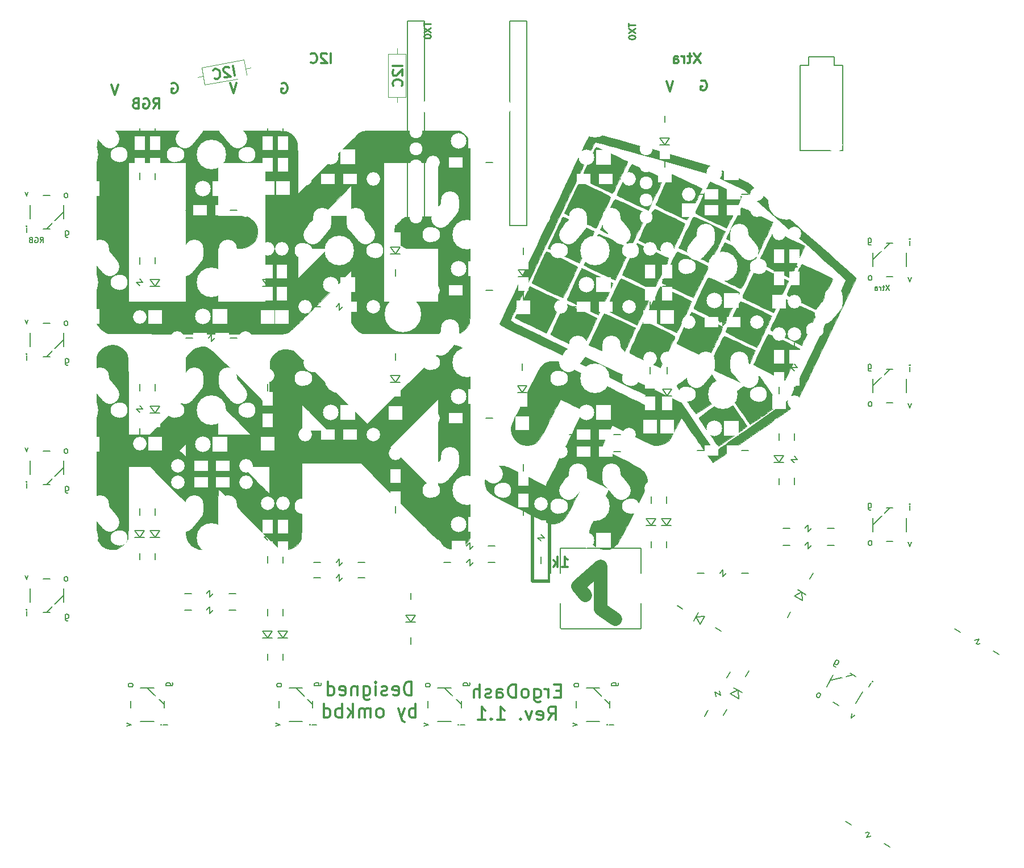
<source format=gbo>
G04 #@! TF.GenerationSoftware,KiCad,Pcbnew,(5.0.0)*
G04 #@! TF.CreationDate,2018-08-02T22:48:22+09:00*
G04 #@! TF.ProjectId,ergodash,6572676F646173682E6B696361645F70,2.0*
G04 #@! TF.SameCoordinates,Original*
G04 #@! TF.FileFunction,Legend,Bot*
G04 #@! TF.FilePolarity,Positive*
%FSLAX46Y46*%
G04 Gerber Fmt 4.6, Leading zero omitted, Abs format (unit mm)*
G04 Created by KiCad (PCBNEW (5.0.0)) date 08/02/18 22:48:22*
%MOMM*%
%LPD*%
G01*
G04 APERTURE LIST*
%ADD10C,0.300000*%
%ADD11C,2.000000*%
%ADD12C,0.500000*%
%ADD13C,0.200000*%
%ADD14C,0.250000*%
%ADD15C,0.120000*%
%ADD16C,0.150000*%
%ADD17C,0.010000*%
%ADD18O,2.000000X2.000000*%
%ADD19C,2.000000*%
%ADD20C,4.400000*%
%ADD21C,2.300000*%
%ADD22C,2.800000*%
%ADD23C,2.800000*%
%ADD24C,2.700000*%
%ADD25C,2.700000*%
%ADD26C,2.100000*%
%ADD27R,1.600000X2.000000*%
%ADD28O,2.700000X3.737000*%
%ADD29R,2.800000X4.400000*%
%ADD30C,2.200000*%
%ADD31C,1.924000*%
%ADD32C,5.400000*%
%ADD33R,1.924000X1.924000*%
%ADD34C,1.390600*%
%ADD35C,2.152600*%
%ADD36R,2.000000X1.600000*%
%ADD37C,1.600000*%
%ADD38C,0.100000*%
%ADD39C,2.305000*%
%ADD40R,2.305000X2.305000*%
%ADD41R,1.300000X1.200000*%
%ADD42R,2.000000X2.000000*%
%ADD43R,1.800000X2.200000*%
%ADD44R,2.200000X1.800000*%
%ADD45C,1.800000*%
G04 APERTURE END LIST*
D10*
X109542056Y-46240908D02*
X109281584Y-44763697D01*
X108673300Y-45016015D02*
X108590553Y-44958075D01*
X108437463Y-44912538D01*
X108085746Y-44974555D01*
X107957462Y-45069706D01*
X107899523Y-45152452D01*
X107853986Y-45305543D01*
X107878793Y-45446229D01*
X107986347Y-45644856D01*
X108979309Y-46340136D01*
X108064844Y-46501381D01*
X106562826Y-46621166D02*
X106645573Y-46679106D01*
X106869007Y-46712239D01*
X107009693Y-46687432D01*
X107208320Y-46579879D01*
X107324200Y-46414385D01*
X107369737Y-46261295D01*
X107390466Y-45967517D01*
X107353256Y-45756487D01*
X107233299Y-45487517D01*
X107138148Y-45359234D01*
X106972655Y-45243354D01*
X106749221Y-45210221D01*
X106608534Y-45235027D01*
X106409907Y-45342581D01*
X106351967Y-45425328D01*
X134568755Y-44743631D02*
X133068755Y-44743631D01*
X133211612Y-45386488D02*
X133140184Y-45457917D01*
X133068755Y-45600774D01*
X133068755Y-45957917D01*
X133140184Y-46100774D01*
X133211612Y-46172202D01*
X133354469Y-46243631D01*
X133497326Y-46243631D01*
X133711612Y-46172202D01*
X134568755Y-45315059D01*
X134568755Y-46243631D01*
X134425898Y-47743631D02*
X134497326Y-47672202D01*
X134568755Y-47457917D01*
X134568755Y-47315059D01*
X134497326Y-47100774D01*
X134354469Y-46957917D01*
X134211612Y-46886488D01*
X133925898Y-46815059D01*
X133711612Y-46815059D01*
X133425898Y-46886488D01*
X133283041Y-46957917D01*
X133140184Y-47100774D01*
X133068755Y-47315059D01*
X133068755Y-47457917D01*
X133140184Y-47672202D01*
X133211612Y-47743631D01*
X123892285Y-44366571D02*
X123892285Y-42866571D01*
X123249428Y-43009428D02*
X123178000Y-42938000D01*
X123035142Y-42866571D01*
X122678000Y-42866571D01*
X122535142Y-42938000D01*
X122463714Y-43009428D01*
X122392285Y-43152285D01*
X122392285Y-43295142D01*
X122463714Y-43509428D01*
X123320857Y-44366571D01*
X122392285Y-44366571D01*
X120892285Y-44223714D02*
X120963714Y-44295142D01*
X121178000Y-44366571D01*
X121320857Y-44366571D01*
X121535142Y-44295142D01*
X121678000Y-44152285D01*
X121749428Y-44009428D01*
X121820857Y-43723714D01*
X121820857Y-43509428D01*
X121749428Y-43223714D01*
X121678000Y-43080857D01*
X121535142Y-42938000D01*
X121320857Y-42866571D01*
X121178000Y-42866571D01*
X120963714Y-42938000D01*
X120892285Y-43009428D01*
D11*
X166260402Y-127250632D02*
X164101402Y-125726632D01*
X160672402Y-122297632D02*
X161815402Y-123694632D01*
X164101402Y-119376632D02*
X160672402Y-122297632D01*
X164101402Y-125726632D02*
X164101402Y-119376632D01*
D12*
X153919961Y-108585147D02*
X153919961Y-121539147D01*
X156459961Y-121539147D02*
X156459961Y-108585147D01*
X153919961Y-121539147D02*
X156459961Y-121539147D01*
X153919961Y-108585147D02*
X156459961Y-108585147D01*
D10*
X135905095Y-138573761D02*
X135905095Y-136573761D01*
X135428904Y-136573761D01*
X135143190Y-136669000D01*
X134952714Y-136859476D01*
X134857476Y-137049952D01*
X134762238Y-137430904D01*
X134762238Y-137716619D01*
X134857476Y-138097571D01*
X134952714Y-138288047D01*
X135143190Y-138478523D01*
X135428904Y-138573761D01*
X135905095Y-138573761D01*
X133143190Y-138478523D02*
X133333666Y-138573761D01*
X133714619Y-138573761D01*
X133905095Y-138478523D01*
X134000333Y-138288047D01*
X134000333Y-137526142D01*
X133905095Y-137335666D01*
X133714619Y-137240428D01*
X133333666Y-137240428D01*
X133143190Y-137335666D01*
X133047952Y-137526142D01*
X133047952Y-137716619D01*
X134000333Y-137907095D01*
X132286047Y-138478523D02*
X132095571Y-138573761D01*
X131714619Y-138573761D01*
X131524142Y-138478523D01*
X131428904Y-138288047D01*
X131428904Y-138192809D01*
X131524142Y-138002333D01*
X131714619Y-137907095D01*
X132000333Y-137907095D01*
X132190809Y-137811857D01*
X132286047Y-137621380D01*
X132286047Y-137526142D01*
X132190809Y-137335666D01*
X132000333Y-137240428D01*
X131714619Y-137240428D01*
X131524142Y-137335666D01*
X130571761Y-138573761D02*
X130571761Y-137240428D01*
X130571761Y-136573761D02*
X130667000Y-136669000D01*
X130571761Y-136764238D01*
X130476523Y-136669000D01*
X130571761Y-136573761D01*
X130571761Y-136764238D01*
X128762238Y-137240428D02*
X128762238Y-138859476D01*
X128857476Y-139049952D01*
X128952714Y-139145190D01*
X129143190Y-139240428D01*
X129428904Y-139240428D01*
X129619380Y-139145190D01*
X128762238Y-138478523D02*
X128952714Y-138573761D01*
X129333666Y-138573761D01*
X129524142Y-138478523D01*
X129619380Y-138383285D01*
X129714619Y-138192809D01*
X129714619Y-137621380D01*
X129619380Y-137430904D01*
X129524142Y-137335666D01*
X129333666Y-137240428D01*
X128952714Y-137240428D01*
X128762238Y-137335666D01*
X127809857Y-137240428D02*
X127809857Y-138573761D01*
X127809857Y-137430904D02*
X127714619Y-137335666D01*
X127524142Y-137240428D01*
X127238428Y-137240428D01*
X127047952Y-137335666D01*
X126952714Y-137526142D01*
X126952714Y-138573761D01*
X125238428Y-138478523D02*
X125428904Y-138573761D01*
X125809857Y-138573761D01*
X126000333Y-138478523D01*
X126095571Y-138288047D01*
X126095571Y-137526142D01*
X126000333Y-137335666D01*
X125809857Y-137240428D01*
X125428904Y-137240428D01*
X125238428Y-137335666D01*
X125143190Y-137526142D01*
X125143190Y-137716619D01*
X126095571Y-137907095D01*
X123428904Y-138573761D02*
X123428904Y-136573761D01*
X123428904Y-138478523D02*
X123619380Y-138573761D01*
X124000333Y-138573761D01*
X124190809Y-138478523D01*
X124286047Y-138383285D01*
X124381285Y-138192809D01*
X124381285Y-137621380D01*
X124286047Y-137430904D01*
X124190809Y-137335666D01*
X124000333Y-137240428D01*
X123619380Y-137240428D01*
X123428904Y-137335666D01*
X136476523Y-141873761D02*
X136476523Y-139873761D01*
X136476523Y-140635666D02*
X136286047Y-140540428D01*
X135905095Y-140540428D01*
X135714619Y-140635666D01*
X135619380Y-140730904D01*
X135524142Y-140921380D01*
X135524142Y-141492809D01*
X135619380Y-141683285D01*
X135714619Y-141778523D01*
X135905095Y-141873761D01*
X136286047Y-141873761D01*
X136476523Y-141778523D01*
X134857476Y-140540428D02*
X134381285Y-141873761D01*
X133905095Y-140540428D02*
X134381285Y-141873761D01*
X134571761Y-142349952D01*
X134667000Y-142445190D01*
X134857476Y-142540428D01*
X131333666Y-141873761D02*
X131524142Y-141778523D01*
X131619380Y-141683285D01*
X131714619Y-141492809D01*
X131714619Y-140921380D01*
X131619380Y-140730904D01*
X131524142Y-140635666D01*
X131333666Y-140540428D01*
X131047952Y-140540428D01*
X130857476Y-140635666D01*
X130762238Y-140730904D01*
X130667000Y-140921380D01*
X130667000Y-141492809D01*
X130762238Y-141683285D01*
X130857476Y-141778523D01*
X131047952Y-141873761D01*
X131333666Y-141873761D01*
X129809857Y-141873761D02*
X129809857Y-140540428D01*
X129809857Y-140730904D02*
X129714619Y-140635666D01*
X129524142Y-140540428D01*
X129238428Y-140540428D01*
X129047952Y-140635666D01*
X128952714Y-140826142D01*
X128952714Y-141873761D01*
X128952714Y-140826142D02*
X128857476Y-140635666D01*
X128667000Y-140540428D01*
X128381285Y-140540428D01*
X128190809Y-140635666D01*
X128095571Y-140826142D01*
X128095571Y-141873761D01*
X127143190Y-141873761D02*
X127143190Y-139873761D01*
X126952714Y-141111857D02*
X126381285Y-141873761D01*
X126381285Y-140540428D02*
X127143190Y-141302333D01*
X125524142Y-141873761D02*
X125524142Y-139873761D01*
X125524142Y-140635666D02*
X125333666Y-140540428D01*
X124952714Y-140540428D01*
X124762238Y-140635666D01*
X124667000Y-140730904D01*
X124571761Y-140921380D01*
X124571761Y-141492809D01*
X124667000Y-141683285D01*
X124762238Y-141778523D01*
X124952714Y-141873761D01*
X125333666Y-141873761D01*
X125524142Y-141778523D01*
X122857476Y-141873761D02*
X122857476Y-139873761D01*
X122857476Y-141778523D02*
X123047952Y-141873761D01*
X123428904Y-141873761D01*
X123619380Y-141778523D01*
X123714619Y-141683285D01*
X123809857Y-141492809D01*
X123809857Y-140921380D01*
X123714619Y-140730904D01*
X123619380Y-140635666D01*
X123428904Y-140540428D01*
X123047952Y-140540428D01*
X122857476Y-140635666D01*
X158293571Y-119423571D02*
X159150714Y-119423571D01*
X158722142Y-119423571D02*
X158722142Y-117923571D01*
X158865000Y-118137857D01*
X159007857Y-118280714D01*
X159150714Y-118352142D01*
X157650714Y-119423571D02*
X157650714Y-117923571D01*
X157507857Y-118852142D02*
X157079285Y-119423571D01*
X157079285Y-118423571D02*
X157650714Y-118995000D01*
X158114190Y-137907142D02*
X157447523Y-137907142D01*
X157161809Y-138954761D02*
X158114190Y-138954761D01*
X158114190Y-136954761D01*
X157161809Y-136954761D01*
X156304666Y-138954761D02*
X156304666Y-137621428D01*
X156304666Y-138002380D02*
X156209428Y-137811904D01*
X156114190Y-137716666D01*
X155923714Y-137621428D01*
X155733238Y-137621428D01*
X154209428Y-137621428D02*
X154209428Y-139240476D01*
X154304666Y-139430952D01*
X154399904Y-139526190D01*
X154590380Y-139621428D01*
X154876095Y-139621428D01*
X155066571Y-139526190D01*
X154209428Y-138859523D02*
X154399904Y-138954761D01*
X154780857Y-138954761D01*
X154971333Y-138859523D01*
X155066571Y-138764285D01*
X155161809Y-138573809D01*
X155161809Y-138002380D01*
X155066571Y-137811904D01*
X154971333Y-137716666D01*
X154780857Y-137621428D01*
X154399904Y-137621428D01*
X154209428Y-137716666D01*
X152971333Y-138954761D02*
X153161809Y-138859523D01*
X153257047Y-138764285D01*
X153352285Y-138573809D01*
X153352285Y-138002380D01*
X153257047Y-137811904D01*
X153161809Y-137716666D01*
X152971333Y-137621428D01*
X152685619Y-137621428D01*
X152495142Y-137716666D01*
X152399904Y-137811904D01*
X152304666Y-138002380D01*
X152304666Y-138573809D01*
X152399904Y-138764285D01*
X152495142Y-138859523D01*
X152685619Y-138954761D01*
X152971333Y-138954761D01*
X151447523Y-138954761D02*
X151447523Y-136954761D01*
X150971333Y-136954761D01*
X150685619Y-137050000D01*
X150495142Y-137240476D01*
X150399904Y-137430952D01*
X150304666Y-137811904D01*
X150304666Y-138097619D01*
X150399904Y-138478571D01*
X150495142Y-138669047D01*
X150685619Y-138859523D01*
X150971333Y-138954761D01*
X151447523Y-138954761D01*
X148590380Y-138954761D02*
X148590380Y-137907142D01*
X148685619Y-137716666D01*
X148876095Y-137621428D01*
X149257047Y-137621428D01*
X149447523Y-137716666D01*
X148590380Y-138859523D02*
X148780857Y-138954761D01*
X149257047Y-138954761D01*
X149447523Y-138859523D01*
X149542761Y-138669047D01*
X149542761Y-138478571D01*
X149447523Y-138288095D01*
X149257047Y-138192857D01*
X148780857Y-138192857D01*
X148590380Y-138097619D01*
X147733238Y-138859523D02*
X147542761Y-138954761D01*
X147161809Y-138954761D01*
X146971333Y-138859523D01*
X146876095Y-138669047D01*
X146876095Y-138573809D01*
X146971333Y-138383333D01*
X147161809Y-138288095D01*
X147447523Y-138288095D01*
X147638000Y-138192857D01*
X147733238Y-138002380D01*
X147733238Y-137907142D01*
X147638000Y-137716666D01*
X147447523Y-137621428D01*
X147161809Y-137621428D01*
X146971333Y-137716666D01*
X146018952Y-138954761D02*
X146018952Y-136954761D01*
X145161809Y-138954761D02*
X145161809Y-137907142D01*
X145257047Y-137716666D01*
X145447523Y-137621428D01*
X145733238Y-137621428D01*
X145923714Y-137716666D01*
X146018952Y-137811904D01*
X156257047Y-142254761D02*
X156923714Y-141302380D01*
X157399904Y-142254761D02*
X157399904Y-140254761D01*
X156638000Y-140254761D01*
X156447523Y-140350000D01*
X156352285Y-140445238D01*
X156257047Y-140635714D01*
X156257047Y-140921428D01*
X156352285Y-141111904D01*
X156447523Y-141207142D01*
X156638000Y-141302380D01*
X157399904Y-141302380D01*
X154638000Y-142159523D02*
X154828476Y-142254761D01*
X155209428Y-142254761D01*
X155399904Y-142159523D01*
X155495142Y-141969047D01*
X155495142Y-141207142D01*
X155399904Y-141016666D01*
X155209428Y-140921428D01*
X154828476Y-140921428D01*
X154638000Y-141016666D01*
X154542761Y-141207142D01*
X154542761Y-141397619D01*
X155495142Y-141588095D01*
X153876095Y-140921428D02*
X153399904Y-142254761D01*
X152923714Y-140921428D01*
X152161809Y-142064285D02*
X152066571Y-142159523D01*
X152161809Y-142254761D01*
X152257047Y-142159523D01*
X152161809Y-142064285D01*
X152161809Y-142254761D01*
X148638000Y-142254761D02*
X149780857Y-142254761D01*
X149209428Y-142254761D02*
X149209428Y-140254761D01*
X149399904Y-140540476D01*
X149590380Y-140730952D01*
X149780857Y-140826190D01*
X147780857Y-142064285D02*
X147685619Y-142159523D01*
X147780857Y-142254761D01*
X147876095Y-142159523D01*
X147780857Y-142064285D01*
X147780857Y-142254761D01*
X145780857Y-142254761D02*
X146923714Y-142254761D01*
X146352285Y-142254761D02*
X146352285Y-140254761D01*
X146542761Y-140540476D01*
X146733238Y-140730952D01*
X146923714Y-140826190D01*
D13*
X207098761Y-77412904D02*
X206565428Y-78212904D01*
X206565428Y-77412904D02*
X207098761Y-78212904D01*
X206374952Y-77679571D02*
X206070190Y-77679571D01*
X206260666Y-77412904D02*
X206260666Y-78098619D01*
X206222571Y-78174809D01*
X206146380Y-78212904D01*
X206070190Y-78212904D01*
X205803523Y-78212904D02*
X205803523Y-77679571D01*
X205803523Y-77831952D02*
X205765428Y-77755761D01*
X205727333Y-77717666D01*
X205651142Y-77679571D01*
X205574952Y-77679571D01*
X204965428Y-78212904D02*
X204965428Y-77793857D01*
X205003523Y-77717666D01*
X205079714Y-77679571D01*
X205232095Y-77679571D01*
X205308285Y-77717666D01*
X204965428Y-78174809D02*
X205041619Y-78212904D01*
X205232095Y-78212904D01*
X205308285Y-78174809D01*
X205346380Y-78098619D01*
X205346380Y-78022428D01*
X205308285Y-77946238D01*
X205232095Y-77908142D01*
X205041619Y-77908142D01*
X204965428Y-77870047D01*
X80562380Y-71100904D02*
X80829047Y-70719952D01*
X81019523Y-71100904D02*
X81019523Y-70300904D01*
X80714761Y-70300904D01*
X80638571Y-70339000D01*
X80600476Y-70377095D01*
X80562380Y-70453285D01*
X80562380Y-70567571D01*
X80600476Y-70643761D01*
X80638571Y-70681857D01*
X80714761Y-70719952D01*
X81019523Y-70719952D01*
X79800476Y-70339000D02*
X79876666Y-70300904D01*
X79990952Y-70300904D01*
X80105238Y-70339000D01*
X80181428Y-70415190D01*
X80219523Y-70491380D01*
X80257619Y-70643761D01*
X80257619Y-70758047D01*
X80219523Y-70910428D01*
X80181428Y-70986619D01*
X80105238Y-71062809D01*
X79990952Y-71100904D01*
X79914761Y-71100904D01*
X79800476Y-71062809D01*
X79762380Y-71024714D01*
X79762380Y-70758047D01*
X79914761Y-70758047D01*
X79152857Y-70681857D02*
X79038571Y-70719952D01*
X79000476Y-70758047D01*
X78962380Y-70834238D01*
X78962380Y-70948523D01*
X79000476Y-71024714D01*
X79038571Y-71062809D01*
X79114761Y-71100904D01*
X79419523Y-71100904D01*
X79419523Y-70300904D01*
X79152857Y-70300904D01*
X79076666Y-70339000D01*
X79038571Y-70377095D01*
X79000476Y-70453285D01*
X79000476Y-70529476D01*
X79038571Y-70605666D01*
X79076666Y-70643761D01*
X79152857Y-70681857D01*
X79419523Y-70681857D01*
D10*
X97428714Y-51097571D02*
X97928714Y-50383285D01*
X98285857Y-51097571D02*
X98285857Y-49597571D01*
X97714428Y-49597571D01*
X97571571Y-49669000D01*
X97500142Y-49740428D01*
X97428714Y-49883285D01*
X97428714Y-50097571D01*
X97500142Y-50240428D01*
X97571571Y-50311857D01*
X97714428Y-50383285D01*
X98285857Y-50383285D01*
X96000142Y-49669000D02*
X96143000Y-49597571D01*
X96357285Y-49597571D01*
X96571571Y-49669000D01*
X96714428Y-49811857D01*
X96785857Y-49954714D01*
X96857285Y-50240428D01*
X96857285Y-50454714D01*
X96785857Y-50740428D01*
X96714428Y-50883285D01*
X96571571Y-51026142D01*
X96357285Y-51097571D01*
X96214428Y-51097571D01*
X96000142Y-51026142D01*
X95928714Y-50954714D01*
X95928714Y-50454714D01*
X96214428Y-50454714D01*
X94785857Y-50311857D02*
X94571571Y-50383285D01*
X94500142Y-50454714D01*
X94428714Y-50597571D01*
X94428714Y-50811857D01*
X94500142Y-50954714D01*
X94571571Y-51026142D01*
X94714428Y-51097571D01*
X95285857Y-51097571D01*
X95285857Y-49597571D01*
X94785857Y-49597571D01*
X94643000Y-49669000D01*
X94571571Y-49740428D01*
X94500142Y-49883285D01*
X94500142Y-50026142D01*
X94571571Y-50169000D01*
X94643000Y-50240428D01*
X94785857Y-50311857D01*
X95285857Y-50311857D01*
X178982428Y-42866571D02*
X177982428Y-44366571D01*
X177982428Y-42866571D02*
X178982428Y-44366571D01*
X177625285Y-43366571D02*
X177053857Y-43366571D01*
X177411000Y-42866571D02*
X177411000Y-44152285D01*
X177339571Y-44295142D01*
X177196714Y-44366571D01*
X177053857Y-44366571D01*
X176553857Y-44366571D02*
X176553857Y-43366571D01*
X176553857Y-43652285D02*
X176482428Y-43509428D01*
X176411000Y-43438000D01*
X176268142Y-43366571D01*
X176125285Y-43366571D01*
X174982428Y-44366571D02*
X174982428Y-43580857D01*
X175053857Y-43438000D01*
X175196714Y-43366571D01*
X175482428Y-43366571D01*
X175625285Y-43438000D01*
X174982428Y-44295142D02*
X175125285Y-44366571D01*
X175482428Y-44366571D01*
X175625285Y-44295142D01*
X175696714Y-44152285D01*
X175696714Y-44009428D01*
X175625285Y-43866571D01*
X175482428Y-43795142D01*
X175125285Y-43795142D01*
X174982428Y-43723714D01*
X179058142Y-47002000D02*
X179201000Y-46930571D01*
X179415285Y-46930571D01*
X179629571Y-47002000D01*
X179772428Y-47144857D01*
X179843857Y-47287714D01*
X179915285Y-47573428D01*
X179915285Y-47787714D01*
X179843857Y-48073428D01*
X179772428Y-48216285D01*
X179629571Y-48359142D01*
X179415285Y-48430571D01*
X179272428Y-48430571D01*
X179058142Y-48359142D01*
X178986714Y-48287714D01*
X178986714Y-47787714D01*
X179272428Y-47787714D01*
X173871000Y-47057571D02*
X174371000Y-48557571D01*
X174871000Y-47057571D01*
X91194000Y-47565571D02*
X91694000Y-49065571D01*
X92194000Y-47565571D01*
X100191142Y-47383000D02*
X100334000Y-47311571D01*
X100548285Y-47311571D01*
X100762571Y-47383000D01*
X100905428Y-47525857D01*
X100976857Y-47668714D01*
X101048285Y-47954428D01*
X101048285Y-48168714D01*
X100976857Y-48454428D01*
X100905428Y-48597285D01*
X100762571Y-48740142D01*
X100548285Y-48811571D01*
X100405428Y-48811571D01*
X100191142Y-48740142D01*
X100119714Y-48668714D01*
X100119714Y-48168714D01*
X100405428Y-48168714D01*
D14*
X168235380Y-38385904D02*
X168235380Y-38957333D01*
X169235380Y-38671619D02*
X168235380Y-38671619D01*
X168235380Y-39195428D02*
X169235380Y-39862095D01*
X168235380Y-39862095D02*
X169235380Y-39195428D01*
X168235380Y-40433523D02*
X168235380Y-40528761D01*
X168283000Y-40624000D01*
X168330619Y-40671619D01*
X168425857Y-40719238D01*
X168616333Y-40766857D01*
X168854428Y-40766857D01*
X169044904Y-40719238D01*
X169140142Y-40671619D01*
X169187761Y-40624000D01*
X169235380Y-40528761D01*
X169235380Y-40433523D01*
X169187761Y-40338285D01*
X169140142Y-40290666D01*
X169044904Y-40243047D01*
X168854428Y-40195428D01*
X168616333Y-40195428D01*
X168425857Y-40243047D01*
X168330619Y-40290666D01*
X168283000Y-40338285D01*
X168235380Y-40433523D01*
X137755380Y-38258904D02*
X137755380Y-38830333D01*
X138755380Y-38544619D02*
X137755380Y-38544619D01*
X137755380Y-39068428D02*
X138755380Y-39735095D01*
X137755380Y-39735095D02*
X138755380Y-39068428D01*
X137755380Y-40306523D02*
X137755380Y-40401761D01*
X137803000Y-40497000D01*
X137850619Y-40544619D01*
X137945857Y-40592238D01*
X138136333Y-40639857D01*
X138374428Y-40639857D01*
X138564904Y-40592238D01*
X138660142Y-40544619D01*
X138707761Y-40497000D01*
X138755380Y-40401761D01*
X138755380Y-40306523D01*
X138707761Y-40211285D01*
X138660142Y-40163666D01*
X138564904Y-40116047D01*
X138374428Y-40068428D01*
X138136333Y-40068428D01*
X137945857Y-40116047D01*
X137850619Y-40163666D01*
X137803000Y-40211285D01*
X137755380Y-40306523D01*
D10*
X108847000Y-47311571D02*
X109347000Y-48811571D01*
X109847000Y-47311571D01*
X116574142Y-47383000D02*
X116717000Y-47311571D01*
X116931285Y-47311571D01*
X117145571Y-47383000D01*
X117288428Y-47525857D01*
X117359857Y-47668714D01*
X117431285Y-47954428D01*
X117431285Y-48168714D01*
X117359857Y-48454428D01*
X117288428Y-48597285D01*
X117145571Y-48740142D01*
X116931285Y-48811571D01*
X116788428Y-48811571D01*
X116574142Y-48740142D01*
X116502714Y-48668714D01*
X116502714Y-48168714D01*
X116788428Y-48168714D01*
D15*
G04 #@! TO.C,R2*
X135050350Y-43018000D02*
X135050350Y-49438000D01*
X133740350Y-42128000D02*
X133740350Y-43018000D01*
X135050350Y-49438000D02*
X132430350Y-49438000D01*
X132430350Y-43018000D02*
X135050350Y-43018000D01*
X132430350Y-49438000D02*
X132430350Y-43018000D01*
X133740350Y-50328000D02*
X133740350Y-49438000D01*
G04 #@! TO.C,R1*
X104609488Y-44984972D02*
X110931954Y-43870150D01*
X103960488Y-46429617D02*
X104836967Y-46275070D01*
X110931954Y-43870150D02*
X111386912Y-46450347D01*
X105064446Y-47565168D02*
X104609488Y-44984972D01*
X111386912Y-46450347D02*
X105064446Y-47565168D01*
X112035912Y-45005702D02*
X111159433Y-45160249D01*
D16*
G04 #@! TO.C,R13*
X155194000Y-114588000D02*
X155694000Y-115088000D01*
X155694000Y-115088000D02*
X154694000Y-115088000D01*
X154694000Y-115088000D02*
X155194000Y-115588000D01*
X155194000Y-111358000D02*
X155194000Y-112374000D01*
X155194000Y-117962000D02*
X155194000Y-118978000D01*
G04 #@! TO.C,M1*
X158084000Y-116682000D02*
X158084000Y-128682000D01*
X158084000Y-128682000D02*
X170084000Y-128682000D01*
X170084000Y-128682000D02*
X170084000Y-116682000D01*
X170084000Y-116682000D02*
X158084000Y-116682000D01*
G04 #@! TO.C,J1*
X200152000Y-44704000D02*
X198882000Y-44704000D01*
X198882000Y-44704000D02*
X198882000Y-43434000D01*
X198882000Y-43434000D02*
X195072000Y-43434000D01*
X195072000Y-43434000D02*
X195072000Y-44704000D01*
X195072000Y-44704000D02*
X193802000Y-44704000D01*
X193802000Y-44704000D02*
X193802000Y-57404000D01*
X193802000Y-57404000D02*
X200152000Y-57404000D01*
X200152000Y-57404000D02*
X200152000Y-44704000D01*
G04 #@! TO.C,R3*
X95377000Y-57332000D02*
X95877000Y-57832000D01*
X95877000Y-57832000D02*
X94877000Y-57832000D01*
X94877000Y-57832000D02*
X95377000Y-58332000D01*
X95377000Y-54102000D02*
X95377000Y-55118000D01*
X95377000Y-60706000D02*
X95377000Y-61722000D01*
G04 #@! TO.C,R4*
X106625000Y-66294000D02*
X106125000Y-66794000D01*
X106125000Y-66794000D02*
X106125000Y-65794000D01*
X106125000Y-65794000D02*
X105625000Y-66294000D01*
X109855000Y-66294000D02*
X108839000Y-66294000D01*
X103251000Y-66294000D02*
X102235000Y-66294000D01*
G04 #@! TO.C,R5*
X124515000Y-61595000D02*
X125015000Y-61095000D01*
X125015000Y-61095000D02*
X125015000Y-62095000D01*
X125015000Y-62095000D02*
X125515000Y-61595000D01*
X121285000Y-61595000D02*
X122301000Y-61595000D01*
X127889000Y-61595000D02*
X128905000Y-61595000D01*
G04 #@! TO.C,R6*
X144725000Y-59182000D02*
X144225000Y-59682000D01*
X144225000Y-59682000D02*
X144225000Y-58682000D01*
X144225000Y-58682000D02*
X143725000Y-59182000D01*
X147955000Y-59182000D02*
X146939000Y-59182000D01*
X141351000Y-59182000D02*
X140335000Y-59182000D01*
G04 #@! TO.C,R7*
X162615000Y-61595000D02*
X163115000Y-61095000D01*
X163115000Y-61095000D02*
X163115000Y-62095000D01*
X163115000Y-62095000D02*
X163615000Y-61595000D01*
X159385000Y-61595000D02*
X160401000Y-61595000D01*
X165989000Y-61595000D02*
X167005000Y-61595000D01*
G04 #@! TO.C,R8*
X182825000Y-63881000D02*
X182325000Y-64381000D01*
X182325000Y-64381000D02*
X182325000Y-63381000D01*
X182325000Y-63381000D02*
X181825000Y-63881000D01*
X186055000Y-63881000D02*
X185039000Y-63881000D01*
X179451000Y-63881000D02*
X178435000Y-63881000D01*
G04 #@! TO.C,R9*
X192913000Y-74223000D02*
X193413000Y-74723000D01*
X193413000Y-74723000D02*
X192413000Y-74723000D01*
X192413000Y-74723000D02*
X192913000Y-75223000D01*
X192913000Y-70993000D02*
X192913000Y-72009000D01*
X192913000Y-77597000D02*
X192913000Y-78613000D01*
G04 #@! TO.C,R10*
X95377000Y-76509000D02*
X95877000Y-77009000D01*
X95877000Y-77009000D02*
X94877000Y-77009000D01*
X94877000Y-77009000D02*
X95377000Y-77509000D01*
X95377000Y-73279000D02*
X95377000Y-74295000D01*
X95377000Y-79883000D02*
X95377000Y-80899000D01*
G04 #@! TO.C,R11*
X106625000Y-85344000D02*
X106125000Y-85844000D01*
X106125000Y-85844000D02*
X106125000Y-84844000D01*
X106125000Y-84844000D02*
X105625000Y-85344000D01*
X109855000Y-85344000D02*
X108839000Y-85344000D01*
X103251000Y-85344000D02*
X102235000Y-85344000D01*
G04 #@! TO.C,R12*
X125675000Y-80645000D02*
X125175000Y-81145000D01*
X125175000Y-81145000D02*
X125175000Y-80145000D01*
X125175000Y-80145000D02*
X124675000Y-80645000D01*
X128905000Y-80645000D02*
X127889000Y-80645000D01*
X122301000Y-80645000D02*
X121285000Y-80645000D01*
G04 #@! TO.C,R15*
X144725000Y-78232000D02*
X144225000Y-78732000D01*
X144225000Y-78732000D02*
X144225000Y-77732000D01*
X144225000Y-77732000D02*
X143725000Y-78232000D01*
X147955000Y-78232000D02*
X146939000Y-78232000D01*
X141351000Y-78232000D02*
X140335000Y-78232000D01*
G04 #@! TO.C,R16*
X163775000Y-80645000D02*
X163275000Y-81145000D01*
X163275000Y-81145000D02*
X163275000Y-80145000D01*
X163275000Y-80145000D02*
X162775000Y-80645000D01*
X167005000Y-80645000D02*
X165989000Y-80645000D01*
X160401000Y-80645000D02*
X159385000Y-80645000D01*
G04 #@! TO.C,R17*
X182825000Y-82931000D02*
X182325000Y-83431000D01*
X182325000Y-83431000D02*
X182325000Y-82431000D01*
X182325000Y-82431000D02*
X181825000Y-82931000D01*
X186055000Y-82931000D02*
X185039000Y-82931000D01*
X179451000Y-82931000D02*
X178435000Y-82931000D01*
G04 #@! TO.C,R18*
X192913000Y-89209000D02*
X193413000Y-89709000D01*
X193413000Y-89709000D02*
X192413000Y-89709000D01*
X192413000Y-89709000D02*
X192913000Y-90209000D01*
X192913000Y-85979000D02*
X192913000Y-86995000D01*
X192913000Y-92583000D02*
X192913000Y-93599000D01*
G04 #@! TO.C,R19*
X95377000Y-95432000D02*
X95877000Y-95932000D01*
X95877000Y-95932000D02*
X94877000Y-95932000D01*
X94877000Y-95932000D02*
X95377000Y-96432000D01*
X95377000Y-92202000D02*
X95377000Y-93218000D01*
X95377000Y-98806000D02*
X95377000Y-99822000D01*
G04 #@! TO.C,R20*
X105592000Y-104394000D02*
X106092000Y-103894000D01*
X106092000Y-103894000D02*
X106092000Y-104894000D01*
X106092000Y-104894000D02*
X106592000Y-104394000D01*
X102362000Y-104394000D02*
X103378000Y-104394000D01*
X108966000Y-104394000D02*
X109982000Y-104394000D01*
G04 #@! TO.C,R21*
X125675000Y-99695000D02*
X125175000Y-100195000D01*
X125175000Y-100195000D02*
X125175000Y-99195000D01*
X125175000Y-99195000D02*
X124675000Y-99695000D01*
X128905000Y-99695000D02*
X127889000Y-99695000D01*
X122301000Y-99695000D02*
X121285000Y-99695000D01*
G04 #@! TO.C,R22*
X144725000Y-97282000D02*
X144225000Y-97782000D01*
X144225000Y-97782000D02*
X144225000Y-96782000D01*
X144225000Y-96782000D02*
X143725000Y-97282000D01*
X147955000Y-97282000D02*
X146939000Y-97282000D01*
X141351000Y-97282000D02*
X140335000Y-97282000D01*
G04 #@! TO.C,R23*
X163775000Y-99695000D02*
X163275000Y-100195000D01*
X163275000Y-100195000D02*
X163275000Y-99195000D01*
X163275000Y-99195000D02*
X162775000Y-99695000D01*
X167005000Y-99695000D02*
X165989000Y-99695000D01*
X160401000Y-99695000D02*
X159385000Y-99695000D01*
G04 #@! TO.C,R24*
X182825000Y-102108000D02*
X182325000Y-102608000D01*
X182325000Y-102608000D02*
X182325000Y-101608000D01*
X182325000Y-101608000D02*
X181825000Y-102108000D01*
X186055000Y-102108000D02*
X185039000Y-102108000D01*
X179451000Y-102108000D02*
X178435000Y-102108000D01*
G04 #@! TO.C,R25*
X192913000Y-103958000D02*
X192413000Y-103458000D01*
X192413000Y-103458000D02*
X193413000Y-103458000D01*
X193413000Y-103458000D02*
X192913000Y-102958000D01*
X192913000Y-107188000D02*
X192913000Y-106172000D01*
X192913000Y-100584000D02*
X192913000Y-99568000D01*
G04 #@! TO.C,R26*
X105592000Y-106807000D02*
X106092000Y-106307000D01*
X106092000Y-106307000D02*
X106092000Y-107307000D01*
X106092000Y-107307000D02*
X106592000Y-106807000D01*
X102362000Y-106807000D02*
X103378000Y-106807000D01*
X108966000Y-106807000D02*
X109982000Y-106807000D01*
G04 #@! TO.C,R27*
X114427000Y-114482000D02*
X114927000Y-114982000D01*
X114927000Y-114982000D02*
X113927000Y-114982000D01*
X113927000Y-114982000D02*
X114427000Y-115482000D01*
X114427000Y-111252000D02*
X114427000Y-112268000D01*
X114427000Y-117856000D02*
X114427000Y-118872000D01*
G04 #@! TO.C,R28*
X125675000Y-118745000D02*
X125175000Y-119245000D01*
X125175000Y-119245000D02*
X125175000Y-118245000D01*
X125175000Y-118245000D02*
X124675000Y-118745000D01*
X128905000Y-118745000D02*
X127889000Y-118745000D01*
X122301000Y-118745000D02*
X121285000Y-118745000D01*
G04 #@! TO.C,R29*
X145106000Y-116332000D02*
X144606000Y-116832000D01*
X144606000Y-116832000D02*
X144606000Y-115832000D01*
X144606000Y-115832000D02*
X144106000Y-116332000D01*
X148336000Y-116332000D02*
X147320000Y-116332000D01*
X141732000Y-116332000D02*
X140716000Y-116332000D01*
G04 #@! TO.C,R30*
X162615000Y-102235000D02*
X163115000Y-101735000D01*
X163115000Y-101735000D02*
X163115000Y-102735000D01*
X163115000Y-102735000D02*
X163615000Y-102235000D01*
X159385000Y-102235000D02*
X160401000Y-102235000D01*
X165989000Y-102235000D02*
X167005000Y-102235000D01*
G04 #@! TO.C,R31*
X182825000Y-120396000D02*
X182325000Y-120896000D01*
X182325000Y-120896000D02*
X182325000Y-119896000D01*
X182325000Y-119896000D02*
X181825000Y-120396000D01*
X186055000Y-120396000D02*
X185039000Y-120396000D01*
X179451000Y-120396000D02*
X178435000Y-120396000D01*
G04 #@! TO.C,R32*
X181773000Y-137882114D02*
X181956013Y-138565127D01*
X181956013Y-138565127D02*
X181089987Y-138065127D01*
X181089987Y-138065127D02*
X181273000Y-138748140D01*
X183388000Y-135084852D02*
X182880000Y-135964734D01*
X180086000Y-140804084D02*
X179578000Y-141683966D01*
G04 #@! TO.C,R33*
X105338000Y-123444000D02*
X105838000Y-122944000D01*
X105838000Y-122944000D02*
X105838000Y-123944000D01*
X105838000Y-123944000D02*
X106338000Y-123444000D01*
X102108000Y-123444000D02*
X103124000Y-123444000D01*
X108712000Y-123444000D02*
X109728000Y-123444000D01*
G04 #@! TO.C,R34*
X105338000Y-125857000D02*
X105838000Y-125357000D01*
X105838000Y-125357000D02*
X105838000Y-126357000D01*
X105838000Y-126357000D02*
X106338000Y-125857000D01*
X102108000Y-125857000D02*
X103124000Y-125857000D01*
X108712000Y-125857000D02*
X109728000Y-125857000D01*
G04 #@! TO.C,R35*
X125675000Y-121031000D02*
X125175000Y-121531000D01*
X125175000Y-121531000D02*
X125175000Y-120531000D01*
X125175000Y-120531000D02*
X124675000Y-121031000D01*
X128905000Y-121031000D02*
X127889000Y-121031000D01*
X122301000Y-121031000D02*
X121285000Y-121031000D01*
G04 #@! TO.C,R36*
X145106000Y-118745000D02*
X144606000Y-119245000D01*
X144606000Y-119245000D02*
X144606000Y-118245000D01*
X144606000Y-118245000D02*
X144106000Y-118745000D01*
X148336000Y-118745000D02*
X147320000Y-118745000D01*
X141732000Y-118745000D02*
X140716000Y-118745000D01*
G04 #@! TO.C,U3*
X150495000Y-38100000D02*
X153035000Y-38100000D01*
X153035000Y-38100000D02*
X153035000Y-68580000D01*
X153035000Y-68580000D02*
X150495000Y-68580000D01*
X150495000Y-68580000D02*
X150495000Y-38100000D01*
X135255000Y-38100000D02*
X137795000Y-38100000D01*
X137795000Y-38100000D02*
X137795000Y-68580000D01*
X137795000Y-68580000D02*
X135255000Y-68580000D01*
X135255000Y-68580000D02*
X135255000Y-38100000D01*
G04 #@! TO.C,R14*
X194492000Y-113665000D02*
X194992000Y-113165000D01*
X194992000Y-113165000D02*
X194992000Y-114165000D01*
X194992000Y-114165000D02*
X195492000Y-113665000D01*
X191262000Y-113665000D02*
X192278000Y-113665000D01*
X197866000Y-113665000D02*
X198882000Y-113665000D01*
G04 #@! TO.C,R37*
X220638886Y-130846000D02*
X219955873Y-131029013D01*
X219955873Y-131029013D02*
X220455873Y-130162987D01*
X220455873Y-130162987D02*
X219772860Y-130346000D01*
X223436148Y-132461000D02*
X222556266Y-131953000D01*
X217716916Y-129159000D02*
X216837034Y-128651000D01*
G04 #@! TO.C,R38*
X194492000Y-116205000D02*
X194992000Y-115705000D01*
X194992000Y-115705000D02*
X194992000Y-116705000D01*
X194992000Y-116705000D02*
X195492000Y-116205000D01*
X191262000Y-116205000D02*
X192278000Y-116205000D01*
X197866000Y-116205000D02*
X198882000Y-116205000D01*
G04 #@! TO.C,R39*
X204382886Y-159548000D02*
X203699873Y-159731013D01*
X203699873Y-159731013D02*
X204199873Y-158864987D01*
X204199873Y-158864987D02*
X203516860Y-159048000D01*
X207180148Y-161163000D02*
X206300266Y-160655000D01*
X201460916Y-157861000D02*
X200581034Y-157353000D01*
G04 #@! TO.C,D1*
X97663000Y-55079900D02*
X97663000Y-54102000D01*
X96964500Y-57391300D02*
X98361500Y-57391300D01*
X98361500Y-57391300D02*
X97675700Y-58420000D01*
X97663000Y-58432700D02*
X96964500Y-57391300D01*
X96951800Y-58432700D02*
X98361500Y-58432700D01*
X97663000Y-61722000D02*
X97663000Y-60756800D01*
G04 #@! TO.C,D2*
X97663000Y-74256900D02*
X97663000Y-73279000D01*
X96964500Y-76568300D02*
X98361500Y-76568300D01*
X98361500Y-76568300D02*
X97675700Y-77597000D01*
X97663000Y-77609700D02*
X96964500Y-76568300D01*
X96951800Y-77609700D02*
X98361500Y-77609700D01*
X97663000Y-80899000D02*
X97663000Y-79933800D01*
G04 #@! TO.C,D3*
X97663000Y-93179900D02*
X97663000Y-92202000D01*
X96964500Y-95491300D02*
X98361500Y-95491300D01*
X98361500Y-95491300D02*
X97675700Y-96520000D01*
X97663000Y-96532700D02*
X96964500Y-95491300D01*
X96951800Y-96532700D02*
X98361500Y-96532700D01*
X97663000Y-99822000D02*
X97663000Y-98856800D01*
G04 #@! TO.C,D4*
X95377000Y-111721900D02*
X95377000Y-110744000D01*
X94678500Y-114033300D02*
X96075500Y-114033300D01*
X96075500Y-114033300D02*
X95389700Y-115062000D01*
X95377000Y-115074700D02*
X94678500Y-114033300D01*
X94665800Y-115074700D02*
X96075500Y-115074700D01*
X95377000Y-118364000D02*
X95377000Y-117398800D01*
G04 #@! TO.C,D5*
X114427000Y-55079900D02*
X114427000Y-54102000D01*
X113728500Y-57391300D02*
X115125500Y-57391300D01*
X115125500Y-57391300D02*
X114439700Y-58420000D01*
X114427000Y-58432700D02*
X113728500Y-57391300D01*
X113715800Y-58432700D02*
X115125500Y-58432700D01*
X114427000Y-61722000D02*
X114427000Y-60756800D01*
G04 #@! TO.C,D6*
X114427000Y-74256900D02*
X114427000Y-73279000D01*
X113728500Y-76568300D02*
X115125500Y-76568300D01*
X115125500Y-76568300D02*
X114439700Y-77597000D01*
X114427000Y-77609700D02*
X113728500Y-76568300D01*
X113715800Y-77609700D02*
X115125500Y-77609700D01*
X114427000Y-80899000D02*
X114427000Y-79933800D01*
G04 #@! TO.C,D7*
X114427000Y-93179900D02*
X114427000Y-92202000D01*
X113728500Y-95491300D02*
X115125500Y-95491300D01*
X115125500Y-95491300D02*
X114439700Y-96520000D01*
X114427000Y-96532700D02*
X113728500Y-95491300D01*
X113715800Y-96532700D02*
X115125500Y-96532700D01*
X114427000Y-99822000D02*
X114427000Y-98856800D01*
G04 #@! TO.C,D8*
X116713000Y-112229900D02*
X116713000Y-111252000D01*
X116014500Y-114541300D02*
X117411500Y-114541300D01*
X117411500Y-114541300D02*
X116725700Y-115570000D01*
X116713000Y-115582700D02*
X116014500Y-114541300D01*
X116001800Y-115582700D02*
X117411500Y-115582700D01*
X116713000Y-118872000D02*
X116713000Y-117906800D01*
G04 #@! TO.C,D9*
X116713000Y-55079900D02*
X116713000Y-54102000D01*
X116014500Y-57391300D02*
X117411500Y-57391300D01*
X117411500Y-57391300D02*
X116725700Y-58420000D01*
X116713000Y-58432700D02*
X116014500Y-57391300D01*
X116001800Y-58432700D02*
X117411500Y-58432700D01*
X116713000Y-61722000D02*
X116713000Y-60756800D01*
G04 #@! TO.C,D10*
X116586000Y-74256900D02*
X116586000Y-73279000D01*
X115887500Y-76568300D02*
X117284500Y-76568300D01*
X117284500Y-76568300D02*
X116598700Y-77597000D01*
X116586000Y-77609700D02*
X115887500Y-76568300D01*
X115874800Y-77609700D02*
X117284500Y-77609700D01*
X116586000Y-80899000D02*
X116586000Y-79933800D01*
G04 #@! TO.C,D11*
X133477000Y-88607900D02*
X133477000Y-87630000D01*
X132778500Y-90919300D02*
X134175500Y-90919300D01*
X134175500Y-90919300D02*
X133489700Y-91948000D01*
X133477000Y-91960700D02*
X132778500Y-90919300D01*
X132765800Y-91960700D02*
X134175500Y-91960700D01*
X133477000Y-95250000D02*
X133477000Y-94284800D01*
G04 #@! TO.C,D12*
X133477000Y-104736900D02*
X133477000Y-103759000D01*
X132778500Y-107048300D02*
X134175500Y-107048300D01*
X134175500Y-107048300D02*
X133489700Y-108077000D01*
X133477000Y-108089700D02*
X132778500Y-107048300D01*
X132765800Y-108089700D02*
X134175500Y-108089700D01*
X133477000Y-111379000D02*
X133477000Y-110413800D01*
G04 #@! TO.C,D13*
X133477000Y-69430900D02*
X133477000Y-68453000D01*
X132778500Y-71742300D02*
X134175500Y-71742300D01*
X134175500Y-71742300D02*
X133489700Y-72771000D01*
X133477000Y-72783700D02*
X132778500Y-71742300D01*
X132765800Y-72783700D02*
X134175500Y-72783700D01*
X133477000Y-76073000D02*
X133477000Y-75107800D01*
G04 #@! TO.C,D14*
X152527000Y-72859900D02*
X152527000Y-71882000D01*
X151828500Y-75171300D02*
X153225500Y-75171300D01*
X153225500Y-75171300D02*
X152539700Y-76200000D01*
X152527000Y-76212700D02*
X151828500Y-75171300D01*
X151815800Y-76212700D02*
X153225500Y-76212700D01*
X152527000Y-79502000D02*
X152527000Y-78536800D01*
G04 #@! TO.C,D15*
X152400000Y-90131900D02*
X152400000Y-89154000D01*
X151701500Y-92443300D02*
X153098500Y-92443300D01*
X153098500Y-92443300D02*
X152412700Y-93472000D01*
X152400000Y-93484700D02*
X151701500Y-92443300D01*
X151688800Y-93484700D02*
X153098500Y-93484700D01*
X152400000Y-96774000D02*
X152400000Y-95808800D01*
G04 #@! TO.C,D16*
X152527000Y-105117900D02*
X152527000Y-104140000D01*
X151828500Y-107429300D02*
X153225500Y-107429300D01*
X153225500Y-107429300D02*
X152539700Y-108458000D01*
X152527000Y-108470700D02*
X151828500Y-107429300D01*
X151815800Y-108470700D02*
X153225500Y-108470700D01*
X152527000Y-111760000D02*
X152527000Y-110794800D01*
G04 #@! TO.C,D17*
X173609000Y-53174900D02*
X173609000Y-52197000D01*
X172910500Y-55486300D02*
X174307500Y-55486300D01*
X174307500Y-55486300D02*
X173621700Y-56515000D01*
X173609000Y-56527700D02*
X172910500Y-55486300D01*
X172897800Y-56527700D02*
X174307500Y-56527700D01*
X173609000Y-59817000D02*
X173609000Y-58851800D01*
G04 #@! TO.C,D18*
X171450000Y-74256900D02*
X171450000Y-73279000D01*
X170751500Y-76568300D02*
X172148500Y-76568300D01*
X172148500Y-76568300D02*
X171462700Y-77597000D01*
X171450000Y-77609700D02*
X170751500Y-76568300D01*
X170738800Y-77609700D02*
X172148500Y-77609700D01*
X171450000Y-80899000D02*
X171450000Y-79933800D01*
G04 #@! TO.C,D19*
X171450000Y-90639900D02*
X171450000Y-89662000D01*
X170751500Y-92951300D02*
X172148500Y-92951300D01*
X172148500Y-92951300D02*
X171462700Y-93980000D01*
X171450000Y-93992700D02*
X170751500Y-92951300D01*
X170738800Y-93992700D02*
X172148500Y-93992700D01*
X171450000Y-97282000D02*
X171450000Y-96316800D01*
G04 #@! TO.C,D20*
X171577000Y-109943900D02*
X171577000Y-108966000D01*
X170878500Y-112255300D02*
X172275500Y-112255300D01*
X172275500Y-112255300D02*
X171589700Y-113284000D01*
X171577000Y-113296700D02*
X170878500Y-112255300D01*
X170865800Y-113296700D02*
X172275500Y-113296700D01*
X171577000Y-116586000D02*
X171577000Y-115620800D01*
G04 #@! TO.C,D21*
X185077100Y-66294000D02*
X186055000Y-66294000D01*
X182765700Y-65595500D02*
X182765700Y-66992500D01*
X182765700Y-66992500D02*
X181737000Y-66306700D01*
X181724300Y-66294000D02*
X182765700Y-65595500D01*
X181724300Y-65582800D02*
X181724300Y-66992500D01*
X178435000Y-66294000D02*
X179400200Y-66294000D01*
G04 #@! TO.C,D22*
X173990000Y-74256900D02*
X173990000Y-73279000D01*
X173291500Y-76568300D02*
X174688500Y-76568300D01*
X174688500Y-76568300D02*
X174002700Y-77597000D01*
X173990000Y-77609700D02*
X173291500Y-76568300D01*
X173278800Y-77609700D02*
X174688500Y-77609700D01*
X173990000Y-80899000D02*
X173990000Y-79933800D01*
G04 #@! TO.C,D23*
X173990000Y-90639900D02*
X173990000Y-89662000D01*
X173291500Y-92951300D02*
X174688500Y-92951300D01*
X174688500Y-92951300D02*
X174002700Y-93980000D01*
X173990000Y-93992700D02*
X173291500Y-92951300D01*
X173278800Y-93992700D02*
X174688500Y-93992700D01*
X173990000Y-97282000D02*
X173990000Y-96316800D01*
G04 #@! TO.C,D24*
X173863000Y-109943900D02*
X173863000Y-108966000D01*
X173164500Y-112255300D02*
X174561500Y-112255300D01*
X174561500Y-112255300D02*
X173875700Y-113284000D01*
X173863000Y-113296700D02*
X173164500Y-112255300D01*
X173151800Y-113296700D02*
X174561500Y-113296700D01*
X173863000Y-116586000D02*
X173863000Y-115620800D01*
G04 #@! TO.C,D25*
X190627000Y-71970900D02*
X190627000Y-70993000D01*
X189928500Y-74282300D02*
X191325500Y-74282300D01*
X191325500Y-74282300D02*
X190639700Y-75311000D01*
X190627000Y-75323700D02*
X189928500Y-74282300D01*
X189915800Y-75323700D02*
X191325500Y-75323700D01*
X190627000Y-78613000D02*
X190627000Y-77647800D01*
G04 #@! TO.C,D26*
X190627000Y-86956900D02*
X190627000Y-85979000D01*
X189928500Y-89268300D02*
X191325500Y-89268300D01*
X191325500Y-89268300D02*
X190639700Y-90297000D01*
X190627000Y-90309700D02*
X189928500Y-89268300D01*
X189915800Y-90309700D02*
X191325500Y-90309700D01*
X190627000Y-93599000D02*
X190627000Y-92633800D01*
G04 #@! TO.C,D27*
X190627000Y-100545900D02*
X190627000Y-99568000D01*
X189928500Y-102857300D02*
X191325500Y-102857300D01*
X191325500Y-102857300D02*
X190639700Y-103886000D01*
X190627000Y-103898700D02*
X189928500Y-102857300D01*
X189915800Y-103898700D02*
X191325500Y-103898700D01*
X190627000Y-107188000D02*
X190627000Y-106222800D01*
G04 #@! TO.C,D28*
X192385950Y-126105080D02*
X191897000Y-126951966D01*
X194146569Y-124452598D02*
X192936731Y-123754098D01*
X192936731Y-123754098D02*
X194045001Y-123206118D01*
X194062350Y-123201470D02*
X194146569Y-124452598D01*
X194678267Y-123557070D02*
X193457431Y-122852220D01*
X195707000Y-120352852D02*
X195224400Y-121188740D01*
G04 #@! TO.C,D29*
X97663000Y-111721900D02*
X97663000Y-110744000D01*
X96964500Y-114033300D02*
X98361500Y-114033300D01*
X98361500Y-114033300D02*
X97675700Y-115062000D01*
X97663000Y-115074700D02*
X96964500Y-114033300D01*
X96951800Y-115074700D02*
X98361500Y-115074700D01*
X97663000Y-118364000D02*
X97663000Y-117398800D01*
G04 #@! TO.C,D30*
X114427000Y-126707900D02*
X114427000Y-125730000D01*
X113728500Y-129019300D02*
X115125500Y-129019300D01*
X115125500Y-129019300D02*
X114439700Y-130048000D01*
X114427000Y-130060700D02*
X113728500Y-129019300D01*
X113715800Y-130060700D02*
X115125500Y-130060700D01*
X114427000Y-133350000D02*
X114427000Y-132384800D01*
G04 #@! TO.C,D31*
X116713000Y-126707900D02*
X116713000Y-125730000D01*
X116014500Y-129019300D02*
X117411500Y-129019300D01*
X117411500Y-129019300D02*
X116725700Y-130048000D01*
X116713000Y-130060700D02*
X116014500Y-129019300D01*
X116001800Y-130060700D02*
X117411500Y-130060700D01*
X116713000Y-133350000D02*
X116713000Y-132384800D01*
G04 #@! TO.C,D32*
X135763000Y-124294900D02*
X135763000Y-123317000D01*
X135064500Y-126606300D02*
X136461500Y-126606300D01*
X136461500Y-126606300D02*
X135775700Y-127635000D01*
X135763000Y-127647700D02*
X135064500Y-126606300D01*
X135051800Y-127647700D02*
X136461500Y-127647700D01*
X135763000Y-130937000D02*
X135763000Y-129971800D01*
G04 #@! TO.C,D33*
X181223080Y-128543050D02*
X182069966Y-129032000D01*
X179570598Y-126782431D02*
X178872098Y-127992269D01*
X178872098Y-127992269D02*
X178324118Y-126883999D01*
X178319470Y-126866650D02*
X179570598Y-126782431D01*
X178675070Y-126250733D02*
X177970220Y-127471569D01*
X175470852Y-125222000D02*
X176306740Y-125704600D01*
G04 #@! TO.C,D34*
X182860950Y-140710080D02*
X182372000Y-141556966D01*
X184621569Y-139057598D02*
X183411731Y-138359098D01*
X183411731Y-138359098D02*
X184520001Y-137811118D01*
X184537350Y-137806470D02*
X184621569Y-139057598D01*
X185153267Y-138162070D02*
X183932431Y-137457220D01*
X186182000Y-134957852D02*
X185699400Y-135793740D01*
G04 #@! TO.C,LED1*
X81534000Y-69048000D02*
X84034000Y-66548000D01*
D13*
X82034000Y-69048000D02*
X81034000Y-69048000D01*
X79034000Y-67548000D02*
X79034000Y-65548000D01*
X82034000Y-64048000D02*
X81034000Y-64048000D01*
X84034000Y-67548000D02*
X84034000Y-65548000D01*
X79034000Y-67548000D02*
X79034000Y-65548000D01*
X81034000Y-64048000D02*
X82034000Y-64048000D01*
X84034000Y-67548000D02*
X84034000Y-65548000D01*
X81034000Y-69048000D02*
X82034000Y-69048000D01*
D16*
G04 #@! TO.C,LED2*
X81534000Y-88098000D02*
X84034000Y-85598000D01*
D13*
X82034000Y-88098000D02*
X81034000Y-88098000D01*
X79034000Y-86598000D02*
X79034000Y-84598000D01*
X82034000Y-83098000D02*
X81034000Y-83098000D01*
X84034000Y-86598000D02*
X84034000Y-84598000D01*
X79034000Y-86598000D02*
X79034000Y-84598000D01*
X81034000Y-83098000D02*
X82034000Y-83098000D01*
X84034000Y-86598000D02*
X84034000Y-84598000D01*
X81034000Y-88098000D02*
X82034000Y-88098000D01*
D16*
G04 #@! TO.C,LED3*
X81534000Y-107148000D02*
X84034000Y-104648000D01*
D13*
X82034000Y-107148000D02*
X81034000Y-107148000D01*
X79034000Y-105648000D02*
X79034000Y-103648000D01*
X82034000Y-102148000D02*
X81034000Y-102148000D01*
X84034000Y-105648000D02*
X84034000Y-103648000D01*
X79034000Y-105648000D02*
X79034000Y-103648000D01*
X81034000Y-102148000D02*
X82034000Y-102148000D01*
X84034000Y-105648000D02*
X84034000Y-103648000D01*
X81034000Y-107148000D02*
X82034000Y-107148000D01*
D16*
G04 #@! TO.C,LED4*
X81534000Y-126198000D02*
X84034000Y-123698000D01*
D13*
X82034000Y-126198000D02*
X81034000Y-126198000D01*
X79034000Y-124698000D02*
X79034000Y-122698000D01*
X82034000Y-121198000D02*
X81034000Y-121198000D01*
X84034000Y-124698000D02*
X84034000Y-122698000D01*
X79034000Y-124698000D02*
X79034000Y-122698000D01*
X81034000Y-121198000D02*
X82034000Y-121198000D01*
X84034000Y-124698000D02*
X84034000Y-122698000D01*
X81034000Y-126198000D02*
X82034000Y-126198000D01*
D16*
G04 #@! TO.C,LED5*
X99020000Y-139954000D02*
X96520000Y-137454000D01*
D13*
X99020000Y-139454000D02*
X99020000Y-140454000D01*
X97520000Y-142454000D02*
X95520000Y-142454000D01*
X94020000Y-139454000D02*
X94020000Y-140454000D01*
X97520000Y-137454000D02*
X95520000Y-137454000D01*
X97520000Y-142454000D02*
X95520000Y-142454000D01*
X94020000Y-140454000D02*
X94020000Y-139454000D01*
X97520000Y-137454000D02*
X95520000Y-137454000D01*
X99020000Y-140454000D02*
X99020000Y-139454000D01*
D16*
G04 #@! TO.C,LED6*
X121160333Y-139954000D02*
X118660333Y-137454000D01*
D13*
X121160333Y-139454000D02*
X121160333Y-140454000D01*
X119660333Y-142454000D02*
X117660333Y-142454000D01*
X116160333Y-139454000D02*
X116160333Y-140454000D01*
X119660333Y-137454000D02*
X117660333Y-137454000D01*
X119660333Y-142454000D02*
X117660333Y-142454000D01*
X116160333Y-140454000D02*
X116160333Y-139454000D01*
X119660333Y-137454000D02*
X117660333Y-137454000D01*
X121160333Y-140454000D02*
X121160333Y-139454000D01*
D16*
G04 #@! TO.C,LED7*
X143300667Y-139954000D02*
X140800667Y-137454000D01*
D13*
X143300667Y-139454000D02*
X143300667Y-140454000D01*
X141800667Y-142454000D02*
X139800667Y-142454000D01*
X138300667Y-139454000D02*
X138300667Y-140454000D01*
X141800667Y-137454000D02*
X139800667Y-137454000D01*
X141800667Y-142454000D02*
X139800667Y-142454000D01*
X138300667Y-140454000D02*
X138300667Y-139454000D01*
X141800667Y-137454000D02*
X139800667Y-137454000D01*
X143300667Y-140454000D02*
X143300667Y-139454000D01*
D16*
G04 #@! TO.C,LED8*
X165441000Y-139954000D02*
X162941000Y-137454000D01*
D13*
X165441000Y-139454000D02*
X165441000Y-140454000D01*
X163941000Y-142454000D02*
X161941000Y-142454000D01*
X160441000Y-139454000D02*
X160441000Y-140454000D01*
X163941000Y-137454000D02*
X161941000Y-137454000D01*
X163941000Y-142454000D02*
X161941000Y-142454000D01*
X160441000Y-140454000D02*
X160441000Y-139454000D01*
X163941000Y-137454000D02*
X161941000Y-137454000D01*
X165441000Y-140454000D02*
X165441000Y-139454000D01*
D16*
G04 #@! TO.C,LED9*
X201656000Y-135502936D02*
X198240936Y-136418000D01*
D13*
X201222987Y-135252936D02*
X202089013Y-135752936D01*
X203071064Y-138051975D02*
X202071064Y-139784025D01*
X198722987Y-139583064D02*
X199589013Y-140083064D01*
X198740936Y-135551975D02*
X197740936Y-137284025D01*
X203071064Y-138051975D02*
X202071064Y-139784025D01*
X199589013Y-140083064D02*
X198722987Y-139583064D01*
X198740936Y-135551975D02*
X197740936Y-137284025D01*
X202089013Y-135752936D02*
X201222987Y-135252936D01*
D16*
G04 #@! TO.C,LED10*
X207137000Y-110657000D02*
X204637000Y-113157000D01*
D13*
X206637000Y-110657000D02*
X207637000Y-110657000D01*
X209637000Y-112157000D02*
X209637000Y-114157000D01*
X206637000Y-115657000D02*
X207637000Y-115657000D01*
X204637000Y-112157000D02*
X204637000Y-114157000D01*
X209637000Y-112157000D02*
X209637000Y-114157000D01*
X207637000Y-115657000D02*
X206637000Y-115657000D01*
X204637000Y-112157000D02*
X204637000Y-114157000D01*
X207637000Y-110657000D02*
X206637000Y-110657000D01*
D16*
G04 #@! TO.C,LED11*
X207137000Y-89956000D02*
X204637000Y-92456000D01*
D13*
X206637000Y-89956000D02*
X207637000Y-89956000D01*
X209637000Y-91456000D02*
X209637000Y-93456000D01*
X206637000Y-94956000D02*
X207637000Y-94956000D01*
X204637000Y-91456000D02*
X204637000Y-93456000D01*
X209637000Y-91456000D02*
X209637000Y-93456000D01*
X207637000Y-94956000D02*
X206637000Y-94956000D01*
X204637000Y-91456000D02*
X204637000Y-93456000D01*
X207637000Y-89956000D02*
X206637000Y-89956000D01*
D16*
G04 #@! TO.C,LED12*
X207137000Y-71160000D02*
X204637000Y-73660000D01*
D13*
X206637000Y-71160000D02*
X207637000Y-71160000D01*
X209637000Y-72660000D02*
X209637000Y-74660000D01*
X206637000Y-76160000D02*
X207637000Y-76160000D01*
X204637000Y-72660000D02*
X204637000Y-74660000D01*
X209637000Y-72660000D02*
X209637000Y-74660000D01*
X207637000Y-76160000D02*
X206637000Y-76160000D01*
X204637000Y-72660000D02*
X204637000Y-74660000D01*
X207637000Y-71160000D02*
X206637000Y-71160000D01*
D17*
G04 #@! TO.C,G\002A\002A\002A*
G36*
X163307610Y-56974007D02*
X163178183Y-57232690D01*
X162992895Y-57613610D01*
X162766158Y-58086157D01*
X162512386Y-58619723D01*
X162245992Y-59183699D01*
X161981389Y-59747475D01*
X161732991Y-60280443D01*
X161515209Y-60751994D01*
X161342459Y-61131517D01*
X161229152Y-61388405D01*
X161189674Y-61491632D01*
X161276715Y-61548036D01*
X161517483Y-61677101D01*
X161882189Y-61864240D01*
X162341047Y-62094865D01*
X162864268Y-62354385D01*
X163422065Y-62628213D01*
X163984649Y-62901760D01*
X164522234Y-63160437D01*
X165005031Y-63389657D01*
X165403253Y-63574829D01*
X165687112Y-63701366D01*
X165775662Y-63737633D01*
X165852949Y-63666164D01*
X165990971Y-63445978D01*
X166168105Y-63114120D01*
X166309405Y-62823233D01*
X166522119Y-62370538D01*
X166790977Y-61801120D01*
X167084468Y-61181575D01*
X167371083Y-60578503D01*
X167426666Y-60461827D01*
X167656488Y-59975234D01*
X167849070Y-59559031D01*
X167990086Y-59244873D01*
X168065207Y-59064413D01*
X168073162Y-59033558D01*
X167900046Y-58943096D01*
X167587448Y-58790459D01*
X167165268Y-58589404D01*
X166663412Y-58353690D01*
X166111780Y-58097075D01*
X165540277Y-57833318D01*
X164978805Y-57576176D01*
X164457268Y-57339407D01*
X164005568Y-57136770D01*
X163653607Y-56982024D01*
X163431290Y-56888925D01*
X163366763Y-56868171D01*
X163307610Y-56974007D01*
X163307610Y-56974007D01*
G37*
X163307610Y-56974007D02*
X163178183Y-57232690D01*
X162992895Y-57613610D01*
X162766158Y-58086157D01*
X162512386Y-58619723D01*
X162245992Y-59183699D01*
X161981389Y-59747475D01*
X161732991Y-60280443D01*
X161515209Y-60751994D01*
X161342459Y-61131517D01*
X161229152Y-61388405D01*
X161189674Y-61491632D01*
X161276715Y-61548036D01*
X161517483Y-61677101D01*
X161882189Y-61864240D01*
X162341047Y-62094865D01*
X162864268Y-62354385D01*
X163422065Y-62628213D01*
X163984649Y-62901760D01*
X164522234Y-63160437D01*
X165005031Y-63389657D01*
X165403253Y-63574829D01*
X165687112Y-63701366D01*
X165775662Y-63737633D01*
X165852949Y-63666164D01*
X165990971Y-63445978D01*
X166168105Y-63114120D01*
X166309405Y-62823233D01*
X166522119Y-62370538D01*
X166790977Y-61801120D01*
X167084468Y-61181575D01*
X167371083Y-60578503D01*
X167426666Y-60461827D01*
X167656488Y-59975234D01*
X167849070Y-59559031D01*
X167990086Y-59244873D01*
X168065207Y-59064413D01*
X168073162Y-59033558D01*
X167900046Y-58943096D01*
X167587448Y-58790459D01*
X167165268Y-58589404D01*
X166663412Y-58353690D01*
X166111780Y-58097075D01*
X165540277Y-57833318D01*
X164978805Y-57576176D01*
X164457268Y-57339407D01*
X164005568Y-57136770D01*
X163653607Y-56982024D01*
X163431290Y-56888925D01*
X163366763Y-56868171D01*
X163307610Y-56974007D01*
G36*
X168657931Y-59472165D02*
X168526290Y-59713082D01*
X168337449Y-60077977D01*
X168105999Y-60536881D01*
X167846535Y-61059820D01*
X167573651Y-61616825D01*
X167301939Y-62177923D01*
X167045993Y-62713143D01*
X166820407Y-63192514D01*
X166639774Y-63586064D01*
X166518688Y-63863821D01*
X166471742Y-63995815D01*
X166471600Y-63998298D01*
X166504541Y-64035731D01*
X166613110Y-64104794D01*
X166811927Y-64212702D01*
X167115610Y-64366671D01*
X167538780Y-64573914D01*
X168096057Y-64841647D01*
X168802059Y-65177084D01*
X169671407Y-65587439D01*
X170111053Y-65794350D01*
X171159706Y-66287537D01*
X171496031Y-65554168D01*
X171656056Y-65209559D01*
X171880741Y-64731595D01*
X172146574Y-64169998D01*
X172430047Y-63574491D01*
X172607075Y-63204363D01*
X172855604Y-62681196D01*
X173067903Y-62225436D01*
X173230444Y-61866859D01*
X173329699Y-61635242D01*
X173353988Y-61560121D01*
X173250930Y-61503858D01*
X172994631Y-61377144D01*
X172615614Y-61194295D01*
X172144402Y-60969632D01*
X171611517Y-60717473D01*
X171047482Y-60452136D01*
X170482819Y-60187941D01*
X169948053Y-59939205D01*
X169473704Y-59720249D01*
X169090297Y-59545389D01*
X168828354Y-59428946D01*
X168718397Y-59385237D01*
X168717776Y-59385200D01*
X168657931Y-59472165D01*
X168657931Y-59472165D01*
G37*
X168657931Y-59472165D02*
X168526290Y-59713082D01*
X168337449Y-60077977D01*
X168105999Y-60536881D01*
X167846535Y-61059820D01*
X167573651Y-61616825D01*
X167301939Y-62177923D01*
X167045993Y-62713143D01*
X166820407Y-63192514D01*
X166639774Y-63586064D01*
X166518688Y-63863821D01*
X166471742Y-63995815D01*
X166471600Y-63998298D01*
X166504541Y-64035731D01*
X166613110Y-64104794D01*
X166811927Y-64212702D01*
X167115610Y-64366671D01*
X167538780Y-64573914D01*
X168096057Y-64841647D01*
X168802059Y-65177084D01*
X169671407Y-65587439D01*
X170111053Y-65794350D01*
X171159706Y-66287537D01*
X171496031Y-65554168D01*
X171656056Y-65209559D01*
X171880741Y-64731595D01*
X172146574Y-64169998D01*
X172430047Y-63574491D01*
X172607075Y-63204363D01*
X172855604Y-62681196D01*
X173067903Y-62225436D01*
X173230444Y-61866859D01*
X173329699Y-61635242D01*
X173353988Y-61560121D01*
X173250930Y-61503858D01*
X172994631Y-61377144D01*
X172615614Y-61194295D01*
X172144402Y-60969632D01*
X171611517Y-60717473D01*
X171047482Y-60452136D01*
X170482819Y-60187941D01*
X169948053Y-59939205D01*
X169473704Y-59720249D01*
X169090297Y-59545389D01*
X168828354Y-59428946D01*
X168718397Y-59385237D01*
X168717776Y-59385200D01*
X168657931Y-59472165D01*
G36*
X174381919Y-60936618D02*
X174255021Y-61193124D01*
X174072013Y-61572339D01*
X173847215Y-62043736D01*
X173594947Y-62576790D01*
X173329531Y-63140975D01*
X173065285Y-63705764D01*
X172816531Y-64240631D01*
X172597588Y-64715051D01*
X172422778Y-65098497D01*
X172306420Y-65360443D01*
X172262834Y-65470363D01*
X172262800Y-65470952D01*
X172349797Y-65529595D01*
X172590830Y-65659999D01*
X172955966Y-65847642D01*
X173415268Y-66078002D01*
X173938803Y-66336557D01*
X174496635Y-66608785D01*
X175058831Y-66880165D01*
X175595454Y-67136174D01*
X176076571Y-67362290D01*
X176472247Y-67543991D01*
X176752547Y-67666755D01*
X176887536Y-67716061D01*
X176891435Y-67716400D01*
X176953444Y-67629736D01*
X177083952Y-67391680D01*
X177265870Y-67035136D01*
X177482109Y-66593007D01*
X177564225Y-66421000D01*
X177845246Y-65827897D01*
X178150235Y-65183018D01*
X178441540Y-64566034D01*
X178672005Y-64076832D01*
X179165245Y-63028065D01*
X178228623Y-62589728D01*
X177781034Y-62379387D01*
X177216151Y-62112643D01*
X176600007Y-61820739D01*
X175998631Y-61534921D01*
X175879428Y-61478134D01*
X175391702Y-61248254D01*
X174973120Y-61055865D01*
X174655694Y-60915291D01*
X174471431Y-60840853D01*
X174438386Y-60833347D01*
X174381919Y-60936618D01*
X174381919Y-60936618D01*
G37*
X174381919Y-60936618D02*
X174255021Y-61193124D01*
X174072013Y-61572339D01*
X173847215Y-62043736D01*
X173594947Y-62576790D01*
X173329531Y-63140975D01*
X173065285Y-63705764D01*
X172816531Y-64240631D01*
X172597588Y-64715051D01*
X172422778Y-65098497D01*
X172306420Y-65360443D01*
X172262834Y-65470363D01*
X172262800Y-65470952D01*
X172349797Y-65529595D01*
X172590830Y-65659999D01*
X172955966Y-65847642D01*
X173415268Y-66078002D01*
X173938803Y-66336557D01*
X174496635Y-66608785D01*
X175058831Y-66880165D01*
X175595454Y-67136174D01*
X176076571Y-67362290D01*
X176472247Y-67543991D01*
X176752547Y-67666755D01*
X176887536Y-67716061D01*
X176891435Y-67716400D01*
X176953444Y-67629736D01*
X177083952Y-67391680D01*
X177265870Y-67035136D01*
X177482109Y-66593007D01*
X177564225Y-66421000D01*
X177845246Y-65827897D01*
X178150235Y-65183018D01*
X178441540Y-64566034D01*
X178672005Y-64076832D01*
X179165245Y-63028065D01*
X178228623Y-62589728D01*
X177781034Y-62379387D01*
X177216151Y-62112643D01*
X176600007Y-61820739D01*
X175998631Y-61534921D01*
X175879428Y-61478134D01*
X175391702Y-61248254D01*
X174973120Y-61055865D01*
X174655694Y-60915291D01*
X174471431Y-60840853D01*
X174438386Y-60833347D01*
X174381919Y-60936618D01*
G36*
X160891912Y-62165513D02*
X160752925Y-62412880D01*
X160552994Y-62795139D01*
X160304746Y-63287727D01*
X160020801Y-63866082D01*
X159767992Y-64391708D01*
X158664926Y-66705817D01*
X159240863Y-66995072D01*
X159577711Y-67161395D01*
X160015174Y-67373218D01*
X160521858Y-67615789D01*
X161066367Y-67874356D01*
X161617306Y-68134166D01*
X162143281Y-68380467D01*
X162612895Y-68598506D01*
X162994753Y-68773531D01*
X163257461Y-68890789D01*
X163369623Y-68935527D01*
X163370547Y-68935600D01*
X163447381Y-68853224D01*
X163518196Y-68707000D01*
X163587299Y-68550705D01*
X163730492Y-68241425D01*
X163933620Y-67809214D01*
X164182529Y-67284127D01*
X164463066Y-66696220D01*
X164582481Y-66447042D01*
X164865832Y-65851951D01*
X165116790Y-65316135D01*
X165322681Y-64867378D01*
X165470831Y-64533463D01*
X165548568Y-64342177D01*
X165557200Y-64310164D01*
X165470037Y-64245695D01*
X165228624Y-64110402D01*
X164863075Y-63918901D01*
X164403503Y-63685807D01*
X163880024Y-63425737D01*
X163322750Y-63153306D01*
X162761797Y-62883131D01*
X162227278Y-62629827D01*
X161749307Y-62408011D01*
X161357998Y-62232298D01*
X161083466Y-62117304D01*
X160957333Y-62077600D01*
X160891912Y-62165513D01*
X160891912Y-62165513D01*
G37*
X160891912Y-62165513D02*
X160752925Y-62412880D01*
X160552994Y-62795139D01*
X160304746Y-63287727D01*
X160020801Y-63866082D01*
X159767992Y-64391708D01*
X158664926Y-66705817D01*
X159240863Y-66995072D01*
X159577711Y-67161395D01*
X160015174Y-67373218D01*
X160521858Y-67615789D01*
X161066367Y-67874356D01*
X161617306Y-68134166D01*
X162143281Y-68380467D01*
X162612895Y-68598506D01*
X162994753Y-68773531D01*
X163257461Y-68890789D01*
X163369623Y-68935527D01*
X163370547Y-68935600D01*
X163447381Y-68853224D01*
X163518196Y-68707000D01*
X163587299Y-68550705D01*
X163730492Y-68241425D01*
X163933620Y-67809214D01*
X164182529Y-67284127D01*
X164463066Y-66696220D01*
X164582481Y-66447042D01*
X164865832Y-65851951D01*
X165116790Y-65316135D01*
X165322681Y-64867378D01*
X165470831Y-64533463D01*
X165548568Y-64342177D01*
X165557200Y-64310164D01*
X165470037Y-64245695D01*
X165228624Y-64110402D01*
X164863075Y-63918901D01*
X164403503Y-63685807D01*
X163880024Y-63425737D01*
X163322750Y-63153306D01*
X162761797Y-62883131D01*
X162227278Y-62629827D01*
X161749307Y-62408011D01*
X161357998Y-62232298D01*
X161083466Y-62117304D01*
X160957333Y-62077600D01*
X160891912Y-62165513D01*
G36*
X180349734Y-62036643D02*
X180296228Y-62137125D01*
X180171374Y-62390478D01*
X179989523Y-62766403D01*
X179765027Y-63234605D01*
X179512236Y-63764787D01*
X179245503Y-64326651D01*
X178979179Y-64889902D01*
X178727614Y-65424242D01*
X178505161Y-65899374D01*
X178326170Y-66285003D01*
X178204993Y-66550830D01*
X178155982Y-66666560D01*
X178155600Y-66668625D01*
X178242382Y-66722470D01*
X178482519Y-66848480D01*
X178845705Y-67031887D01*
X179301631Y-67257923D01*
X179819989Y-67511819D01*
X180370470Y-67778808D01*
X180922766Y-68044122D01*
X181446569Y-68292991D01*
X181911571Y-68510647D01*
X182287464Y-68682323D01*
X182296717Y-68686461D01*
X182831033Y-68925228D01*
X183082593Y-68428797D01*
X183256040Y-68079277D01*
X183472339Y-67632394D01*
X183717308Y-67118671D01*
X183976762Y-66568625D01*
X184236519Y-66012776D01*
X184482394Y-65481645D01*
X184700205Y-65005750D01*
X184875767Y-64615612D01*
X184994897Y-64341749D01*
X185043411Y-64214682D01*
X185043412Y-64209588D01*
X184932390Y-64147469D01*
X184670634Y-64017488D01*
X184288101Y-63833515D01*
X183814749Y-63609417D01*
X183280536Y-63359065D01*
X182715419Y-63096327D01*
X182149356Y-62835072D01*
X181612304Y-62589169D01*
X181134222Y-62372487D01*
X180745067Y-62198895D01*
X180474795Y-62082261D01*
X180353366Y-62036455D01*
X180349734Y-62036643D01*
X180349734Y-62036643D01*
G37*
X180349734Y-62036643D02*
X180296228Y-62137125D01*
X180171374Y-62390478D01*
X179989523Y-62766403D01*
X179765027Y-63234605D01*
X179512236Y-63764787D01*
X179245503Y-64326651D01*
X178979179Y-64889902D01*
X178727614Y-65424242D01*
X178505161Y-65899374D01*
X178326170Y-66285003D01*
X178204993Y-66550830D01*
X178155982Y-66666560D01*
X178155600Y-66668625D01*
X178242382Y-66722470D01*
X178482519Y-66848480D01*
X178845705Y-67031887D01*
X179301631Y-67257923D01*
X179819989Y-67511819D01*
X180370470Y-67778808D01*
X180922766Y-68044122D01*
X181446569Y-68292991D01*
X181911571Y-68510647D01*
X182287464Y-68682323D01*
X182296717Y-68686461D01*
X182831033Y-68925228D01*
X183082593Y-68428797D01*
X183256040Y-68079277D01*
X183472339Y-67632394D01*
X183717308Y-67118671D01*
X183976762Y-66568625D01*
X184236519Y-66012776D01*
X184482394Y-65481645D01*
X184700205Y-65005750D01*
X184875767Y-64615612D01*
X184994897Y-64341749D01*
X185043411Y-64214682D01*
X185043412Y-64209588D01*
X184932390Y-64147469D01*
X184670634Y-64017488D01*
X184288101Y-63833515D01*
X183814749Y-63609417D01*
X183280536Y-63359065D01*
X182715419Y-63096327D01*
X182149356Y-62835072D01*
X181612304Y-62589169D01*
X181134222Y-62372487D01*
X180745067Y-62198895D01*
X180474795Y-62082261D01*
X180353366Y-62036455D01*
X180349734Y-62036643D01*
G36*
X166108734Y-64740105D02*
X165976107Y-65001944D01*
X165786997Y-65385448D01*
X165556302Y-65859461D01*
X165298922Y-66392830D01*
X165029754Y-66954401D01*
X164763699Y-67513019D01*
X164515654Y-68037531D01*
X164300518Y-68496782D01*
X164133191Y-68859619D01*
X164028571Y-69094886D01*
X164000482Y-69167600D01*
X164083875Y-69223481D01*
X164320862Y-69352867D01*
X164681940Y-69541140D01*
X165137605Y-69773680D01*
X165658354Y-70035871D01*
X166214684Y-70313095D01*
X166777091Y-70590733D01*
X167316071Y-70854167D01*
X167802123Y-71088780D01*
X168205741Y-71279952D01*
X168497423Y-71413068D01*
X168647665Y-71473507D01*
X168658691Y-71475600D01*
X168705727Y-71387790D01*
X168827872Y-71140547D01*
X169013401Y-70758148D01*
X169250590Y-70264871D01*
X169527711Y-69684992D01*
X169797035Y-69118685D01*
X170915506Y-66761770D01*
X168583549Y-65652369D01*
X167947141Y-65354393D01*
X167370524Y-65093549D01*
X166879030Y-64880555D01*
X166497990Y-64726130D01*
X166252736Y-64640994D01*
X166169978Y-64631084D01*
X166108734Y-64740105D01*
X166108734Y-64740105D01*
G37*
X166108734Y-64740105D02*
X165976107Y-65001944D01*
X165786997Y-65385448D01*
X165556302Y-65859461D01*
X165298922Y-66392830D01*
X165029754Y-66954401D01*
X164763699Y-67513019D01*
X164515654Y-68037531D01*
X164300518Y-68496782D01*
X164133191Y-68859619D01*
X164028571Y-69094886D01*
X164000482Y-69167600D01*
X164083875Y-69223481D01*
X164320862Y-69352867D01*
X164681940Y-69541140D01*
X165137605Y-69773680D01*
X165658354Y-70035871D01*
X166214684Y-70313095D01*
X166777091Y-70590733D01*
X167316071Y-70854167D01*
X167802123Y-71088780D01*
X168205741Y-71279952D01*
X168497423Y-71413068D01*
X168647665Y-71473507D01*
X168658691Y-71475600D01*
X168705727Y-71387790D01*
X168827872Y-71140547D01*
X169013401Y-70758148D01*
X169250590Y-70264871D01*
X169527711Y-69684992D01*
X169797035Y-69118685D01*
X170915506Y-66761770D01*
X168583549Y-65652369D01*
X167947141Y-65354393D01*
X167370524Y-65093549D01*
X166879030Y-64880555D01*
X166497990Y-64726130D01*
X166252736Y-64640994D01*
X166169978Y-64631084D01*
X166108734Y-64740105D01*
G36*
X185015331Y-65974562D02*
X184883770Y-66215467D01*
X184694994Y-66580343D01*
X184463598Y-67039218D01*
X184204174Y-67562120D01*
X183931317Y-68119076D01*
X183659621Y-68680115D01*
X183403680Y-69215265D01*
X183178088Y-69694553D01*
X182997438Y-70088008D01*
X182876326Y-70365658D01*
X182829344Y-70497529D01*
X182829200Y-70500023D01*
X182915682Y-70568770D01*
X183151700Y-70703411D01*
X183502120Y-70885069D01*
X183931805Y-71094870D01*
X183972200Y-71114032D01*
X184553786Y-71389236D01*
X185224255Y-71706473D01*
X185888804Y-72020886D01*
X186316001Y-72222987D01*
X187516802Y-72791044D01*
X187853379Y-72057122D01*
X188013498Y-71712307D01*
X188238268Y-71234156D01*
X188504170Y-70672409D01*
X188787688Y-70076804D01*
X188964675Y-69706763D01*
X189212988Y-69183283D01*
X189424618Y-68726792D01*
X189586118Y-68367161D01*
X189684038Y-68134263D01*
X189706982Y-68057914D01*
X189603211Y-68001026D01*
X189346215Y-67873844D01*
X188966568Y-67690695D01*
X188494844Y-67465903D01*
X187961619Y-67213796D01*
X187397467Y-66948700D01*
X186832964Y-66684940D01*
X186298684Y-66436843D01*
X185825203Y-66218735D01*
X185443094Y-66044941D01*
X185182934Y-65929789D01*
X185075296Y-65887604D01*
X185075082Y-65887600D01*
X185015331Y-65974562D01*
X185015331Y-65974562D01*
G37*
X185015331Y-65974562D02*
X184883770Y-66215467D01*
X184694994Y-66580343D01*
X184463598Y-67039218D01*
X184204174Y-67562120D01*
X183931317Y-68119076D01*
X183659621Y-68680115D01*
X183403680Y-69215265D01*
X183178088Y-69694553D01*
X182997438Y-70088008D01*
X182876326Y-70365658D01*
X182829344Y-70497529D01*
X182829200Y-70500023D01*
X182915682Y-70568770D01*
X183151700Y-70703411D01*
X183502120Y-70885069D01*
X183931805Y-71094870D01*
X183972200Y-71114032D01*
X184553786Y-71389236D01*
X185224255Y-71706473D01*
X185888804Y-72020886D01*
X186316001Y-72222987D01*
X187516802Y-72791044D01*
X187853379Y-72057122D01*
X188013498Y-71712307D01*
X188238268Y-71234156D01*
X188504170Y-70672409D01*
X188787688Y-70076804D01*
X188964675Y-69706763D01*
X189212988Y-69183283D01*
X189424618Y-68726792D01*
X189586118Y-68367161D01*
X189684038Y-68134263D01*
X189706982Y-68057914D01*
X189603211Y-68001026D01*
X189346215Y-67873844D01*
X188966568Y-67690695D01*
X188494844Y-67465903D01*
X187961619Y-67213796D01*
X187397467Y-66948700D01*
X186832964Y-66684940D01*
X186298684Y-66436843D01*
X185825203Y-66218735D01*
X185443094Y-66044941D01*
X185182934Y-65929789D01*
X185075296Y-65887604D01*
X185075082Y-65887600D01*
X185015331Y-65974562D01*
G36*
X172004451Y-66152388D02*
X171850130Y-66400121D01*
X171630766Y-66799681D01*
X171355396Y-67334270D01*
X171033058Y-67987091D01*
X170847083Y-68373567D01*
X170545881Y-69006865D01*
X170277142Y-69576227D01*
X170052280Y-70057113D01*
X169882709Y-70424986D01*
X169779845Y-70655306D01*
X169753435Y-70724656D01*
X169860716Y-70782368D01*
X170120665Y-70909898D01*
X170502806Y-71093031D01*
X170976663Y-71317553D01*
X171511760Y-71569249D01*
X172077622Y-71833904D01*
X172643773Y-72097304D01*
X173179737Y-72345233D01*
X173655039Y-72563476D01*
X174039203Y-72737820D01*
X174301754Y-72854049D01*
X174412216Y-72897948D01*
X174412944Y-72898000D01*
X174504716Y-72813208D01*
X174631570Y-72598407D01*
X174693740Y-72466200D01*
X174796714Y-72239782D01*
X174970834Y-71867250D01*
X175198701Y-71385385D01*
X175462920Y-70830967D01*
X175746093Y-70240777D01*
X175760261Y-70211353D01*
X176026723Y-69648349D01*
X176256288Y-69144548D01*
X176436210Y-68729506D01*
X176553740Y-68432780D01*
X176596133Y-68283924D01*
X176595067Y-68275741D01*
X176498625Y-68210135D01*
X176248869Y-68073178D01*
X175876443Y-67879834D01*
X175411991Y-67645065D01*
X174886156Y-67383836D01*
X174329581Y-67111110D01*
X173772909Y-66841850D01*
X173246785Y-66591021D01*
X172781852Y-66373584D01*
X172408752Y-66204504D01*
X172158129Y-66098745D01*
X172084690Y-66073280D01*
X172004451Y-66152388D01*
X172004451Y-66152388D01*
G37*
X172004451Y-66152388D02*
X171850130Y-66400121D01*
X171630766Y-66799681D01*
X171355396Y-67334270D01*
X171033058Y-67987091D01*
X170847083Y-68373567D01*
X170545881Y-69006865D01*
X170277142Y-69576227D01*
X170052280Y-70057113D01*
X169882709Y-70424986D01*
X169779845Y-70655306D01*
X169753435Y-70724656D01*
X169860716Y-70782368D01*
X170120665Y-70909898D01*
X170502806Y-71093031D01*
X170976663Y-71317553D01*
X171511760Y-71569249D01*
X172077622Y-71833904D01*
X172643773Y-72097304D01*
X173179737Y-72345233D01*
X173655039Y-72563476D01*
X174039203Y-72737820D01*
X174301754Y-72854049D01*
X174412216Y-72897948D01*
X174412944Y-72898000D01*
X174504716Y-72813208D01*
X174631570Y-72598407D01*
X174693740Y-72466200D01*
X174796714Y-72239782D01*
X174970834Y-71867250D01*
X175198701Y-71385385D01*
X175462920Y-70830967D01*
X175746093Y-70240777D01*
X175760261Y-70211353D01*
X176026723Y-69648349D01*
X176256288Y-69144548D01*
X176436210Y-68729506D01*
X176553740Y-68432780D01*
X176596133Y-68283924D01*
X176595067Y-68275741D01*
X176498625Y-68210135D01*
X176248869Y-68073178D01*
X175876443Y-67879834D01*
X175411991Y-67645065D01*
X174886156Y-67383836D01*
X174329581Y-67111110D01*
X173772909Y-66841850D01*
X173246785Y-66591021D01*
X172781852Y-66373584D01*
X172408752Y-66204504D01*
X172158129Y-66098745D01*
X172084690Y-66073280D01*
X172004451Y-66152388D01*
G36*
X158363966Y-67400918D02*
X158232708Y-67658918D01*
X158046509Y-68037609D01*
X157819516Y-68507033D01*
X157565880Y-69037230D01*
X157299749Y-69598244D01*
X157035272Y-70160116D01*
X156786598Y-70692887D01*
X156567877Y-71166599D01*
X156393257Y-71551294D01*
X156276888Y-71817014D01*
X156232918Y-71933800D01*
X156233300Y-71936522D01*
X156336770Y-71991831D01*
X156593106Y-72117684D01*
X156971912Y-72299812D01*
X157442792Y-72523946D01*
X157975353Y-72775819D01*
X158539199Y-73041160D01*
X159103935Y-73305702D01*
X159639166Y-73555176D01*
X160114497Y-73775312D01*
X160499533Y-73951843D01*
X160763879Y-74070500D01*
X160877139Y-74117013D01*
X160878555Y-74117200D01*
X160939425Y-74029194D01*
X161073622Y-73781619D01*
X161268745Y-73399137D01*
X161512393Y-72906408D01*
X161792166Y-72328096D01*
X162036829Y-71813687D01*
X162331140Y-71180938D01*
X162588980Y-70608398D01*
X162799542Y-70121591D01*
X162952017Y-69746042D01*
X163035598Y-69507276D01*
X163045408Y-69431701D01*
X162917328Y-69351031D01*
X162641366Y-69205835D01*
X162247873Y-69010161D01*
X161767199Y-68778059D01*
X161229695Y-68523577D01*
X160665713Y-68260764D01*
X160105603Y-68003667D01*
X159579716Y-67766336D01*
X159118403Y-67562819D01*
X158752015Y-67407165D01*
X158510903Y-67313423D01*
X158426132Y-67293567D01*
X158363966Y-67400918D01*
X158363966Y-67400918D01*
G37*
X158363966Y-67400918D02*
X158232708Y-67658918D01*
X158046509Y-68037609D01*
X157819516Y-68507033D01*
X157565880Y-69037230D01*
X157299749Y-69598244D01*
X157035272Y-70160116D01*
X156786598Y-70692887D01*
X156567877Y-71166599D01*
X156393257Y-71551294D01*
X156276888Y-71817014D01*
X156232918Y-71933800D01*
X156233300Y-71936522D01*
X156336770Y-71991831D01*
X156593106Y-72117684D01*
X156971912Y-72299812D01*
X157442792Y-72523946D01*
X157975353Y-72775819D01*
X158539199Y-73041160D01*
X159103935Y-73305702D01*
X159639166Y-73555176D01*
X160114497Y-73775312D01*
X160499533Y-73951843D01*
X160763879Y-74070500D01*
X160877139Y-74117013D01*
X160878555Y-74117200D01*
X160939425Y-74029194D01*
X161073622Y-73781619D01*
X161268745Y-73399137D01*
X161512393Y-72906408D01*
X161792166Y-72328096D01*
X162036829Y-71813687D01*
X162331140Y-71180938D01*
X162588980Y-70608398D01*
X162799542Y-70121591D01*
X162952017Y-69746042D01*
X163035598Y-69507276D01*
X163045408Y-69431701D01*
X162917328Y-69351031D01*
X162641366Y-69205835D01*
X162247873Y-69010161D01*
X161767199Y-68778059D01*
X161229695Y-68523577D01*
X160665713Y-68260764D01*
X160105603Y-68003667D01*
X159579716Y-67766336D01*
X159118403Y-67562819D01*
X158752015Y-67407165D01*
X158510903Y-67313423D01*
X158426132Y-67293567D01*
X158363966Y-67400918D01*
G36*
X177861818Y-67295640D02*
X177737931Y-67537354D01*
X177557256Y-67903530D01*
X177333990Y-68364157D01*
X177082329Y-68889225D01*
X176816470Y-69448721D01*
X176550608Y-70012635D01*
X176298941Y-70550956D01*
X176075664Y-71033672D01*
X175894974Y-71430772D01*
X175771067Y-71712246D01*
X175718140Y-71848081D01*
X175717200Y-71853970D01*
X175804081Y-71912805D01*
X176044867Y-72043933D01*
X176409779Y-72232763D01*
X176869035Y-72464700D01*
X177392856Y-72725153D01*
X177951459Y-72999527D01*
X178515064Y-73273231D01*
X179053891Y-73531671D01*
X179538158Y-73760255D01*
X179938085Y-73944389D01*
X180223891Y-74069480D01*
X180302522Y-74100822D01*
X180384102Y-74031569D01*
X180520286Y-73817098D01*
X180685670Y-73498975D01*
X180737144Y-73389622D01*
X180900241Y-73039106D01*
X181127543Y-72556107D01*
X181395107Y-71991227D01*
X181678992Y-71395071D01*
X181847409Y-71042973D01*
X182614667Y-69441947D01*
X182239334Y-69250764D01*
X182018455Y-69141503D01*
X181669862Y-68972916D01*
X181224644Y-68759685D01*
X180713886Y-68516491D01*
X180168675Y-68258015D01*
X179620100Y-67998939D01*
X179099247Y-67753944D01*
X178637204Y-67537711D01*
X178265056Y-67364922D01*
X178013892Y-67250258D01*
X177914799Y-67208401D01*
X177914722Y-67208400D01*
X177861818Y-67295640D01*
X177861818Y-67295640D01*
G37*
X177861818Y-67295640D02*
X177737931Y-67537354D01*
X177557256Y-67903530D01*
X177333990Y-68364157D01*
X177082329Y-68889225D01*
X176816470Y-69448721D01*
X176550608Y-70012635D01*
X176298941Y-70550956D01*
X176075664Y-71033672D01*
X175894974Y-71430772D01*
X175771067Y-71712246D01*
X175718140Y-71848081D01*
X175717200Y-71853970D01*
X175804081Y-71912805D01*
X176044867Y-72043933D01*
X176409779Y-72232763D01*
X176869035Y-72464700D01*
X177392856Y-72725153D01*
X177951459Y-72999527D01*
X178515064Y-73273231D01*
X179053891Y-73531671D01*
X179538158Y-73760255D01*
X179938085Y-73944389D01*
X180223891Y-74069480D01*
X180302522Y-74100822D01*
X180384102Y-74031569D01*
X180520286Y-73817098D01*
X180685670Y-73498975D01*
X180737144Y-73389622D01*
X180900241Y-73039106D01*
X181127543Y-72556107D01*
X181395107Y-71991227D01*
X181678992Y-71395071D01*
X181847409Y-71042973D01*
X182614667Y-69441947D01*
X182239334Y-69250764D01*
X182018455Y-69141503D01*
X181669862Y-68972916D01*
X181224644Y-68759685D01*
X180713886Y-68516491D01*
X180168675Y-68258015D01*
X179620100Y-67998939D01*
X179099247Y-67753944D01*
X178637204Y-67537711D01*
X178265056Y-67364922D01*
X178013892Y-67250258D01*
X177914799Y-67208401D01*
X177914722Y-67208400D01*
X177861818Y-67295640D01*
G36*
X189816088Y-69530994D02*
X189679744Y-69772477D01*
X189487490Y-70138114D01*
X189253958Y-70597736D01*
X188993778Y-71121176D01*
X188721581Y-71678266D01*
X188451998Y-72238839D01*
X188199661Y-72772727D01*
X187979200Y-73249762D01*
X187805245Y-73639777D01*
X187692429Y-73912603D01*
X187655200Y-74035065D01*
X187743140Y-74102797D01*
X187990575Y-74243875D01*
X188372926Y-74445578D01*
X188865616Y-74695184D01*
X189444067Y-74979971D01*
X189968471Y-75232409D01*
X192281741Y-76335075D01*
X192421135Y-76064337D01*
X192591294Y-75724704D01*
X192805979Y-75282391D01*
X193051378Y-74767346D01*
X193313680Y-74209516D01*
X193579074Y-73638846D01*
X193833746Y-73085285D01*
X194063887Y-72578777D01*
X194255685Y-72149272D01*
X194395327Y-71826714D01*
X194469004Y-71641051D01*
X194476364Y-71608096D01*
X194366338Y-71544926D01*
X194103689Y-71411949D01*
X193719314Y-71223720D01*
X193244107Y-70994792D01*
X192708965Y-70739720D01*
X192144783Y-70473055D01*
X191582457Y-70209353D01*
X191052881Y-69963167D01*
X190586953Y-69749050D01*
X190215567Y-69581557D01*
X189969619Y-69475240D01*
X189881891Y-69443832D01*
X189816088Y-69530994D01*
X189816088Y-69530994D01*
G37*
X189816088Y-69530994D02*
X189679744Y-69772477D01*
X189487490Y-70138114D01*
X189253958Y-70597736D01*
X188993778Y-71121176D01*
X188721581Y-71678266D01*
X188451998Y-72238839D01*
X188199661Y-72772727D01*
X187979200Y-73249762D01*
X187805245Y-73639777D01*
X187692429Y-73912603D01*
X187655200Y-74035065D01*
X187743140Y-74102797D01*
X187990575Y-74243875D01*
X188372926Y-74445578D01*
X188865616Y-74695184D01*
X189444067Y-74979971D01*
X189968471Y-75232409D01*
X192281741Y-76335075D01*
X192421135Y-76064337D01*
X192591294Y-75724704D01*
X192805979Y-75282391D01*
X193051378Y-74767346D01*
X193313680Y-74209516D01*
X193579074Y-73638846D01*
X193833746Y-73085285D01*
X194063887Y-72578777D01*
X194255685Y-72149272D01*
X194395327Y-71826714D01*
X194469004Y-71641051D01*
X194476364Y-71608096D01*
X194366338Y-71544926D01*
X194103689Y-71411949D01*
X193719314Y-71223720D01*
X193244107Y-70994792D01*
X192708965Y-70739720D01*
X192144783Y-70473055D01*
X191582457Y-70209353D01*
X191052881Y-69963167D01*
X190586953Y-69749050D01*
X190215567Y-69581557D01*
X189969619Y-69475240D01*
X189881891Y-69443832D01*
X189816088Y-69530994D01*
G36*
X163712663Y-69825097D02*
X163630790Y-69954272D01*
X163484786Y-70231272D01*
X163288677Y-70625706D01*
X163056489Y-71107181D01*
X162802246Y-71645307D01*
X162539976Y-72209692D01*
X162283703Y-72769944D01*
X162047454Y-73295672D01*
X161845255Y-73756484D01*
X161691131Y-74121988D01*
X161599108Y-74361792D01*
X161580677Y-74444752D01*
X161682725Y-74501881D01*
X161937499Y-74630773D01*
X162314582Y-74816841D01*
X162783555Y-75045496D01*
X163313999Y-75302148D01*
X163875497Y-75572208D01*
X164437629Y-75841088D01*
X164969978Y-76094199D01*
X165442126Y-76316952D01*
X165823653Y-76494758D01*
X166084142Y-76613027D01*
X166193175Y-76657172D01*
X166193696Y-76657200D01*
X166243670Y-76569416D01*
X166368024Y-76322667D01*
X166554628Y-75941853D01*
X166791355Y-75451873D01*
X167066078Y-74877629D01*
X167287663Y-74411056D01*
X167584009Y-73782919D01*
X167850874Y-73212942D01*
X168075984Y-72727690D01*
X168247066Y-72353734D01*
X168351846Y-72117641D01*
X168379312Y-72048061D01*
X168299972Y-71973578D01*
X168064672Y-71831343D01*
X167703361Y-71635623D01*
X167245989Y-71400685D01*
X166722508Y-71140795D01*
X166162867Y-70870222D01*
X165597017Y-70603230D01*
X165054908Y-70354088D01*
X164566491Y-70137063D01*
X164161716Y-69966421D01*
X163870533Y-69856429D01*
X163722894Y-69821355D01*
X163712663Y-69825097D01*
X163712663Y-69825097D01*
G37*
X163712663Y-69825097D02*
X163630790Y-69954272D01*
X163484786Y-70231272D01*
X163288677Y-70625706D01*
X163056489Y-71107181D01*
X162802246Y-71645307D01*
X162539976Y-72209692D01*
X162283703Y-72769944D01*
X162047454Y-73295672D01*
X161845255Y-73756484D01*
X161691131Y-74121988D01*
X161599108Y-74361792D01*
X161580677Y-74444752D01*
X161682725Y-74501881D01*
X161937499Y-74630773D01*
X162314582Y-74816841D01*
X162783555Y-75045496D01*
X163313999Y-75302148D01*
X163875497Y-75572208D01*
X164437629Y-75841088D01*
X164969978Y-76094199D01*
X165442126Y-76316952D01*
X165823653Y-76494758D01*
X166084142Y-76613027D01*
X166193175Y-76657172D01*
X166193696Y-76657200D01*
X166243670Y-76569416D01*
X166368024Y-76322667D01*
X166554628Y-75941853D01*
X166791355Y-75451873D01*
X167066078Y-74877629D01*
X167287663Y-74411056D01*
X167584009Y-73782919D01*
X167850874Y-73212942D01*
X168075984Y-72727690D01*
X168247066Y-72353734D01*
X168351846Y-72117641D01*
X168379312Y-72048061D01*
X168299972Y-71973578D01*
X168064672Y-71831343D01*
X167703361Y-71635623D01*
X167245989Y-71400685D01*
X166722508Y-71140795D01*
X166162867Y-70870222D01*
X165597017Y-70603230D01*
X165054908Y-70354088D01*
X164566491Y-70137063D01*
X164161716Y-69966421D01*
X163870533Y-69856429D01*
X163722894Y-69821355D01*
X163712663Y-69825097D01*
G36*
X182468251Y-71240491D02*
X182335609Y-71502157D01*
X182146423Y-71885476D01*
X181915601Y-72359309D01*
X181658052Y-72892513D01*
X181388682Y-73453948D01*
X181122399Y-74012473D01*
X180874111Y-74536947D01*
X180658726Y-74996229D01*
X180491151Y-75359177D01*
X180386295Y-75594651D01*
X180358082Y-75667429D01*
X180440800Y-75725870D01*
X180677158Y-75856921D01*
X181037339Y-76045821D01*
X181491526Y-76277809D01*
X182009903Y-76538122D01*
X182562654Y-76811998D01*
X183119961Y-77084676D01*
X183652007Y-77341394D01*
X184128977Y-77567391D01*
X184521053Y-77747904D01*
X184798419Y-77868172D01*
X184823834Y-77878351D01*
X184911977Y-77897640D01*
X184997355Y-77863902D01*
X185096546Y-77752297D01*
X185226126Y-77537985D01*
X185402673Y-77196129D01*
X185642763Y-76701887D01*
X185728251Y-76523135D01*
X186009276Y-75933016D01*
X186300783Y-75318426D01*
X186572716Y-74742886D01*
X186795019Y-74269916D01*
X186842651Y-74168000D01*
X187269267Y-73253600D01*
X184941093Y-72147620D01*
X184283352Y-71840086D01*
X183696647Y-71575299D01*
X183204423Y-71363136D01*
X182830127Y-71213475D01*
X182597205Y-71136194D01*
X182529443Y-71131620D01*
X182468251Y-71240491D01*
X182468251Y-71240491D01*
G37*
X182468251Y-71240491D02*
X182335609Y-71502157D01*
X182146423Y-71885476D01*
X181915601Y-72359309D01*
X181658052Y-72892513D01*
X181388682Y-73453948D01*
X181122399Y-74012473D01*
X180874111Y-74536947D01*
X180658726Y-74996229D01*
X180491151Y-75359177D01*
X180386295Y-75594651D01*
X180358082Y-75667429D01*
X180440800Y-75725870D01*
X180677158Y-75856921D01*
X181037339Y-76045821D01*
X181491526Y-76277809D01*
X182009903Y-76538122D01*
X182562654Y-76811998D01*
X183119961Y-77084676D01*
X183652007Y-77341394D01*
X184128977Y-77567391D01*
X184521053Y-77747904D01*
X184798419Y-77868172D01*
X184823834Y-77878351D01*
X184911977Y-77897640D01*
X184997355Y-77863902D01*
X185096546Y-77752297D01*
X185226126Y-77537985D01*
X185402673Y-77196129D01*
X185642763Y-76701887D01*
X185728251Y-76523135D01*
X186009276Y-75933016D01*
X186300783Y-75318426D01*
X186572716Y-74742886D01*
X186795019Y-74269916D01*
X186842651Y-74168000D01*
X187269267Y-73253600D01*
X184941093Y-72147620D01*
X184283352Y-71840086D01*
X183696647Y-71575299D01*
X183204423Y-71363136D01*
X182830127Y-71213475D01*
X182597205Y-71136194D01*
X182529443Y-71131620D01*
X182468251Y-71240491D01*
G36*
X169014841Y-72215862D02*
X168775226Y-72724429D01*
X168485229Y-73338570D01*
X168181691Y-73980332D01*
X167905582Y-74563054D01*
X167683948Y-75031750D01*
X167497237Y-75429437D01*
X167360956Y-75722858D01*
X167290615Y-75878760D01*
X167284400Y-75895041D01*
X167371669Y-75946651D01*
X167613439Y-76069138D01*
X167979660Y-76248351D01*
X168440279Y-76470134D01*
X168965246Y-76720337D01*
X169524508Y-76984805D01*
X170088013Y-77249387D01*
X170625711Y-77499929D01*
X171107548Y-77722278D01*
X171503475Y-77902281D01*
X171783438Y-78025786D01*
X171917387Y-78078640D01*
X171923009Y-78079600D01*
X171992863Y-77991561D01*
X172135461Y-77743910D01*
X172337989Y-77361346D01*
X172587633Y-76868566D01*
X172871580Y-76290269D01*
X173116121Y-75779919D01*
X173411090Y-75148313D01*
X173669229Y-74577187D01*
X173879736Y-74091981D01*
X174031811Y-73718137D01*
X174114651Y-73481096D01*
X174123640Y-73406894D01*
X174012306Y-73344627D01*
X173743164Y-73208397D01*
X173342193Y-73010918D01*
X172835372Y-72764906D01*
X172248678Y-72483073D01*
X171771859Y-72255838D01*
X169502918Y-71178125D01*
X169014841Y-72215862D01*
X169014841Y-72215862D01*
G37*
X169014841Y-72215862D02*
X168775226Y-72724429D01*
X168485229Y-73338570D01*
X168181691Y-73980332D01*
X167905582Y-74563054D01*
X167683948Y-75031750D01*
X167497237Y-75429437D01*
X167360956Y-75722858D01*
X167290615Y-75878760D01*
X167284400Y-75895041D01*
X167371669Y-75946651D01*
X167613439Y-76069138D01*
X167979660Y-76248351D01*
X168440279Y-76470134D01*
X168965246Y-76720337D01*
X169524508Y-76984805D01*
X170088013Y-77249387D01*
X170625711Y-77499929D01*
X171107548Y-77722278D01*
X171503475Y-77902281D01*
X171783438Y-78025786D01*
X171917387Y-78078640D01*
X171923009Y-78079600D01*
X171992863Y-77991561D01*
X172135461Y-77743910D01*
X172337989Y-77361346D01*
X172587633Y-76868566D01*
X172871580Y-76290269D01*
X173116121Y-75779919D01*
X173411090Y-75148313D01*
X173669229Y-74577187D01*
X173879736Y-74091981D01*
X174031811Y-73718137D01*
X174114651Y-73481096D01*
X174123640Y-73406894D01*
X174012306Y-73344627D01*
X173743164Y-73208397D01*
X173342193Y-73010918D01*
X172835372Y-72764906D01*
X172248678Y-72483073D01*
X171771859Y-72255838D01*
X169502918Y-71178125D01*
X169014841Y-72215862D01*
G36*
X155865903Y-72585840D02*
X155713804Y-72895663D01*
X155513442Y-73315913D01*
X155278538Y-73816630D01*
X155022814Y-74367854D01*
X154759991Y-74939624D01*
X154503792Y-75501982D01*
X154267938Y-76024967D01*
X154066150Y-76478619D01*
X153912151Y-76832978D01*
X153819662Y-77058085D01*
X153799369Y-77125235D01*
X153910039Y-77189228D01*
X154173086Y-77323093D01*
X154557654Y-77512243D01*
X155032890Y-77742098D01*
X155567938Y-77998072D01*
X156131946Y-78265583D01*
X156694057Y-78530046D01*
X157223418Y-78776880D01*
X157689175Y-78991500D01*
X158060473Y-79159322D01*
X158306457Y-79265764D01*
X158394400Y-79297092D01*
X158464170Y-79208635D01*
X158605785Y-78960844D01*
X158806206Y-78579005D01*
X159052393Y-78088405D01*
X159331308Y-77514330D01*
X159533788Y-77087525D01*
X159825757Y-76463503D01*
X160088381Y-75896975D01*
X160309308Y-75415016D01*
X160476183Y-75044701D01*
X160576653Y-74813108D01*
X160600588Y-74749390D01*
X160519801Y-74665090D01*
X160266448Y-74505998D01*
X159853881Y-74279330D01*
X159295451Y-73992303D01*
X158604506Y-73652136D01*
X158300263Y-73505793D01*
X157667871Y-73204597D01*
X157099562Y-72936195D01*
X156619843Y-72711975D01*
X156253223Y-72543327D01*
X156024210Y-72441640D01*
X155956017Y-72416403D01*
X155865903Y-72585840D01*
X155865903Y-72585840D01*
G37*
X155865903Y-72585840D02*
X155713804Y-72895663D01*
X155513442Y-73315913D01*
X155278538Y-73816630D01*
X155022814Y-74367854D01*
X154759991Y-74939624D01*
X154503792Y-75501982D01*
X154267938Y-76024967D01*
X154066150Y-76478619D01*
X153912151Y-76832978D01*
X153819662Y-77058085D01*
X153799369Y-77125235D01*
X153910039Y-77189228D01*
X154173086Y-77323093D01*
X154557654Y-77512243D01*
X155032890Y-77742098D01*
X155567938Y-77998072D01*
X156131946Y-78265583D01*
X156694057Y-78530046D01*
X157223418Y-78776880D01*
X157689175Y-78991500D01*
X158060473Y-79159322D01*
X158306457Y-79265764D01*
X158394400Y-79297092D01*
X158464170Y-79208635D01*
X158605785Y-78960844D01*
X158806206Y-78579005D01*
X159052393Y-78088405D01*
X159331308Y-77514330D01*
X159533788Y-77087525D01*
X159825757Y-76463503D01*
X160088381Y-75896975D01*
X160309308Y-75415016D01*
X160476183Y-75044701D01*
X160576653Y-74813108D01*
X160600588Y-74749390D01*
X160519801Y-74665090D01*
X160266448Y-74505998D01*
X159853881Y-74279330D01*
X159295451Y-73992303D01*
X158604506Y-73652136D01*
X158300263Y-73505793D01*
X157667871Y-73204597D01*
X157099562Y-72936195D01*
X156619843Y-72711975D01*
X156253223Y-72543327D01*
X156024210Y-72441640D01*
X155956017Y-72416403D01*
X155865903Y-72585840D01*
G36*
X175419574Y-72527334D02*
X175288366Y-72767239D01*
X175099940Y-73130967D01*
X174868685Y-73588972D01*
X174608989Y-74111707D01*
X174335242Y-74669623D01*
X174061833Y-75233176D01*
X173803150Y-75772816D01*
X173573582Y-76258999D01*
X173387517Y-76662175D01*
X173259345Y-76952799D01*
X173203455Y-77101323D01*
X173203356Y-77114135D01*
X173322327Y-77174481D01*
X173590884Y-77304118D01*
X173978843Y-77488899D01*
X174456020Y-77714673D01*
X174992232Y-77967291D01*
X175557294Y-78232604D01*
X176121022Y-78496463D01*
X176653233Y-78744719D01*
X177123743Y-78963223D01*
X177502368Y-79137825D01*
X177758924Y-79254376D01*
X177863227Y-79298727D01*
X177863813Y-79298800D01*
X177921436Y-79211022D01*
X178053254Y-78964195D01*
X178246835Y-78583079D01*
X178489745Y-78092433D01*
X178769551Y-77517016D01*
X179003567Y-77029143D01*
X179301856Y-76399972D01*
X179568559Y-75830295D01*
X179791793Y-75346083D01*
X179959673Y-74973304D01*
X180060317Y-74737930D01*
X180084526Y-74666943D01*
X179997014Y-74604535D01*
X179755258Y-74471225D01*
X179389370Y-74281569D01*
X178929462Y-74050123D01*
X178405647Y-73791443D01*
X177848037Y-73520084D01*
X177286744Y-73250603D01*
X176751880Y-72997554D01*
X176273558Y-72775493D01*
X175881890Y-72598977D01*
X175606988Y-72482561D01*
X175479176Y-72440800D01*
X175419574Y-72527334D01*
X175419574Y-72527334D01*
G37*
X175419574Y-72527334D02*
X175288366Y-72767239D01*
X175099940Y-73130967D01*
X174868685Y-73588972D01*
X174608989Y-74111707D01*
X174335242Y-74669623D01*
X174061833Y-75233176D01*
X173803150Y-75772816D01*
X173573582Y-76258999D01*
X173387517Y-76662175D01*
X173259345Y-76952799D01*
X173203455Y-77101323D01*
X173203356Y-77114135D01*
X173322327Y-77174481D01*
X173590884Y-77304118D01*
X173978843Y-77488899D01*
X174456020Y-77714673D01*
X174992232Y-77967291D01*
X175557294Y-78232604D01*
X176121022Y-78496463D01*
X176653233Y-78744719D01*
X177123743Y-78963223D01*
X177502368Y-79137825D01*
X177758924Y-79254376D01*
X177863227Y-79298727D01*
X177863813Y-79298800D01*
X177921436Y-79211022D01*
X178053254Y-78964195D01*
X178246835Y-78583079D01*
X178489745Y-78092433D01*
X178769551Y-77517016D01*
X179003567Y-77029143D01*
X179301856Y-76399972D01*
X179568559Y-75830295D01*
X179791793Y-75346083D01*
X179959673Y-74973304D01*
X180060317Y-74737930D01*
X180084526Y-74666943D01*
X179997014Y-74604535D01*
X179755258Y-74471225D01*
X179389370Y-74281569D01*
X178929462Y-74050123D01*
X178405647Y-73791443D01*
X177848037Y-73520084D01*
X177286744Y-73250603D01*
X176751880Y-72997554D01*
X176273558Y-72775493D01*
X175881890Y-72598977D01*
X175606988Y-72482561D01*
X175479176Y-72440800D01*
X175419574Y-72527334D01*
G36*
X193982969Y-74407595D02*
X193846502Y-74649070D01*
X193654073Y-75014656D01*
X193420331Y-75474182D01*
X193159925Y-75997482D01*
X192887504Y-76554385D01*
X192617717Y-77114724D01*
X192365212Y-77648329D01*
X192144639Y-78125031D01*
X191970646Y-78514662D01*
X191857882Y-78787052D01*
X191820800Y-78908932D01*
X191907952Y-78973739D01*
X192149263Y-79109286D01*
X192514515Y-79300901D01*
X192973490Y-79533909D01*
X193495970Y-79793637D01*
X194051739Y-80065412D01*
X194610577Y-80334560D01*
X195142267Y-80586408D01*
X195616592Y-80806283D01*
X196003334Y-80979510D01*
X196272275Y-81091417D01*
X196389813Y-81127600D01*
X196463962Y-81039491D01*
X196610361Y-80791654D01*
X196816027Y-80408816D01*
X197067973Y-79915708D01*
X197353216Y-79337060D01*
X197597105Y-78828227D01*
X197893003Y-78197858D01*
X198154673Y-77629817D01*
X198370944Y-77149236D01*
X198530644Y-76781248D01*
X198622600Y-76550984D01*
X198639771Y-76482703D01*
X198529104Y-76418919D01*
X198265871Y-76285426D01*
X197881002Y-76096794D01*
X197405427Y-75867589D01*
X196870073Y-75612378D01*
X196305870Y-75345730D01*
X195743748Y-75082211D01*
X195214634Y-74836388D01*
X194749457Y-74622829D01*
X194379148Y-74456102D01*
X194134634Y-74350773D01*
X194048825Y-74320400D01*
X193982969Y-74407595D01*
X193982969Y-74407595D01*
G37*
X193982969Y-74407595D02*
X193846502Y-74649070D01*
X193654073Y-75014656D01*
X193420331Y-75474182D01*
X193159925Y-75997482D01*
X192887504Y-76554385D01*
X192617717Y-77114724D01*
X192365212Y-77648329D01*
X192144639Y-78125031D01*
X191970646Y-78514662D01*
X191857882Y-78787052D01*
X191820800Y-78908932D01*
X191907952Y-78973739D01*
X192149263Y-79109286D01*
X192514515Y-79300901D01*
X192973490Y-79533909D01*
X193495970Y-79793637D01*
X194051739Y-80065412D01*
X194610577Y-80334560D01*
X195142267Y-80586408D01*
X195616592Y-80806283D01*
X196003334Y-80979510D01*
X196272275Y-81091417D01*
X196389813Y-81127600D01*
X196463962Y-81039491D01*
X196610361Y-80791654D01*
X196816027Y-80408816D01*
X197067973Y-79915708D01*
X197353216Y-79337060D01*
X197597105Y-78828227D01*
X197893003Y-78197858D01*
X198154673Y-77629817D01*
X198370944Y-77149236D01*
X198530644Y-76781248D01*
X198622600Y-76550984D01*
X198639771Y-76482703D01*
X198529104Y-76418919D01*
X198265871Y-76285426D01*
X197881002Y-76096794D01*
X197405427Y-75867589D01*
X196870073Y-75612378D01*
X196305870Y-75345730D01*
X195743748Y-75082211D01*
X195214634Y-74836388D01*
X194749457Y-74622829D01*
X194379148Y-74456102D01*
X194134634Y-74350773D01*
X194048825Y-74320400D01*
X193982969Y-74407595D01*
G36*
X187383944Y-74648475D02*
X187322348Y-74742391D01*
X187189191Y-74989485D01*
X186999418Y-75359071D01*
X186767975Y-75820459D01*
X186509806Y-76342962D01*
X186239858Y-76895893D01*
X185973074Y-77448562D01*
X185724402Y-77970283D01*
X185508784Y-78430367D01*
X185341168Y-78798127D01*
X185236497Y-79042874D01*
X185214242Y-79103661D01*
X185210762Y-79185818D01*
X185269043Y-79274735D01*
X185412490Y-79385122D01*
X185664508Y-79531686D01*
X186048502Y-79729136D01*
X186587879Y-79992180D01*
X186758584Y-80074151D01*
X187349863Y-80356650D01*
X187939823Y-80637012D01*
X188478147Y-80891431D01*
X188914516Y-81096096D01*
X189109781Y-81186634D01*
X189853162Y-81528619D01*
X190089396Y-80997909D01*
X190208312Y-80738245D01*
X190397139Y-80334859D01*
X190637332Y-79826963D01*
X190910345Y-79253773D01*
X191197633Y-78654501D01*
X191200951Y-78647602D01*
X191466701Y-78091354D01*
X191697360Y-77601224D01*
X191880074Y-77205144D01*
X192001984Y-76931048D01*
X192050236Y-76806867D01*
X192050137Y-76802619D01*
X191939060Y-76739627D01*
X191676212Y-76608693D01*
X191291976Y-76423841D01*
X190816736Y-76199100D01*
X190280876Y-75948495D01*
X189714780Y-75686054D01*
X189148831Y-75425802D01*
X188613414Y-75181767D01*
X188138911Y-74967976D01*
X187755708Y-74798454D01*
X187494188Y-74687229D01*
X187384734Y-74648327D01*
X187383944Y-74648475D01*
X187383944Y-74648475D01*
G37*
X187383944Y-74648475D02*
X187322348Y-74742391D01*
X187189191Y-74989485D01*
X186999418Y-75359071D01*
X186767975Y-75820459D01*
X186509806Y-76342962D01*
X186239858Y-76895893D01*
X185973074Y-77448562D01*
X185724402Y-77970283D01*
X185508784Y-78430367D01*
X185341168Y-78798127D01*
X185236497Y-79042874D01*
X185214242Y-79103661D01*
X185210762Y-79185818D01*
X185269043Y-79274735D01*
X185412490Y-79385122D01*
X185664508Y-79531686D01*
X186048502Y-79729136D01*
X186587879Y-79992180D01*
X186758584Y-80074151D01*
X187349863Y-80356650D01*
X187939823Y-80637012D01*
X188478147Y-80891431D01*
X188914516Y-81096096D01*
X189109781Y-81186634D01*
X189853162Y-81528619D01*
X190089396Y-80997909D01*
X190208312Y-80738245D01*
X190397139Y-80334859D01*
X190637332Y-79826963D01*
X190910345Y-79253773D01*
X191197633Y-78654501D01*
X191200951Y-78647602D01*
X191466701Y-78091354D01*
X191697360Y-77601224D01*
X191880074Y-77205144D01*
X192001984Y-76931048D01*
X192050236Y-76806867D01*
X192050137Y-76802619D01*
X191939060Y-76739627D01*
X191676212Y-76608693D01*
X191291976Y-76423841D01*
X190816736Y-76199100D01*
X190280876Y-75948495D01*
X189714780Y-75686054D01*
X189148831Y-75425802D01*
X188613414Y-75181767D01*
X188138911Y-74967976D01*
X187755708Y-74798454D01*
X187494188Y-74687229D01*
X187384734Y-74648327D01*
X187383944Y-74648475D01*
G36*
X161241577Y-74949386D02*
X161178010Y-75064049D01*
X161046769Y-75328750D01*
X160861729Y-75713554D01*
X160636765Y-76188526D01*
X160385754Y-76723730D01*
X160122569Y-77289229D01*
X159861086Y-77855090D01*
X159615181Y-78391376D01*
X159398730Y-78868152D01*
X159225606Y-79255481D01*
X159109686Y-79523429D01*
X159064846Y-79642061D01*
X159065080Y-79645102D01*
X159169902Y-79702297D01*
X159427267Y-79829893D01*
X159806827Y-80013602D01*
X160278238Y-80239137D01*
X160811150Y-80492211D01*
X161375218Y-80758535D01*
X161940094Y-81023823D01*
X162475432Y-81273785D01*
X162950885Y-81494136D01*
X163336106Y-81670587D01*
X163600748Y-81788851D01*
X163714464Y-81834640D01*
X163715934Y-81834766D01*
X163774699Y-81745620D01*
X163906889Y-81496938D01*
X164100209Y-81113420D01*
X164342366Y-80619766D01*
X164621067Y-80040675D01*
X164866358Y-79523403D01*
X165160556Y-78890240D01*
X165418731Y-78317626D01*
X165630046Y-77831019D01*
X165783664Y-77455876D01*
X165868746Y-77217653D01*
X165879925Y-77142484D01*
X165769518Y-77077992D01*
X165509088Y-76944778D01*
X165128590Y-76757006D01*
X164657979Y-76528838D01*
X164127209Y-76274438D01*
X163566236Y-76007970D01*
X163005016Y-75743597D01*
X162473503Y-75495482D01*
X162001652Y-75277788D01*
X161619418Y-75104678D01*
X161356757Y-74990317D01*
X161243623Y-74948867D01*
X161241577Y-74949386D01*
X161241577Y-74949386D01*
G37*
X161241577Y-74949386D02*
X161178010Y-75064049D01*
X161046769Y-75328750D01*
X160861729Y-75713554D01*
X160636765Y-76188526D01*
X160385754Y-76723730D01*
X160122569Y-77289229D01*
X159861086Y-77855090D01*
X159615181Y-78391376D01*
X159398730Y-78868152D01*
X159225606Y-79255481D01*
X159109686Y-79523429D01*
X159064846Y-79642061D01*
X159065080Y-79645102D01*
X159169902Y-79702297D01*
X159427267Y-79829893D01*
X159806827Y-80013602D01*
X160278238Y-80239137D01*
X160811150Y-80492211D01*
X161375218Y-80758535D01*
X161940094Y-81023823D01*
X162475432Y-81273785D01*
X162950885Y-81494136D01*
X163336106Y-81670587D01*
X163600748Y-81788851D01*
X163714464Y-81834640D01*
X163715934Y-81834766D01*
X163774699Y-81745620D01*
X163906889Y-81496938D01*
X164100209Y-81113420D01*
X164342366Y-80619766D01*
X164621067Y-80040675D01*
X164866358Y-79523403D01*
X165160556Y-78890240D01*
X165418731Y-78317626D01*
X165630046Y-77831019D01*
X165783664Y-77455876D01*
X165868746Y-77217653D01*
X165879925Y-77142484D01*
X165769518Y-77077992D01*
X165509088Y-76944778D01*
X165128590Y-76757006D01*
X164657979Y-76528838D01*
X164127209Y-76274438D01*
X163566236Y-76007970D01*
X163005016Y-75743597D01*
X162473503Y-75495482D01*
X162001652Y-75277788D01*
X161619418Y-75104678D01*
X161356757Y-74990317D01*
X161243623Y-74948867D01*
X161241577Y-74949386D01*
G36*
X180069803Y-76327957D02*
X179988999Y-76455968D01*
X179843777Y-76731923D01*
X179648181Y-77125441D01*
X179416253Y-77606144D01*
X179162038Y-78143653D01*
X178899578Y-78707588D01*
X178642917Y-79267570D01*
X178406098Y-79793220D01*
X178203166Y-80254160D01*
X178048163Y-80620009D01*
X177955132Y-80860390D01*
X177935845Y-80944199D01*
X178037455Y-81000849D01*
X178291780Y-81129368D01*
X178668440Y-81315175D01*
X179137055Y-81543688D01*
X179667246Y-81800328D01*
X180228633Y-82070512D01*
X180790836Y-82339661D01*
X181323478Y-82593193D01*
X181796177Y-82816527D01*
X182178554Y-82995082D01*
X182440230Y-83114278D01*
X182550826Y-83159533D01*
X182551652Y-83159600D01*
X182601528Y-83071817D01*
X182725791Y-82825071D01*
X182912319Y-82444261D01*
X183148989Y-81954288D01*
X183423676Y-81380050D01*
X183645263Y-80913456D01*
X183941663Y-80285142D01*
X184208610Y-79714813D01*
X184433821Y-79229076D01*
X184605012Y-78854540D01*
X184709897Y-78617811D01*
X184737426Y-78547788D01*
X184658126Y-78472912D01*
X184422794Y-78330456D01*
X184061396Y-78134672D01*
X183603896Y-77899809D01*
X183080259Y-77640119D01*
X182520448Y-77369852D01*
X181954428Y-77103258D01*
X181412163Y-76854588D01*
X180923618Y-76638091D01*
X180518758Y-76468020D01*
X180227545Y-76358623D01*
X180079946Y-76324152D01*
X180069803Y-76327957D01*
X180069803Y-76327957D01*
G37*
X180069803Y-76327957D02*
X179988999Y-76455968D01*
X179843777Y-76731923D01*
X179648181Y-77125441D01*
X179416253Y-77606144D01*
X179162038Y-78143653D01*
X178899578Y-78707588D01*
X178642917Y-79267570D01*
X178406098Y-79793220D01*
X178203166Y-80254160D01*
X178048163Y-80620009D01*
X177955132Y-80860390D01*
X177935845Y-80944199D01*
X178037455Y-81000849D01*
X178291780Y-81129368D01*
X178668440Y-81315175D01*
X179137055Y-81543688D01*
X179667246Y-81800328D01*
X180228633Y-82070512D01*
X180790836Y-82339661D01*
X181323478Y-82593193D01*
X181796177Y-82816527D01*
X182178554Y-82995082D01*
X182440230Y-83114278D01*
X182550826Y-83159533D01*
X182551652Y-83159600D01*
X182601528Y-83071817D01*
X182725791Y-82825071D01*
X182912319Y-82444261D01*
X183148989Y-81954288D01*
X183423676Y-81380050D01*
X183645263Y-80913456D01*
X183941663Y-80285142D01*
X184208610Y-79714813D01*
X184433821Y-79229076D01*
X184605012Y-78854540D01*
X184709897Y-78617811D01*
X184737426Y-78547788D01*
X184658126Y-78472912D01*
X184422794Y-78330456D01*
X184061396Y-78134672D01*
X183603896Y-77899809D01*
X183080259Y-77640119D01*
X182520448Y-77369852D01*
X181954428Y-77103258D01*
X181412163Y-76854588D01*
X180923618Y-76638091D01*
X180518758Y-76468020D01*
X180227545Y-76358623D01*
X180079946Y-76324152D01*
X180069803Y-76327957D01*
G36*
X167031199Y-76540989D02*
X166900149Y-76781983D01*
X166711914Y-77147021D01*
X166481051Y-77606143D01*
X166222115Y-78129389D01*
X165949662Y-78686797D01*
X165678248Y-79248407D01*
X165422429Y-79784259D01*
X165196760Y-80264392D01*
X165015797Y-80658845D01*
X164894095Y-80937658D01*
X164846212Y-81070871D01*
X164846000Y-81073927D01*
X164932435Y-81139791D01*
X165168335Y-81272016D01*
X165518592Y-81451973D01*
X165948098Y-81661034D01*
X165989000Y-81680432D01*
X166570586Y-81955636D01*
X167241055Y-82272873D01*
X167905604Y-82587286D01*
X168332801Y-82789387D01*
X169533602Y-83357444D01*
X169870179Y-82623522D01*
X170030298Y-82278707D01*
X170255068Y-81800556D01*
X170520970Y-81238809D01*
X170804488Y-80643204D01*
X170981475Y-80273163D01*
X171229788Y-79749683D01*
X171441418Y-79293192D01*
X171602918Y-78933561D01*
X171700838Y-78700663D01*
X171723782Y-78624314D01*
X171619813Y-78567251D01*
X171362615Y-78439931D01*
X170982767Y-78256679D01*
X170510851Y-78031820D01*
X169977446Y-77779677D01*
X169413133Y-77514575D01*
X168848492Y-77250840D01*
X168314104Y-77002794D01*
X167840549Y-76784763D01*
X167458408Y-76611071D01*
X167198260Y-76496043D01*
X167090688Y-76454003D01*
X167090508Y-76454000D01*
X167031199Y-76540989D01*
X167031199Y-76540989D01*
G37*
X167031199Y-76540989D02*
X166900149Y-76781983D01*
X166711914Y-77147021D01*
X166481051Y-77606143D01*
X166222115Y-78129389D01*
X165949662Y-78686797D01*
X165678248Y-79248407D01*
X165422429Y-79784259D01*
X165196760Y-80264392D01*
X165015797Y-80658845D01*
X164894095Y-80937658D01*
X164846212Y-81070871D01*
X164846000Y-81073927D01*
X164932435Y-81139791D01*
X165168335Y-81272016D01*
X165518592Y-81451973D01*
X165948098Y-81661034D01*
X165989000Y-81680432D01*
X166570586Y-81955636D01*
X167241055Y-82272873D01*
X167905604Y-82587286D01*
X168332801Y-82789387D01*
X169533602Y-83357444D01*
X169870179Y-82623522D01*
X170030298Y-82278707D01*
X170255068Y-81800556D01*
X170520970Y-81238809D01*
X170804488Y-80643204D01*
X170981475Y-80273163D01*
X171229788Y-79749683D01*
X171441418Y-79293192D01*
X171602918Y-78933561D01*
X171700838Y-78700663D01*
X171723782Y-78624314D01*
X171619813Y-78567251D01*
X171362615Y-78439931D01*
X170982767Y-78256679D01*
X170510851Y-78031820D01*
X169977446Y-77779677D01*
X169413133Y-77514575D01*
X168848492Y-77250840D01*
X168314104Y-77002794D01*
X167840549Y-76784763D01*
X167458408Y-76611071D01*
X167198260Y-76496043D01*
X167090688Y-76454003D01*
X167090508Y-76454000D01*
X167031199Y-76540989D01*
G36*
X172954201Y-77660009D02*
X172888206Y-77769807D01*
X172753849Y-78030066D01*
X172565282Y-78410762D01*
X172336659Y-78881874D01*
X172082133Y-79413376D01*
X171815856Y-79975247D01*
X171551981Y-80537463D01*
X171304662Y-81070001D01*
X171088051Y-81542838D01*
X170916301Y-81925950D01*
X170803565Y-82189314D01*
X170763996Y-82302908D01*
X170764610Y-82304876D01*
X170868714Y-82362187D01*
X171125971Y-82489874D01*
X171505818Y-82673586D01*
X171977690Y-82898975D01*
X172511025Y-83151689D01*
X173075258Y-83417378D01*
X173639826Y-83681693D01*
X174174165Y-83930283D01*
X174647712Y-84148798D01*
X175029904Y-84322889D01*
X175290176Y-84438205D01*
X175397965Y-84480395D01*
X175398163Y-84480400D01*
X175461002Y-84392365D01*
X175596614Y-84144907D01*
X175792387Y-83762993D01*
X176035711Y-83271590D01*
X176313977Y-82695667D01*
X176536211Y-82227122D01*
X176829991Y-81599040D01*
X177092541Y-81030192D01*
X177312016Y-80546860D01*
X177476574Y-80175323D01*
X177574371Y-79941861D01*
X177596800Y-79873745D01*
X177509268Y-79802708D01*
X177266790Y-79663047D01*
X176899545Y-79469152D01*
X176437712Y-79235414D01*
X175911469Y-78976222D01*
X175350996Y-78705966D01*
X174786470Y-78439038D01*
X174248071Y-78189826D01*
X173765978Y-77972721D01*
X173370369Y-77802114D01*
X173091423Y-77692394D01*
X172959319Y-77657952D01*
X172954201Y-77660009D01*
X172954201Y-77660009D01*
G37*
X172954201Y-77660009D02*
X172888206Y-77769807D01*
X172753849Y-78030066D01*
X172565282Y-78410762D01*
X172336659Y-78881874D01*
X172082133Y-79413376D01*
X171815856Y-79975247D01*
X171551981Y-80537463D01*
X171304662Y-81070001D01*
X171088051Y-81542838D01*
X170916301Y-81925950D01*
X170803565Y-82189314D01*
X170763996Y-82302908D01*
X170764610Y-82304876D01*
X170868714Y-82362187D01*
X171125971Y-82489874D01*
X171505818Y-82673586D01*
X171977690Y-82898975D01*
X172511025Y-83151689D01*
X173075258Y-83417378D01*
X173639826Y-83681693D01*
X174174165Y-83930283D01*
X174647712Y-84148798D01*
X175029904Y-84322889D01*
X175290176Y-84438205D01*
X175397965Y-84480395D01*
X175398163Y-84480400D01*
X175461002Y-84392365D01*
X175596614Y-84144907D01*
X175792387Y-83762993D01*
X176035711Y-83271590D01*
X176313977Y-82695667D01*
X176536211Y-82227122D01*
X176829991Y-81599040D01*
X177092541Y-81030192D01*
X177312016Y-80546860D01*
X177476574Y-80175323D01*
X177574371Y-79941861D01*
X177596800Y-79873745D01*
X177509268Y-79802708D01*
X177266790Y-79663047D01*
X176899545Y-79469152D01*
X176437712Y-79235414D01*
X175911469Y-78976222D01*
X175350996Y-78705966D01*
X174786470Y-78439038D01*
X174248071Y-78189826D01*
X173765978Y-77972721D01*
X173370369Y-77802114D01*
X173091423Y-77692394D01*
X172959319Y-77657952D01*
X172954201Y-77660009D01*
G36*
X151258157Y-82296000D02*
X152235479Y-82773252D01*
X152705183Y-83001111D01*
X153288874Y-83282015D01*
X153916690Y-83582455D01*
X154518775Y-83868924D01*
X154597544Y-83906247D01*
X155982288Y-84561991D01*
X157102862Y-82209795D01*
X158223436Y-79857600D01*
X157140518Y-79334134D01*
X156605339Y-79076393D01*
X155969533Y-78771652D01*
X155316215Y-78459679D01*
X154777348Y-78203407D01*
X153497095Y-77596146D01*
X151258157Y-82296000D01*
X151258157Y-82296000D01*
G37*
X151258157Y-82296000D02*
X152235479Y-82773252D01*
X152705183Y-83001111D01*
X153288874Y-83282015D01*
X153916690Y-83582455D01*
X154518775Y-83868924D01*
X154597544Y-83906247D01*
X155982288Y-84561991D01*
X157102862Y-82209795D01*
X158223436Y-79857600D01*
X157140518Y-79334134D01*
X156605339Y-79076393D01*
X155969533Y-78771652D01*
X155316215Y-78459679D01*
X154777348Y-78203407D01*
X153497095Y-77596146D01*
X151258157Y-82296000D01*
G36*
X191552543Y-79524276D02*
X191490360Y-79618383D01*
X191356621Y-79865669D01*
X191166287Y-80235449D01*
X190934319Y-80697038D01*
X190675675Y-81219752D01*
X190405316Y-81772908D01*
X190138203Y-82325821D01*
X189889295Y-82847806D01*
X189673552Y-83308180D01*
X189505935Y-83676258D01*
X189401404Y-83921356D01*
X189379680Y-83980972D01*
X189379750Y-84047643D01*
X189430610Y-84126135D01*
X189547749Y-84224738D01*
X189746655Y-84351741D01*
X190042817Y-84515436D01*
X190451725Y-84724112D01*
X190988866Y-84986060D01*
X191669731Y-85309568D01*
X192509807Y-85702928D01*
X193174053Y-86011827D01*
X194019306Y-86404188D01*
X194255268Y-85874094D01*
X194374092Y-85614636D01*
X194562834Y-85211442D01*
X194802954Y-84703708D01*
X195075915Y-84130635D01*
X195363176Y-83531420D01*
X195366551Y-83524402D01*
X195632299Y-82968162D01*
X195862958Y-82478047D01*
X196045671Y-82081988D01*
X196167583Y-81807917D01*
X196215836Y-81683763D01*
X196215737Y-81679519D01*
X196103737Y-81615681D01*
X195840131Y-81483962D01*
X195455315Y-81298412D01*
X194979687Y-81073080D01*
X194443643Y-80822015D01*
X193877581Y-80559266D01*
X193311898Y-80298882D01*
X192776992Y-80054912D01*
X192303258Y-79841406D01*
X191921096Y-79672411D01*
X191660901Y-79561977D01*
X191553072Y-79524154D01*
X191552543Y-79524276D01*
X191552543Y-79524276D01*
G37*
X191552543Y-79524276D02*
X191490360Y-79618383D01*
X191356621Y-79865669D01*
X191166287Y-80235449D01*
X190934319Y-80697038D01*
X190675675Y-81219752D01*
X190405316Y-81772908D01*
X190138203Y-82325821D01*
X189889295Y-82847806D01*
X189673552Y-83308180D01*
X189505935Y-83676258D01*
X189401404Y-83921356D01*
X189379680Y-83980972D01*
X189379750Y-84047643D01*
X189430610Y-84126135D01*
X189547749Y-84224738D01*
X189746655Y-84351741D01*
X190042817Y-84515436D01*
X190451725Y-84724112D01*
X190988866Y-84986060D01*
X191669731Y-85309568D01*
X192509807Y-85702928D01*
X193174053Y-86011827D01*
X194019306Y-86404188D01*
X194255268Y-85874094D01*
X194374092Y-85614636D01*
X194562834Y-85211442D01*
X194802954Y-84703708D01*
X195075915Y-84130635D01*
X195363176Y-83531420D01*
X195366551Y-83524402D01*
X195632299Y-82968162D01*
X195862958Y-82478047D01*
X196045671Y-82081988D01*
X196167583Y-81807917D01*
X196215836Y-81683763D01*
X196215737Y-81679519D01*
X196103737Y-81615681D01*
X195840131Y-81483962D01*
X195455315Y-81298412D01*
X194979687Y-81073080D01*
X194443643Y-80822015D01*
X193877581Y-80559266D01*
X193311898Y-80298882D01*
X192776992Y-80054912D01*
X192303258Y-79841406D01*
X191921096Y-79672411D01*
X191660901Y-79561977D01*
X191553072Y-79524154D01*
X191552543Y-79524276D01*
G36*
X184859388Y-79873964D02*
X184797453Y-79983402D01*
X184664405Y-80245757D01*
X184475122Y-80629836D01*
X184244479Y-81104445D01*
X183987354Y-81638392D01*
X183718623Y-82200486D01*
X183453163Y-82759532D01*
X183205851Y-83284338D01*
X182991565Y-83743712D01*
X182825179Y-84106461D01*
X182721573Y-84341392D01*
X182694238Y-84413698D01*
X182777848Y-84470356D01*
X183015163Y-84600224D01*
X183376639Y-84788703D01*
X183832733Y-85021194D01*
X184353901Y-85283101D01*
X184910600Y-85559824D01*
X185473284Y-85836765D01*
X186012412Y-86099326D01*
X186498440Y-86332909D01*
X186901823Y-86522915D01*
X187193018Y-86654747D01*
X187342481Y-86713805D01*
X187352781Y-86715600D01*
X187399434Y-86627816D01*
X187520873Y-86380912D01*
X187705219Y-85999561D01*
X187940592Y-85508434D01*
X188215114Y-84932202D01*
X188453096Y-84430407D01*
X188750402Y-83798982D01*
X189016469Y-83227501D01*
X189239508Y-82741809D01*
X189407731Y-82367749D01*
X189509353Y-82131165D01*
X189534800Y-82058784D01*
X189447054Y-81986823D01*
X189203934Y-81847795D01*
X188835616Y-81655802D01*
X188372279Y-81424946D01*
X187844099Y-81169328D01*
X187281253Y-80903051D01*
X186713919Y-80640216D01*
X186172274Y-80394924D01*
X185686494Y-80181279D01*
X185286758Y-80013380D01*
X185003242Y-79905332D01*
X184866124Y-79871234D01*
X184859388Y-79873964D01*
X184859388Y-79873964D01*
G37*
X184859388Y-79873964D02*
X184797453Y-79983402D01*
X184664405Y-80245757D01*
X184475122Y-80629836D01*
X184244479Y-81104445D01*
X183987354Y-81638392D01*
X183718623Y-82200486D01*
X183453163Y-82759532D01*
X183205851Y-83284338D01*
X182991565Y-83743712D01*
X182825179Y-84106461D01*
X182721573Y-84341392D01*
X182694238Y-84413698D01*
X182777848Y-84470356D01*
X183015163Y-84600224D01*
X183376639Y-84788703D01*
X183832733Y-85021194D01*
X184353901Y-85283101D01*
X184910600Y-85559824D01*
X185473284Y-85836765D01*
X186012412Y-86099326D01*
X186498440Y-86332909D01*
X186901823Y-86522915D01*
X187193018Y-86654747D01*
X187342481Y-86713805D01*
X187352781Y-86715600D01*
X187399434Y-86627816D01*
X187520873Y-86380912D01*
X187705219Y-85999561D01*
X187940592Y-85508434D01*
X188215114Y-84932202D01*
X188453096Y-84430407D01*
X188750402Y-83798982D01*
X189016469Y-83227501D01*
X189239508Y-82741809D01*
X189407731Y-82367749D01*
X189509353Y-82131165D01*
X189534800Y-82058784D01*
X189447054Y-81986823D01*
X189203934Y-81847795D01*
X188835616Y-81655802D01*
X188372279Y-81424946D01*
X187844099Y-81169328D01*
X187281253Y-80903051D01*
X186713919Y-80640216D01*
X186172274Y-80394924D01*
X185686494Y-80181279D01*
X185286758Y-80013380D01*
X185003242Y-79905332D01*
X184866124Y-79871234D01*
X184859388Y-79873964D01*
G36*
X158788220Y-80141113D02*
X158722521Y-80254208D01*
X158589177Y-80518818D01*
X158402287Y-80904465D01*
X158175947Y-81380672D01*
X157924252Y-81916962D01*
X157661301Y-82482857D01*
X157401188Y-83047881D01*
X157158013Y-83581555D01*
X156945869Y-84053404D01*
X156778855Y-84432948D01*
X156671068Y-84689712D01*
X156636550Y-84793076D01*
X156731046Y-84856468D01*
X156978709Y-84991414D01*
X157348859Y-85182920D01*
X157810814Y-85415988D01*
X158333896Y-85675624D01*
X158887425Y-85946833D01*
X159440720Y-86214619D01*
X159963101Y-86463986D01*
X160423889Y-86679940D01*
X160792404Y-86847484D01*
X161037966Y-86951624D01*
X161094829Y-86972148D01*
X161187561Y-86976786D01*
X161283571Y-86911299D01*
X161400857Y-86749028D01*
X161557418Y-86463315D01*
X161771251Y-86027503D01*
X161863128Y-85834206D01*
X162147680Y-85232728D01*
X162468305Y-84555050D01*
X162779942Y-83896411D01*
X162975570Y-83482986D01*
X163519670Y-82333172D01*
X162989035Y-82096971D01*
X162729396Y-81978066D01*
X162326033Y-81789249D01*
X161818158Y-81549065D01*
X161244982Y-81276058D01*
X160645717Y-80988774D01*
X160638803Y-80985449D01*
X160082202Y-80719891D01*
X159591265Y-80489852D01*
X159194023Y-80308121D01*
X158918507Y-80187487D01*
X158792748Y-80140738D01*
X158788220Y-80141113D01*
X158788220Y-80141113D01*
G37*
X158788220Y-80141113D02*
X158722521Y-80254208D01*
X158589177Y-80518818D01*
X158402287Y-80904465D01*
X158175947Y-81380672D01*
X157924252Y-81916962D01*
X157661301Y-82482857D01*
X157401188Y-83047881D01*
X157158013Y-83581555D01*
X156945869Y-84053404D01*
X156778855Y-84432948D01*
X156671068Y-84689712D01*
X156636550Y-84793076D01*
X156731046Y-84856468D01*
X156978709Y-84991414D01*
X157348859Y-85182920D01*
X157810814Y-85415988D01*
X158333896Y-85675624D01*
X158887425Y-85946833D01*
X159440720Y-86214619D01*
X159963101Y-86463986D01*
X160423889Y-86679940D01*
X160792404Y-86847484D01*
X161037966Y-86951624D01*
X161094829Y-86972148D01*
X161187561Y-86976786D01*
X161283571Y-86911299D01*
X161400857Y-86749028D01*
X161557418Y-86463315D01*
X161771251Y-86027503D01*
X161863128Y-85834206D01*
X162147680Y-85232728D01*
X162468305Y-84555050D01*
X162779942Y-83896411D01*
X162975570Y-83482986D01*
X163519670Y-82333172D01*
X162989035Y-82096971D01*
X162729396Y-81978066D01*
X162326033Y-81789249D01*
X161818158Y-81549065D01*
X161244982Y-81276058D01*
X160645717Y-80988774D01*
X160638803Y-80985449D01*
X160082202Y-80719891D01*
X159591265Y-80489852D01*
X159194023Y-80308121D01*
X158918507Y-80187487D01*
X158792748Y-80140738D01*
X158788220Y-80141113D01*
G36*
X177601444Y-81449519D02*
X177537807Y-81563905D01*
X177406464Y-81828376D01*
X177221292Y-82213008D01*
X176996170Y-82687874D01*
X176744977Y-83223050D01*
X176481592Y-83788610D01*
X176219894Y-84354628D01*
X175973760Y-84891179D01*
X175757070Y-85368338D01*
X175583702Y-85756179D01*
X175467535Y-86024776D01*
X175422448Y-86144205D01*
X175422680Y-86147411D01*
X175526803Y-86203894D01*
X175783543Y-86330812D01*
X176162589Y-86513904D01*
X176633627Y-86738913D01*
X177166344Y-86991580D01*
X177730427Y-87257646D01*
X178295563Y-87522853D01*
X178831439Y-87772943D01*
X179307742Y-87993656D01*
X179694160Y-88170734D01*
X179960379Y-88289918D01*
X180076085Y-88336950D01*
X180077982Y-88337166D01*
X180135525Y-88248034D01*
X180266607Y-87999391D01*
X180458986Y-87615929D01*
X180700418Y-87122343D01*
X180978661Y-86543326D01*
X181223958Y-86025803D01*
X181518223Y-85392745D01*
X181776613Y-84820373D01*
X181988268Y-84334119D01*
X182142331Y-83959416D01*
X182227944Y-83721695D01*
X182239597Y-83646956D01*
X182128537Y-83581717D01*
X181867611Y-83447747D01*
X181486763Y-83259235D01*
X181015936Y-83030365D01*
X180485076Y-82775326D01*
X179924125Y-82508303D01*
X179363029Y-82243484D01*
X178831730Y-81995055D01*
X178360174Y-81777204D01*
X177978305Y-81604115D01*
X177716066Y-81489978D01*
X177603401Y-81448977D01*
X177601444Y-81449519D01*
X177601444Y-81449519D01*
G37*
X177601444Y-81449519D02*
X177537807Y-81563905D01*
X177406464Y-81828376D01*
X177221292Y-82213008D01*
X176996170Y-82687874D01*
X176744977Y-83223050D01*
X176481592Y-83788610D01*
X176219894Y-84354628D01*
X175973760Y-84891179D01*
X175757070Y-85368338D01*
X175583702Y-85756179D01*
X175467535Y-86024776D01*
X175422448Y-86144205D01*
X175422680Y-86147411D01*
X175526803Y-86203894D01*
X175783543Y-86330812D01*
X176162589Y-86513904D01*
X176633627Y-86738913D01*
X177166344Y-86991580D01*
X177730427Y-87257646D01*
X178295563Y-87522853D01*
X178831439Y-87772943D01*
X179307742Y-87993656D01*
X179694160Y-88170734D01*
X179960379Y-88289918D01*
X180076085Y-88336950D01*
X180077982Y-88337166D01*
X180135525Y-88248034D01*
X180266607Y-87999391D01*
X180458986Y-87615929D01*
X180700418Y-87122343D01*
X180978661Y-86543326D01*
X181223958Y-86025803D01*
X181518223Y-85392745D01*
X181776613Y-84820373D01*
X181988268Y-84334119D01*
X182142331Y-83959416D01*
X182227944Y-83721695D01*
X182239597Y-83646956D01*
X182128537Y-83581717D01*
X181867611Y-83447747D01*
X181486763Y-83259235D01*
X181015936Y-83030365D01*
X180485076Y-82775326D01*
X179924125Y-82508303D01*
X179363029Y-82243484D01*
X178831730Y-81995055D01*
X178360174Y-81777204D01*
X177978305Y-81604115D01*
X177716066Y-81489978D01*
X177603401Y-81448977D01*
X177601444Y-81449519D01*
G36*
X164482139Y-81811481D02*
X164343796Y-82082764D01*
X164144730Y-82485748D01*
X163897749Y-82994312D01*
X163615666Y-83582335D01*
X163390324Y-84056506D01*
X162316471Y-86325012D01*
X162844636Y-86560988D01*
X163113652Y-86684336D01*
X163522553Y-86875759D01*
X164028266Y-87114911D01*
X164587720Y-87381449D01*
X164998400Y-87578305D01*
X165540187Y-87837681D01*
X166030760Y-88070611D01*
X166435676Y-88260892D01*
X166720493Y-88392322D01*
X166840634Y-88444958D01*
X166928791Y-88464144D01*
X167014207Y-88430276D01*
X167113458Y-88318511D01*
X167243119Y-88104008D01*
X167419768Y-87761924D01*
X167659979Y-87267418D01*
X167745051Y-87089535D01*
X168026076Y-86499416D01*
X168317583Y-85884826D01*
X168589516Y-85309286D01*
X168811819Y-84836316D01*
X168859451Y-84734400D01*
X169286067Y-83820000D01*
X166957893Y-82714020D01*
X166303066Y-82407854D01*
X165717803Y-82143697D01*
X165225806Y-81931536D01*
X164850776Y-81781360D01*
X164616416Y-81703156D01*
X164546949Y-81698020D01*
X164482139Y-81811481D01*
X164482139Y-81811481D01*
G37*
X164482139Y-81811481D02*
X164343796Y-82082764D01*
X164144730Y-82485748D01*
X163897749Y-82994312D01*
X163615666Y-83582335D01*
X163390324Y-84056506D01*
X162316471Y-86325012D01*
X162844636Y-86560988D01*
X163113652Y-86684336D01*
X163522553Y-86875759D01*
X164028266Y-87114911D01*
X164587720Y-87381449D01*
X164998400Y-87578305D01*
X165540187Y-87837681D01*
X166030760Y-88070611D01*
X166435676Y-88260892D01*
X166720493Y-88392322D01*
X166840634Y-88444958D01*
X166928791Y-88464144D01*
X167014207Y-88430276D01*
X167113458Y-88318511D01*
X167243119Y-88104008D01*
X167419768Y-87761924D01*
X167659979Y-87267418D01*
X167745051Y-87089535D01*
X168026076Y-86499416D01*
X168317583Y-85884826D01*
X168589516Y-85309286D01*
X168811819Y-84836316D01*
X168859451Y-84734400D01*
X169286067Y-83820000D01*
X166957893Y-82714020D01*
X166303066Y-82407854D01*
X165717803Y-82143697D01*
X165225806Y-81931536D01*
X164850776Y-81781360D01*
X164616416Y-81703156D01*
X164546949Y-81698020D01*
X164482139Y-81811481D01*
G36*
X170432417Y-82877665D02*
X170311936Y-83129667D01*
X170127888Y-83515745D01*
X169892060Y-84011151D01*
X169616242Y-84591142D01*
X169365611Y-85118573D01*
X169043210Y-85808047D01*
X168772746Y-86408186D01*
X168562678Y-86898826D01*
X168421466Y-87259803D01*
X168357568Y-87470953D01*
X168359454Y-87516998D01*
X168473885Y-87582297D01*
X168745907Y-87721283D01*
X169149281Y-87921051D01*
X169657771Y-88168697D01*
X170245139Y-88451320D01*
X170707166Y-88671601D01*
X172961531Y-89742352D01*
X173333150Y-88965576D01*
X173722449Y-88149455D01*
X174083031Y-87388919D01*
X174405376Y-86704388D01*
X174679960Y-86116281D01*
X174897262Y-85645019D01*
X175047759Y-85311021D01*
X175121930Y-85134707D01*
X175127357Y-85117961D01*
X175047569Y-85037802D01*
X174799773Y-84883665D01*
X174401299Y-84664871D01*
X173869480Y-84390740D01*
X173221648Y-84070596D01*
X172824185Y-83879243D01*
X172191106Y-83577987D01*
X171622278Y-83309138D01*
X171142169Y-83084108D01*
X170775244Y-82914313D01*
X170545972Y-82811168D01*
X170477542Y-82784482D01*
X170432417Y-82877665D01*
X170432417Y-82877665D01*
G37*
X170432417Y-82877665D02*
X170311936Y-83129667D01*
X170127888Y-83515745D01*
X169892060Y-84011151D01*
X169616242Y-84591142D01*
X169365611Y-85118573D01*
X169043210Y-85808047D01*
X168772746Y-86408186D01*
X168562678Y-86898826D01*
X168421466Y-87259803D01*
X168357568Y-87470953D01*
X168359454Y-87516998D01*
X168473885Y-87582297D01*
X168745907Y-87721283D01*
X169149281Y-87921051D01*
X169657771Y-88168697D01*
X170245139Y-88451320D01*
X170707166Y-88671601D01*
X172961531Y-89742352D01*
X173333150Y-88965576D01*
X173722449Y-88149455D01*
X174083031Y-87388919D01*
X174405376Y-86704388D01*
X174679960Y-86116281D01*
X174897262Y-85645019D01*
X175047759Y-85311021D01*
X175121930Y-85134707D01*
X175127357Y-85117961D01*
X175047569Y-85037802D01*
X174799773Y-84883665D01*
X174401299Y-84664871D01*
X173869480Y-84390740D01*
X173221648Y-84070596D01*
X172824185Y-83879243D01*
X172191106Y-83577987D01*
X171622278Y-83309138D01*
X171142169Y-83084108D01*
X170775244Y-82914313D01*
X170545972Y-82811168D01*
X170477542Y-82784482D01*
X170432417Y-82877665D01*
G36*
X189025339Y-84750413D02*
X188963733Y-84859445D01*
X188830941Y-85121376D01*
X188641840Y-85505028D01*
X188411312Y-85979228D01*
X188154233Y-86512799D01*
X187885484Y-87074565D01*
X187619942Y-87633352D01*
X187372488Y-88157984D01*
X187157999Y-88617284D01*
X186991355Y-88980079D01*
X186887435Y-89215191D01*
X186859838Y-89287748D01*
X186943378Y-89344160D01*
X187180560Y-89473923D01*
X187541856Y-89662420D01*
X187997733Y-89895039D01*
X188518663Y-90157162D01*
X189075114Y-90434177D01*
X189637557Y-90711467D01*
X190176461Y-90974417D01*
X190662296Y-91208414D01*
X191065532Y-91398842D01*
X191356638Y-91531086D01*
X191506085Y-91590532D01*
X191516525Y-91592400D01*
X191563689Y-91504610D01*
X191685591Y-91257690D01*
X191870331Y-90876315D01*
X192106007Y-90385159D01*
X192380719Y-89808896D01*
X192618696Y-89307207D01*
X192916022Y-88675674D01*
X193182103Y-88103975D01*
X193405148Y-87617979D01*
X193573369Y-87243552D01*
X193674975Y-87006563D01*
X193700400Y-86933867D01*
X193612638Y-86861588D01*
X193369476Y-86722331D01*
X193001100Y-86530195D01*
X192537698Y-86299277D01*
X192009457Y-86043678D01*
X191446563Y-85777495D01*
X190879203Y-85514827D01*
X190337565Y-85269773D01*
X189851834Y-85056430D01*
X189452199Y-84888898D01*
X189168845Y-84781276D01*
X189031961Y-84747661D01*
X189025339Y-84750413D01*
X189025339Y-84750413D01*
G37*
X189025339Y-84750413D02*
X188963733Y-84859445D01*
X188830941Y-85121376D01*
X188641840Y-85505028D01*
X188411312Y-85979228D01*
X188154233Y-86512799D01*
X187885484Y-87074565D01*
X187619942Y-87633352D01*
X187372488Y-88157984D01*
X187157999Y-88617284D01*
X186991355Y-88980079D01*
X186887435Y-89215191D01*
X186859838Y-89287748D01*
X186943378Y-89344160D01*
X187180560Y-89473923D01*
X187541856Y-89662420D01*
X187997733Y-89895039D01*
X188518663Y-90157162D01*
X189075114Y-90434177D01*
X189637557Y-90711467D01*
X190176461Y-90974417D01*
X190662296Y-91208414D01*
X191065532Y-91398842D01*
X191356638Y-91531086D01*
X191506085Y-91590532D01*
X191516525Y-91592400D01*
X191563689Y-91504610D01*
X191685591Y-91257690D01*
X191870331Y-90876315D01*
X192106007Y-90385159D01*
X192380719Y-89808896D01*
X192618696Y-89307207D01*
X192916022Y-88675674D01*
X193182103Y-88103975D01*
X193405148Y-87617979D01*
X193573369Y-87243552D01*
X193674975Y-87006563D01*
X193700400Y-86933867D01*
X193612638Y-86861588D01*
X193369476Y-86722331D01*
X193001100Y-86530195D01*
X192537698Y-86299277D01*
X192009457Y-86043678D01*
X191446563Y-85777495D01*
X190879203Y-85514827D01*
X190337565Y-85269773D01*
X189851834Y-85056430D01*
X189452199Y-84888898D01*
X189168845Y-84781276D01*
X189031961Y-84747661D01*
X189025339Y-84750413D01*
G36*
X182365079Y-85136202D02*
X182233891Y-85387264D01*
X182047117Y-85760324D01*
X181818934Y-86225612D01*
X181563523Y-86753356D01*
X181295064Y-87313784D01*
X181027735Y-87877124D01*
X180775717Y-88413605D01*
X180553188Y-88893454D01*
X180374327Y-89286901D01*
X180253315Y-89564174D01*
X180204330Y-89695500D01*
X180204704Y-89701905D01*
X180312567Y-89756757D01*
X180571786Y-89882110D01*
X180952258Y-90063796D01*
X181423879Y-90287647D01*
X181956547Y-90539496D01*
X182520159Y-90805175D01*
X183084612Y-91070515D01*
X183619804Y-91321348D01*
X184095632Y-91543508D01*
X184481992Y-91722825D01*
X184748783Y-91845132D01*
X184865900Y-91896261D01*
X184868527Y-91896942D01*
X184921970Y-91808982D01*
X185049792Y-91561530D01*
X185239966Y-91179006D01*
X185480465Y-90685830D01*
X185759264Y-90106424D01*
X186019941Y-89558949D01*
X186318764Y-88923909D01*
X186583857Y-88351817D01*
X186804086Y-87867423D01*
X186968317Y-87495480D01*
X187065416Y-87260739D01*
X187086741Y-87187470D01*
X186959442Y-87114592D01*
X186683720Y-86975801D01*
X186289861Y-86785071D01*
X185808150Y-86556380D01*
X185268873Y-86303704D01*
X184702315Y-86041017D01*
X184138763Y-85782296D01*
X183608502Y-85541516D01*
X183141817Y-85332655D01*
X182768994Y-85169687D01*
X182520319Y-85066588D01*
X182426501Y-85036912D01*
X182365079Y-85136202D01*
X182365079Y-85136202D01*
G37*
X182365079Y-85136202D02*
X182233891Y-85387264D01*
X182047117Y-85760324D01*
X181818934Y-86225612D01*
X181563523Y-86753356D01*
X181295064Y-87313784D01*
X181027735Y-87877124D01*
X180775717Y-88413605D01*
X180553188Y-88893454D01*
X180374327Y-89286901D01*
X180253315Y-89564174D01*
X180204330Y-89695500D01*
X180204704Y-89701905D01*
X180312567Y-89756757D01*
X180571786Y-89882110D01*
X180952258Y-90063796D01*
X181423879Y-90287647D01*
X181956547Y-90539496D01*
X182520159Y-90805175D01*
X183084612Y-91070515D01*
X183619804Y-91321348D01*
X184095632Y-91543508D01*
X184481992Y-91722825D01*
X184748783Y-91845132D01*
X184865900Y-91896261D01*
X184868527Y-91896942D01*
X184921970Y-91808982D01*
X185049792Y-91561530D01*
X185239966Y-91179006D01*
X185480465Y-90685830D01*
X185759264Y-90106424D01*
X186019941Y-89558949D01*
X186318764Y-88923909D01*
X186583857Y-88351817D01*
X186804086Y-87867423D01*
X186968317Y-87495480D01*
X187065416Y-87260739D01*
X187086741Y-87187470D01*
X186959442Y-87114592D01*
X186683720Y-86975801D01*
X186289861Y-86785071D01*
X185808150Y-86556380D01*
X185268873Y-86303704D01*
X184702315Y-86041017D01*
X184138763Y-85782296D01*
X183608502Y-85541516D01*
X183141817Y-85332655D01*
X182768994Y-85169687D01*
X182520319Y-85066588D01*
X182426501Y-85036912D01*
X182365079Y-85136202D01*
G36*
X179549794Y-89430678D02*
X179324478Y-89573695D01*
X178988707Y-89799002D01*
X178569155Y-90087619D01*
X178092494Y-90420565D01*
X177585396Y-90778861D01*
X177074535Y-91143527D01*
X176586583Y-91495584D01*
X176148214Y-91816050D01*
X175786099Y-92085948D01*
X175526911Y-92286296D01*
X175397324Y-92398116D01*
X175387602Y-92413416D01*
X175448626Y-92515673D01*
X175606232Y-92756646D01*
X175841123Y-93108132D01*
X176134001Y-93541929D01*
X176465566Y-94029835D01*
X176816521Y-94543646D01*
X177167568Y-95055160D01*
X177499408Y-95536175D01*
X177792742Y-95958487D01*
X178028273Y-96293896D01*
X178186703Y-96514197D01*
X178243704Y-96587325D01*
X178341172Y-96550393D01*
X178581579Y-96411167D01*
X178941810Y-96184468D01*
X179398747Y-95885117D01*
X179929275Y-95527934D01*
X180390800Y-95210749D01*
X180998316Y-94783459D01*
X181525794Y-94400375D01*
X181953909Y-94076361D01*
X182263332Y-93826283D01*
X182434736Y-93665008D01*
X182463270Y-93616708D01*
X182405136Y-93500057D01*
X182246211Y-93240045D01*
X182002032Y-92859920D01*
X181688135Y-92382930D01*
X181320055Y-91832322D01*
X180913328Y-91231344D01*
X180483490Y-90603244D01*
X180046076Y-89971271D01*
X179637983Y-89388929D01*
X179549794Y-89430678D01*
X179549794Y-89430678D01*
G37*
X179549794Y-89430678D02*
X179324478Y-89573695D01*
X178988707Y-89799002D01*
X178569155Y-90087619D01*
X178092494Y-90420565D01*
X177585396Y-90778861D01*
X177074535Y-91143527D01*
X176586583Y-91495584D01*
X176148214Y-91816050D01*
X175786099Y-92085948D01*
X175526911Y-92286296D01*
X175397324Y-92398116D01*
X175387602Y-92413416D01*
X175448626Y-92515673D01*
X175606232Y-92756646D01*
X175841123Y-93108132D01*
X176134001Y-93541929D01*
X176465566Y-94029835D01*
X176816521Y-94543646D01*
X177167568Y-95055160D01*
X177499408Y-95536175D01*
X177792742Y-95958487D01*
X178028273Y-96293896D01*
X178186703Y-96514197D01*
X178243704Y-96587325D01*
X178341172Y-96550393D01*
X178581579Y-96411167D01*
X178941810Y-96184468D01*
X179398747Y-95885117D01*
X179929275Y-95527934D01*
X180390800Y-95210749D01*
X180998316Y-94783459D01*
X181525794Y-94400375D01*
X181953909Y-94076361D01*
X182263332Y-93826283D01*
X182434736Y-93665008D01*
X182463270Y-93616708D01*
X182405136Y-93500057D01*
X182246211Y-93240045D01*
X182002032Y-92859920D01*
X181688135Y-92382930D01*
X181320055Y-91832322D01*
X180913328Y-91231344D01*
X180483490Y-90603244D01*
X180046076Y-89971271D01*
X179637983Y-89388929D01*
X179549794Y-89430678D01*
G36*
X187569174Y-91041347D02*
X187325625Y-91193498D01*
X186973354Y-91424967D01*
X186539810Y-91716675D01*
X186052444Y-92049547D01*
X185538706Y-92404505D01*
X185026047Y-92762472D01*
X184541917Y-93104371D01*
X184113765Y-93411126D01*
X183769043Y-93663658D01*
X183535200Y-93842892D01*
X183439688Y-93929749D01*
X183438800Y-93932685D01*
X183494196Y-94037868D01*
X183647620Y-94280329D01*
X183879929Y-94632374D01*
X184171981Y-95066310D01*
X184504632Y-95554444D01*
X184858738Y-96069082D01*
X185215158Y-96582531D01*
X185554748Y-97067097D01*
X185858364Y-97495087D01*
X186106863Y-97838809D01*
X186281103Y-98070567D01*
X186361940Y-98162670D01*
X186363083Y-98163089D01*
X186463071Y-98112156D01*
X186705858Y-97959715D01*
X187068124Y-97721280D01*
X187526546Y-97412363D01*
X188057803Y-97048478D01*
X188507954Y-96736322D01*
X189076910Y-96336573D01*
X189586103Y-95972761D01*
X190013025Y-95661464D01*
X190335167Y-95419261D01*
X190530021Y-95262731D01*
X190579163Y-95210745D01*
X190523875Y-95101606D01*
X190371271Y-94856078D01*
X190140374Y-94501835D01*
X189850203Y-94066552D01*
X189519780Y-93577903D01*
X189168125Y-93063562D01*
X188814260Y-92551205D01*
X188477206Y-92068505D01*
X188175983Y-91643137D01*
X187929612Y-91302776D01*
X187757115Y-91075096D01*
X187677512Y-90987771D01*
X187676550Y-90987590D01*
X187569174Y-91041347D01*
X187569174Y-91041347D01*
G37*
X187569174Y-91041347D02*
X187325625Y-91193498D01*
X186973354Y-91424967D01*
X186539810Y-91716675D01*
X186052444Y-92049547D01*
X185538706Y-92404505D01*
X185026047Y-92762472D01*
X184541917Y-93104371D01*
X184113765Y-93411126D01*
X183769043Y-93663658D01*
X183535200Y-93842892D01*
X183439688Y-93929749D01*
X183438800Y-93932685D01*
X183494196Y-94037868D01*
X183647620Y-94280329D01*
X183879929Y-94632374D01*
X184171981Y-95066310D01*
X184504632Y-95554444D01*
X184858738Y-96069082D01*
X185215158Y-96582531D01*
X185554748Y-97067097D01*
X185858364Y-97495087D01*
X186106863Y-97838809D01*
X186281103Y-98070567D01*
X186361940Y-98162670D01*
X186363083Y-98163089D01*
X186463071Y-98112156D01*
X186705858Y-97959715D01*
X187068124Y-97721280D01*
X187526546Y-97412363D01*
X188057803Y-97048478D01*
X188507954Y-96736322D01*
X189076910Y-96336573D01*
X189586103Y-95972761D01*
X190013025Y-95661464D01*
X190335167Y-95419261D01*
X190530021Y-95262731D01*
X190579163Y-95210745D01*
X190523875Y-95101606D01*
X190371271Y-94856078D01*
X190140374Y-94501835D01*
X189850203Y-94066552D01*
X189519780Y-93577903D01*
X189168125Y-93063562D01*
X188814260Y-92551205D01*
X188477206Y-92068505D01*
X188175983Y-91643137D01*
X187929612Y-91302776D01*
X187757115Y-91075096D01*
X187677512Y-90987771D01*
X187676550Y-90987590D01*
X187569174Y-91041347D01*
G36*
X182756709Y-94338467D02*
X182494837Y-94505977D01*
X182129829Y-94749470D01*
X181688893Y-95049854D01*
X181199241Y-95388037D01*
X180688084Y-95744927D01*
X180182632Y-96101434D01*
X179710095Y-96438466D01*
X179297685Y-96736931D01*
X178972612Y-96977738D01*
X178762087Y-97141795D01*
X178693033Y-97209459D01*
X178757043Y-97319710D01*
X178916596Y-97565497D01*
X179152794Y-97919391D01*
X179446737Y-98353962D01*
X179779526Y-98841782D01*
X180132264Y-99355423D01*
X180486052Y-99867454D01*
X180821991Y-100350449D01*
X181121183Y-100776977D01*
X181364729Y-101119610D01*
X181533730Y-101350920D01*
X181609287Y-101443478D01*
X181610706Y-101444065D01*
X181705039Y-101389839D01*
X181943473Y-101235430D01*
X182302990Y-100996248D01*
X182760573Y-100687702D01*
X183293205Y-100325203D01*
X183767935Y-99999800D01*
X184388044Y-99567439D01*
X184919772Y-99184733D01*
X185345416Y-98865193D01*
X185647272Y-98622329D01*
X185807635Y-98469653D01*
X185828650Y-98427167D01*
X185747877Y-98278862D01*
X185573071Y-98003765D01*
X185323472Y-97629106D01*
X185018322Y-97182115D01*
X184676863Y-96690021D01*
X184318335Y-96180055D01*
X183961981Y-95679444D01*
X183627042Y-95215420D01*
X183332759Y-94815212D01*
X183098374Y-94506048D01*
X182943128Y-94315160D01*
X182888231Y-94266030D01*
X182756709Y-94338467D01*
X182756709Y-94338467D01*
G37*
X182756709Y-94338467D02*
X182494837Y-94505977D01*
X182129829Y-94749470D01*
X181688893Y-95049854D01*
X181199241Y-95388037D01*
X180688084Y-95744927D01*
X180182632Y-96101434D01*
X179710095Y-96438466D01*
X179297685Y-96736931D01*
X178972612Y-96977738D01*
X178762087Y-97141795D01*
X178693033Y-97209459D01*
X178757043Y-97319710D01*
X178916596Y-97565497D01*
X179152794Y-97919391D01*
X179446737Y-98353962D01*
X179779526Y-98841782D01*
X180132264Y-99355423D01*
X180486052Y-99867454D01*
X180821991Y-100350449D01*
X181121183Y-100776977D01*
X181364729Y-101119610D01*
X181533730Y-101350920D01*
X181609287Y-101443478D01*
X181610706Y-101444065D01*
X181705039Y-101389839D01*
X181943473Y-101235430D01*
X182302990Y-100996248D01*
X182760573Y-100687702D01*
X183293205Y-100325203D01*
X183767935Y-99999800D01*
X184388044Y-99567439D01*
X184919772Y-99184733D01*
X185345416Y-98865193D01*
X185647272Y-98622329D01*
X185807635Y-98469653D01*
X185828650Y-98427167D01*
X185747877Y-98278862D01*
X185573071Y-98003765D01*
X185323472Y-97629106D01*
X185018322Y-97182115D01*
X184676863Y-96690021D01*
X184318335Y-96180055D01*
X183961981Y-95679444D01*
X183627042Y-95215420D01*
X183332759Y-94815212D01*
X183098374Y-94506048D01*
X182943128Y-94315160D01*
X182888231Y-94266030D01*
X182756709Y-94338467D01*
G36*
X101959507Y-54409188D02*
X100115366Y-54410435D01*
X98459508Y-54412837D01*
X96984475Y-54416459D01*
X95682809Y-54421365D01*
X94547055Y-54427622D01*
X93569753Y-54435294D01*
X92743447Y-54444446D01*
X92060679Y-54455143D01*
X91513992Y-54467450D01*
X91095929Y-54481433D01*
X90799032Y-54497156D01*
X90615843Y-54514684D01*
X90556776Y-54526283D01*
X90249421Y-54664710D01*
X89900974Y-54887589D01*
X89714479Y-55036148D01*
X89606364Y-55126117D01*
X89508811Y-55202981D01*
X89421298Y-55277080D01*
X89343306Y-55358750D01*
X89274314Y-55458330D01*
X89213802Y-55586159D01*
X89161248Y-55752575D01*
X89116133Y-55967916D01*
X89077935Y-56242521D01*
X89046134Y-56586728D01*
X89020210Y-57010875D01*
X88999642Y-57525300D01*
X88983910Y-58140343D01*
X88972493Y-58866340D01*
X88964870Y-59713632D01*
X88960521Y-60692555D01*
X88958925Y-61813448D01*
X88959562Y-63086650D01*
X88961911Y-64522499D01*
X88965452Y-66131333D01*
X88969664Y-67923491D01*
X88973696Y-69748400D01*
X89001600Y-83210400D01*
X89321843Y-83671433D01*
X89691648Y-84080562D01*
X90144114Y-84405703D01*
X90145575Y-84406499D01*
X90649064Y-84680532D01*
X103714396Y-84707466D01*
X105331989Y-84710348D01*
X106896303Y-84712250D01*
X108394993Y-84713202D01*
X109815713Y-84713233D01*
X111146119Y-84712372D01*
X112373864Y-84710649D01*
X113486606Y-84708092D01*
X114471997Y-84704732D01*
X115317693Y-84700597D01*
X116011348Y-84695717D01*
X116540619Y-84690120D01*
X116893159Y-84683836D01*
X117056623Y-84676895D01*
X117063864Y-84675842D01*
X117381373Y-84581203D01*
X117602000Y-84487431D01*
X117717132Y-84394254D01*
X117962711Y-84169735D01*
X118325768Y-83826480D01*
X118793329Y-83377096D01*
X119352423Y-82834188D01*
X119990080Y-82210363D01*
X120693328Y-81518227D01*
X121449194Y-80770386D01*
X122244709Y-79979447D01*
X122402600Y-79822012D01*
X126949200Y-75286446D01*
X126950154Y-79146823D01*
X126951107Y-83007200D01*
X127256262Y-83539291D01*
X127569148Y-83975987D01*
X127969745Y-84302017D01*
X128093509Y-84376538D01*
X128625600Y-84681693D01*
X135767048Y-84682646D01*
X137146339Y-84682643D01*
X138337186Y-84681985D01*
X139354345Y-84680290D01*
X140212572Y-84677175D01*
X140926624Y-84672258D01*
X141511256Y-84665158D01*
X141981225Y-84655492D01*
X142351287Y-84642878D01*
X142636197Y-84626933D01*
X142850711Y-84607276D01*
X143009586Y-84583524D01*
X143127579Y-84555296D01*
X143219443Y-84522209D01*
X143292379Y-84487757D01*
X143706421Y-84205564D01*
X144091736Y-83820098D01*
X144390662Y-83396775D01*
X144524667Y-83089716D01*
X144542327Y-82957705D01*
X144557968Y-82687001D01*
X144571623Y-82272162D01*
X144583325Y-81707747D01*
X144593105Y-80988316D01*
X144600998Y-80108428D01*
X144607034Y-79062642D01*
X144611246Y-77845517D01*
X144613668Y-76451611D01*
X144614331Y-74875485D01*
X144613268Y-73111696D01*
X144610511Y-71154805D01*
X144606838Y-69325334D01*
X144584062Y-59182000D01*
X139852400Y-59182000D01*
X139852400Y-67208400D01*
X137591800Y-67208966D01*
X136878533Y-67214027D01*
X136227272Y-67227933D01*
X135671329Y-67249323D01*
X135244016Y-67276832D01*
X134978642Y-67309099D01*
X134943009Y-67317327D01*
X134518940Y-67516274D01*
X134094365Y-67851154D01*
X133731817Y-68264728D01*
X133529666Y-68611058D01*
X133370069Y-69186290D01*
X133349457Y-69819825D01*
X133467830Y-70421732D01*
X133529666Y-70580941D01*
X133798469Y-71016229D01*
X134178932Y-71418255D01*
X134608522Y-71729779D01*
X134943009Y-71874672D01*
X135164946Y-71907870D01*
X135556748Y-71936635D01*
X136085105Y-71959604D01*
X136716707Y-71975414D01*
X137418241Y-71982703D01*
X137591800Y-71983033D01*
X139852400Y-71983600D01*
X139852400Y-79908400D01*
X131724400Y-79908400D01*
X131724400Y-71983600D01*
X123442268Y-71983600D01*
X121208800Y-74218800D01*
X120657738Y-74769477D01*
X120154421Y-75270883D01*
X119716326Y-75705730D01*
X119360930Y-76056731D01*
X119105711Y-76306598D01*
X118968146Y-76438043D01*
X118949067Y-76454000D01*
X118941436Y-76357233D01*
X118934677Y-76086268D01*
X118929131Y-75670103D01*
X118925137Y-75137739D01*
X118923037Y-74518176D01*
X118922800Y-74218800D01*
X118922800Y-71983600D01*
X123442268Y-71983600D01*
X131724400Y-71983600D01*
X131724400Y-67106800D01*
X126949200Y-67106800D01*
X124714000Y-67106800D01*
X124064672Y-67105662D01*
X123489500Y-67102478D01*
X123017482Y-67097588D01*
X122677621Y-67091332D01*
X122498915Y-67084051D01*
X122478800Y-67080533D01*
X122547883Y-67005033D01*
X122743606Y-66803570D01*
X123048681Y-66493622D01*
X123445821Y-66092664D01*
X123917740Y-65618176D01*
X124447148Y-65087633D01*
X124714000Y-64820800D01*
X126949200Y-62587332D01*
X126949200Y-67106800D01*
X131724400Y-67106800D01*
X131724400Y-59182000D01*
X139852400Y-59182000D01*
X144584062Y-59182000D01*
X144576800Y-55948268D01*
X144269163Y-55510571D01*
X143986737Y-55175831D01*
X143644378Y-54857134D01*
X143523881Y-54765237D01*
X143086236Y-54457600D01*
X136008318Y-54426733D01*
X134477406Y-54421229D01*
X133141470Y-54419006D01*
X131992310Y-54420157D01*
X131021727Y-54424774D01*
X130221522Y-54432950D01*
X129583495Y-54444779D01*
X129099448Y-54460351D01*
X128761181Y-54479762D01*
X128560495Y-54503102D01*
X128524000Y-54511414D01*
X128421250Y-54554018D01*
X128286431Y-54637196D01*
X128108845Y-54771003D01*
X127877792Y-54965495D01*
X127582573Y-55230729D01*
X127212490Y-55576759D01*
X126756844Y-56013642D01*
X126204934Y-56551434D01*
X125546063Y-57200189D01*
X124769530Y-57969966D01*
X123864638Y-58870818D01*
X123520200Y-59214374D01*
X118922800Y-63801785D01*
X118921808Y-60044092D01*
X118921364Y-59182000D01*
X114147600Y-59182000D01*
X114147600Y-79908400D01*
X107035600Y-79908400D01*
X107035600Y-71983600D01*
X108808600Y-71983600D01*
X109431644Y-71977177D01*
X110023300Y-71959410D01*
X110537063Y-71932553D01*
X110926427Y-71898857D01*
X111098968Y-71872644D01*
X111714263Y-71648088D01*
X112218624Y-71282525D01*
X112602819Y-70808535D01*
X112857613Y-70258696D01*
X112973777Y-69665586D01*
X112942076Y-69061786D01*
X112753278Y-68479873D01*
X112398152Y-67952427D01*
X112251905Y-67804198D01*
X112021663Y-67600078D01*
X111806502Y-67443785D01*
X111574820Y-67328412D01*
X111295016Y-67247051D01*
X110935489Y-67192797D01*
X110464636Y-67158741D01*
X109850858Y-67137976D01*
X109143800Y-67124843D01*
X107035600Y-67092087D01*
X107035600Y-59182000D01*
X102260400Y-59182000D01*
X102260400Y-79908400D01*
X93726000Y-79908400D01*
X93726000Y-59182000D01*
X102260400Y-59182000D01*
X107035600Y-59182000D01*
X114147600Y-59182000D01*
X118921364Y-59182000D01*
X118921307Y-59071378D01*
X118919546Y-58279939D01*
X118915288Y-57647853D01*
X118907297Y-57153194D01*
X118894337Y-56774038D01*
X118875171Y-56488462D01*
X118848563Y-56274541D01*
X118813277Y-56110352D01*
X118768075Y-55973969D01*
X118711723Y-55843470D01*
X118681254Y-55778400D01*
X118398799Y-55289305D01*
X118053485Y-54936446D01*
X117579680Y-54655359D01*
X117500400Y-54618537D01*
X117431203Y-54588432D01*
X117356277Y-54561390D01*
X117264900Y-54537245D01*
X117146351Y-54515831D01*
X116989910Y-54496982D01*
X116784855Y-54480530D01*
X116520465Y-54466310D01*
X116186019Y-54454155D01*
X115770796Y-54443899D01*
X115264076Y-54435375D01*
X114655136Y-54428418D01*
X113933256Y-54422860D01*
X113087715Y-54418536D01*
X112107792Y-54415279D01*
X110982766Y-54412923D01*
X109701915Y-54411300D01*
X108254519Y-54410246D01*
X106629856Y-54409593D01*
X104817206Y-54409176D01*
X103999388Y-54409031D01*
X101959507Y-54409188D01*
X101959507Y-54409188D01*
G37*
X101959507Y-54409188D02*
X100115366Y-54410435D01*
X98459508Y-54412837D01*
X96984475Y-54416459D01*
X95682809Y-54421365D01*
X94547055Y-54427622D01*
X93569753Y-54435294D01*
X92743447Y-54444446D01*
X92060679Y-54455143D01*
X91513992Y-54467450D01*
X91095929Y-54481433D01*
X90799032Y-54497156D01*
X90615843Y-54514684D01*
X90556776Y-54526283D01*
X90249421Y-54664710D01*
X89900974Y-54887589D01*
X89714479Y-55036148D01*
X89606364Y-55126117D01*
X89508811Y-55202981D01*
X89421298Y-55277080D01*
X89343306Y-55358750D01*
X89274314Y-55458330D01*
X89213802Y-55586159D01*
X89161248Y-55752575D01*
X89116133Y-55967916D01*
X89077935Y-56242521D01*
X89046134Y-56586728D01*
X89020210Y-57010875D01*
X88999642Y-57525300D01*
X88983910Y-58140343D01*
X88972493Y-58866340D01*
X88964870Y-59713632D01*
X88960521Y-60692555D01*
X88958925Y-61813448D01*
X88959562Y-63086650D01*
X88961911Y-64522499D01*
X88965452Y-66131333D01*
X88969664Y-67923491D01*
X88973696Y-69748400D01*
X89001600Y-83210400D01*
X89321843Y-83671433D01*
X89691648Y-84080562D01*
X90144114Y-84405703D01*
X90145575Y-84406499D01*
X90649064Y-84680532D01*
X103714396Y-84707466D01*
X105331989Y-84710348D01*
X106896303Y-84712250D01*
X108394993Y-84713202D01*
X109815713Y-84713233D01*
X111146119Y-84712372D01*
X112373864Y-84710649D01*
X113486606Y-84708092D01*
X114471997Y-84704732D01*
X115317693Y-84700597D01*
X116011348Y-84695717D01*
X116540619Y-84690120D01*
X116893159Y-84683836D01*
X117056623Y-84676895D01*
X117063864Y-84675842D01*
X117381373Y-84581203D01*
X117602000Y-84487431D01*
X117717132Y-84394254D01*
X117962711Y-84169735D01*
X118325768Y-83826480D01*
X118793329Y-83377096D01*
X119352423Y-82834188D01*
X119990080Y-82210363D01*
X120693328Y-81518227D01*
X121449194Y-80770386D01*
X122244709Y-79979447D01*
X122402600Y-79822012D01*
X126949200Y-75286446D01*
X126950154Y-79146823D01*
X126951107Y-83007200D01*
X127256262Y-83539291D01*
X127569148Y-83975987D01*
X127969745Y-84302017D01*
X128093509Y-84376538D01*
X128625600Y-84681693D01*
X135767048Y-84682646D01*
X137146339Y-84682643D01*
X138337186Y-84681985D01*
X139354345Y-84680290D01*
X140212572Y-84677175D01*
X140926624Y-84672258D01*
X141511256Y-84665158D01*
X141981225Y-84655492D01*
X142351287Y-84642878D01*
X142636197Y-84626933D01*
X142850711Y-84607276D01*
X143009586Y-84583524D01*
X143127579Y-84555296D01*
X143219443Y-84522209D01*
X143292379Y-84487757D01*
X143706421Y-84205564D01*
X144091736Y-83820098D01*
X144390662Y-83396775D01*
X144524667Y-83089716D01*
X144542327Y-82957705D01*
X144557968Y-82687001D01*
X144571623Y-82272162D01*
X144583325Y-81707747D01*
X144593105Y-80988316D01*
X144600998Y-80108428D01*
X144607034Y-79062642D01*
X144611246Y-77845517D01*
X144613668Y-76451611D01*
X144614331Y-74875485D01*
X144613268Y-73111696D01*
X144610511Y-71154805D01*
X144606838Y-69325334D01*
X144584062Y-59182000D01*
X139852400Y-59182000D01*
X139852400Y-67208400D01*
X137591800Y-67208966D01*
X136878533Y-67214027D01*
X136227272Y-67227933D01*
X135671329Y-67249323D01*
X135244016Y-67276832D01*
X134978642Y-67309099D01*
X134943009Y-67317327D01*
X134518940Y-67516274D01*
X134094365Y-67851154D01*
X133731817Y-68264728D01*
X133529666Y-68611058D01*
X133370069Y-69186290D01*
X133349457Y-69819825D01*
X133467830Y-70421732D01*
X133529666Y-70580941D01*
X133798469Y-71016229D01*
X134178932Y-71418255D01*
X134608522Y-71729779D01*
X134943009Y-71874672D01*
X135164946Y-71907870D01*
X135556748Y-71936635D01*
X136085105Y-71959604D01*
X136716707Y-71975414D01*
X137418241Y-71982703D01*
X137591800Y-71983033D01*
X139852400Y-71983600D01*
X139852400Y-79908400D01*
X131724400Y-79908400D01*
X131724400Y-71983600D01*
X123442268Y-71983600D01*
X121208800Y-74218800D01*
X120657738Y-74769477D01*
X120154421Y-75270883D01*
X119716326Y-75705730D01*
X119360930Y-76056731D01*
X119105711Y-76306598D01*
X118968146Y-76438043D01*
X118949067Y-76454000D01*
X118941436Y-76357233D01*
X118934677Y-76086268D01*
X118929131Y-75670103D01*
X118925137Y-75137739D01*
X118923037Y-74518176D01*
X118922800Y-74218800D01*
X118922800Y-71983600D01*
X123442268Y-71983600D01*
X131724400Y-71983600D01*
X131724400Y-67106800D01*
X126949200Y-67106800D01*
X124714000Y-67106800D01*
X124064672Y-67105662D01*
X123489500Y-67102478D01*
X123017482Y-67097588D01*
X122677621Y-67091332D01*
X122498915Y-67084051D01*
X122478800Y-67080533D01*
X122547883Y-67005033D01*
X122743606Y-66803570D01*
X123048681Y-66493622D01*
X123445821Y-66092664D01*
X123917740Y-65618176D01*
X124447148Y-65087633D01*
X124714000Y-64820800D01*
X126949200Y-62587332D01*
X126949200Y-67106800D01*
X131724400Y-67106800D01*
X131724400Y-59182000D01*
X139852400Y-59182000D01*
X144584062Y-59182000D01*
X144576800Y-55948268D01*
X144269163Y-55510571D01*
X143986737Y-55175831D01*
X143644378Y-54857134D01*
X143523881Y-54765237D01*
X143086236Y-54457600D01*
X136008318Y-54426733D01*
X134477406Y-54421229D01*
X133141470Y-54419006D01*
X131992310Y-54420157D01*
X131021727Y-54424774D01*
X130221522Y-54432950D01*
X129583495Y-54444779D01*
X129099448Y-54460351D01*
X128761181Y-54479762D01*
X128560495Y-54503102D01*
X128524000Y-54511414D01*
X128421250Y-54554018D01*
X128286431Y-54637196D01*
X128108845Y-54771003D01*
X127877792Y-54965495D01*
X127582573Y-55230729D01*
X127212490Y-55576759D01*
X126756844Y-56013642D01*
X126204934Y-56551434D01*
X125546063Y-57200189D01*
X124769530Y-57969966D01*
X123864638Y-58870818D01*
X123520200Y-59214374D01*
X118922800Y-63801785D01*
X118921808Y-60044092D01*
X118921364Y-59182000D01*
X114147600Y-59182000D01*
X114147600Y-79908400D01*
X107035600Y-79908400D01*
X107035600Y-71983600D01*
X108808600Y-71983600D01*
X109431644Y-71977177D01*
X110023300Y-71959410D01*
X110537063Y-71932553D01*
X110926427Y-71898857D01*
X111098968Y-71872644D01*
X111714263Y-71648088D01*
X112218624Y-71282525D01*
X112602819Y-70808535D01*
X112857613Y-70258696D01*
X112973777Y-69665586D01*
X112942076Y-69061786D01*
X112753278Y-68479873D01*
X112398152Y-67952427D01*
X112251905Y-67804198D01*
X112021663Y-67600078D01*
X111806502Y-67443785D01*
X111574820Y-67328412D01*
X111295016Y-67247051D01*
X110935489Y-67192797D01*
X110464636Y-67158741D01*
X109850858Y-67137976D01*
X109143800Y-67124843D01*
X107035600Y-67092087D01*
X107035600Y-59182000D01*
X102260400Y-59182000D01*
X102260400Y-79908400D01*
X93726000Y-79908400D01*
X93726000Y-59182000D01*
X102260400Y-59182000D01*
X107035600Y-59182000D01*
X114147600Y-59182000D01*
X118921364Y-59182000D01*
X118921307Y-59071378D01*
X118919546Y-58279939D01*
X118915288Y-57647853D01*
X118907297Y-57153194D01*
X118894337Y-56774038D01*
X118875171Y-56488462D01*
X118848563Y-56274541D01*
X118813277Y-56110352D01*
X118768075Y-55973969D01*
X118711723Y-55843470D01*
X118681254Y-55778400D01*
X118398799Y-55289305D01*
X118053485Y-54936446D01*
X117579680Y-54655359D01*
X117500400Y-54618537D01*
X117431203Y-54588432D01*
X117356277Y-54561390D01*
X117264900Y-54537245D01*
X117146351Y-54515831D01*
X116989910Y-54496982D01*
X116784855Y-54480530D01*
X116520465Y-54466310D01*
X116186019Y-54454155D01*
X115770796Y-54443899D01*
X115264076Y-54435375D01*
X114655136Y-54428418D01*
X113933256Y-54422860D01*
X113087715Y-54418536D01*
X112107792Y-54415279D01*
X110982766Y-54412923D01*
X109701915Y-54411300D01*
X108254519Y-54410246D01*
X106629856Y-54409593D01*
X104817206Y-54409176D01*
X103999388Y-54409031D01*
X101959507Y-54409188D01*
G36*
X141602138Y-86409801D02*
X141410368Y-86459867D01*
X141300732Y-86492885D01*
X141194349Y-86532498D01*
X141080988Y-86588238D01*
X140950419Y-86669643D01*
X140792409Y-86786245D01*
X140596729Y-86947580D01*
X140353146Y-87163184D01*
X140051431Y-87442590D01*
X139681351Y-87795334D01*
X139232676Y-88230951D01*
X138695175Y-88758975D01*
X138058617Y-89388941D01*
X137312770Y-90130385D01*
X136447404Y-90992841D01*
X135452288Y-91985843D01*
X135049646Y-92387767D01*
X129281691Y-98145600D01*
X123915029Y-92771674D01*
X123042130Y-91899730D01*
X122204159Y-91066810D01*
X121413149Y-90284620D01*
X120681131Y-89564865D01*
X120020138Y-88919253D01*
X119442200Y-88359489D01*
X118959349Y-87897280D01*
X118583618Y-87544332D01*
X118327037Y-87312352D01*
X118202184Y-87213333D01*
X117796718Y-87079839D01*
X117284592Y-87026058D01*
X116746078Y-87052038D01*
X116261451Y-87157831D01*
X116123130Y-87212030D01*
X115697534Y-87488716D01*
X115300184Y-87890767D01*
X114993768Y-88346877D01*
X114875113Y-88631617D01*
X114835748Y-88873514D01*
X114804415Y-89310660D01*
X114781059Y-89944800D01*
X114765624Y-90777681D01*
X114758056Y-91811050D01*
X114757200Y-92364612D01*
X114757200Y-95704049D01*
X110363000Y-91323920D01*
X109414540Y-90378701D01*
X108597717Y-89566840D01*
X107900026Y-88878476D01*
X107308959Y-88303745D01*
X106812010Y-87832784D01*
X106396672Y-87455729D01*
X106050439Y-87162718D01*
X105760804Y-86943887D01*
X105515261Y-86789373D01*
X105301303Y-86689313D01*
X105106423Y-86633845D01*
X104918115Y-86613103D01*
X104723872Y-86617227D01*
X104511188Y-86636352D01*
X104429816Y-86644791D01*
X103754549Y-86811788D01*
X103168146Y-87154825D01*
X102697614Y-87657019D01*
X102618686Y-87776852D01*
X102311200Y-88273933D01*
X102282604Y-91279366D01*
X102254008Y-94284800D01*
X96826212Y-99720400D01*
X93732363Y-99720400D01*
X93703782Y-93903800D01*
X93697763Y-92638695D01*
X93692012Y-91560122D01*
X93684878Y-90651423D01*
X93674711Y-89895939D01*
X93659861Y-89277011D01*
X93638678Y-88777981D01*
X93609512Y-88382189D01*
X93570713Y-88072978D01*
X93520630Y-87833688D01*
X93457614Y-87647661D01*
X93380015Y-87498238D01*
X93286183Y-87368761D01*
X93174467Y-87242571D01*
X93043217Y-87103008D01*
X93028602Y-87087295D01*
X92525299Y-86681411D01*
X91949119Y-86440425D01*
X91336544Y-86358750D01*
X90724058Y-86430798D01*
X90148142Y-86650978D01*
X89645279Y-87013705D01*
X89251952Y-87513388D01*
X89165499Y-87679034D01*
X88948617Y-88140431D01*
X88975109Y-101735653D01*
X89001600Y-115330876D01*
X89286036Y-115760669D01*
X89743785Y-116278366D01*
X90311157Y-116638662D01*
X90954839Y-116828584D01*
X91641515Y-116835157D01*
X91915653Y-116784773D01*
X92389693Y-116587260D01*
X92856222Y-116250385D01*
X93258473Y-115827391D01*
X93539678Y-115371526D01*
X93602443Y-115202612D01*
X93633178Y-115032826D01*
X93659036Y-114740982D01*
X93680272Y-114315668D01*
X93697139Y-113745469D01*
X93709889Y-113018973D01*
X93718778Y-112124766D01*
X93724058Y-111051435D01*
X93725983Y-109787566D01*
X93726000Y-109640012D01*
X93726000Y-104495600D01*
X96927838Y-104495600D01*
X99594119Y-107163305D01*
X102260400Y-109831011D01*
X102260400Y-112326806D01*
X102263211Y-113217528D01*
X102275322Y-113931764D01*
X102302253Y-114496192D01*
X102349524Y-114937491D01*
X102422655Y-115282338D01*
X102527166Y-115557414D01*
X102668577Y-115789395D01*
X102852407Y-116004962D01*
X103064305Y-116212247D01*
X103617951Y-116605232D01*
X104221934Y-116820226D01*
X104842805Y-116862987D01*
X105447115Y-116739276D01*
X106001417Y-116454852D01*
X106472262Y-116015473D01*
X106756200Y-115576552D01*
X107035601Y-115025563D01*
X107035600Y-111436981D01*
X107037804Y-110605896D01*
X107044072Y-109842853D01*
X107053887Y-109170738D01*
X107066734Y-108612440D01*
X107082097Y-108190846D01*
X107099461Y-107928841D01*
X107116475Y-107848400D01*
X107200760Y-107918437D01*
X107415529Y-108120241D01*
X107748129Y-108441349D01*
X108185909Y-108869299D01*
X108716215Y-109391628D01*
X109326394Y-109995874D01*
X110003795Y-110669575D01*
X110735763Y-111400267D01*
X111509647Y-112175489D01*
X111510675Y-112176520D01*
X112291724Y-112957904D01*
X113037017Y-113699002D01*
X113733090Y-114386722D01*
X114366482Y-115007976D01*
X114923729Y-115549673D01*
X115391369Y-115998724D01*
X115755938Y-116342038D01*
X116003974Y-116566525D01*
X116119875Y-116658048D01*
X116392274Y-116755105D01*
X116763277Y-116834562D01*
X116987206Y-116863274D01*
X117639642Y-116825340D01*
X118255879Y-116608587D01*
X118795822Y-116237357D01*
X119219374Y-115735994D01*
X119392710Y-115402852D01*
X119424227Y-115292475D01*
X119450883Y-115114304D01*
X119473038Y-114853171D01*
X119491053Y-114493908D01*
X119505288Y-114021346D01*
X119516104Y-113420317D01*
X119523863Y-112675653D01*
X119528924Y-111772185D01*
X119531648Y-110694745D01*
X119532400Y-109528063D01*
X119532400Y-104495600D01*
X114757200Y-104495600D01*
X114757200Y-106527600D01*
X114755949Y-107145198D01*
X114752456Y-107687225D01*
X114747117Y-108123267D01*
X114740326Y-108422906D01*
X114732478Y-108555728D01*
X114730848Y-108559600D01*
X114655159Y-108490643D01*
X114454417Y-108295865D01*
X114146977Y-107993402D01*
X113751193Y-107601392D01*
X113285423Y-107137972D01*
X112768020Y-106621279D01*
X112674400Y-106527600D01*
X110644306Y-104495600D01*
X114757200Y-104495600D01*
X119532400Y-104495600D01*
X119532400Y-103987600D01*
X128321430Y-103987600D01*
X134467915Y-110140869D01*
X135404309Y-111076276D01*
X136307273Y-111974375D01*
X137165477Y-112824126D01*
X137967589Y-113614486D01*
X138702279Y-114334414D01*
X139358216Y-114972868D01*
X139924071Y-115518808D01*
X140388512Y-115961191D01*
X140740209Y-116288976D01*
X140967831Y-116491121D01*
X141046161Y-116551299D01*
X141559139Y-116762035D01*
X142148799Y-116857577D01*
X142728425Y-116829375D01*
X143039847Y-116747823D01*
X143620918Y-116435157D01*
X144109513Y-115983903D01*
X144392088Y-115562076D01*
X144621876Y-115112800D01*
X144623253Y-108711639D01*
X139852400Y-108711639D01*
X136271181Y-105130419D01*
X134160488Y-103019726D01*
X102260400Y-103019726D01*
X101297874Y-102057200D01*
X101779137Y-101575936D01*
X102260400Y-101094673D01*
X102260400Y-103019726D01*
X134160488Y-103019726D01*
X132689961Y-101549200D01*
X134518761Y-99720400D01*
X111961613Y-99720400D01*
X107035600Y-99720400D01*
X107035600Y-97282000D01*
X107036642Y-96602373D01*
X107039568Y-95995668D01*
X107044081Y-95489650D01*
X107049882Y-95112083D01*
X107056672Y-94890733D01*
X107061794Y-94843600D01*
X107137131Y-94912793D01*
X107339219Y-95109342D01*
X107651344Y-95416699D01*
X108056792Y-95818317D01*
X108538848Y-96297648D01*
X109080799Y-96838147D01*
X109524800Y-97282000D01*
X111961613Y-99720400D01*
X134518761Y-99720400D01*
X135128361Y-99110800D01*
X123441995Y-99110800D01*
X119532400Y-99110800D01*
X119532400Y-97180400D01*
X119533719Y-96579271D01*
X119537390Y-96054503D01*
X119542986Y-95637302D01*
X119550082Y-95358873D01*
X119558249Y-95250422D01*
X119558803Y-95250000D01*
X119634598Y-95318886D01*
X119834935Y-95513138D01*
X120140969Y-95814144D01*
X120533851Y-96203291D01*
X120994735Y-96661968D01*
X121504773Y-97171563D01*
X121513600Y-97180400D01*
X123441995Y-99110800D01*
X135128361Y-99110800D01*
X136271181Y-97967980D01*
X139852400Y-94386760D01*
X139852400Y-108711639D01*
X144623253Y-108711639D01*
X144624738Y-101814987D01*
X144624703Y-99765113D01*
X144623628Y-97910750D01*
X144621446Y-96244208D01*
X144618092Y-94757802D01*
X144613500Y-93443844D01*
X144607603Y-92294645D01*
X144600334Y-91302519D01*
X144591629Y-90459778D01*
X144581421Y-89758734D01*
X144569643Y-89191700D01*
X144556229Y-88750989D01*
X144541114Y-88428912D01*
X144524231Y-88217782D01*
X144506819Y-88114041D01*
X144320331Y-87723466D01*
X144012728Y-87307309D01*
X143641188Y-86928814D01*
X143262886Y-86651224D01*
X143122179Y-86582487D01*
X142571554Y-86401444D01*
X142092630Y-86345870D01*
X141602138Y-86409801D01*
X141602138Y-86409801D01*
G37*
X141602138Y-86409801D02*
X141410368Y-86459867D01*
X141300732Y-86492885D01*
X141194349Y-86532498D01*
X141080988Y-86588238D01*
X140950419Y-86669643D01*
X140792409Y-86786245D01*
X140596729Y-86947580D01*
X140353146Y-87163184D01*
X140051431Y-87442590D01*
X139681351Y-87795334D01*
X139232676Y-88230951D01*
X138695175Y-88758975D01*
X138058617Y-89388941D01*
X137312770Y-90130385D01*
X136447404Y-90992841D01*
X135452288Y-91985843D01*
X135049646Y-92387767D01*
X129281691Y-98145600D01*
X123915029Y-92771674D01*
X123042130Y-91899730D01*
X122204159Y-91066810D01*
X121413149Y-90284620D01*
X120681131Y-89564865D01*
X120020138Y-88919253D01*
X119442200Y-88359489D01*
X118959349Y-87897280D01*
X118583618Y-87544332D01*
X118327037Y-87312352D01*
X118202184Y-87213333D01*
X117796718Y-87079839D01*
X117284592Y-87026058D01*
X116746078Y-87052038D01*
X116261451Y-87157831D01*
X116123130Y-87212030D01*
X115697534Y-87488716D01*
X115300184Y-87890767D01*
X114993768Y-88346877D01*
X114875113Y-88631617D01*
X114835748Y-88873514D01*
X114804415Y-89310660D01*
X114781059Y-89944800D01*
X114765624Y-90777681D01*
X114758056Y-91811050D01*
X114757200Y-92364612D01*
X114757200Y-95704049D01*
X110363000Y-91323920D01*
X109414540Y-90378701D01*
X108597717Y-89566840D01*
X107900026Y-88878476D01*
X107308959Y-88303745D01*
X106812010Y-87832784D01*
X106396672Y-87455729D01*
X106050439Y-87162718D01*
X105760804Y-86943887D01*
X105515261Y-86789373D01*
X105301303Y-86689313D01*
X105106423Y-86633845D01*
X104918115Y-86613103D01*
X104723872Y-86617227D01*
X104511188Y-86636352D01*
X104429816Y-86644791D01*
X103754549Y-86811788D01*
X103168146Y-87154825D01*
X102697614Y-87657019D01*
X102618686Y-87776852D01*
X102311200Y-88273933D01*
X102282604Y-91279366D01*
X102254008Y-94284800D01*
X96826212Y-99720400D01*
X93732363Y-99720400D01*
X93703782Y-93903800D01*
X93697763Y-92638695D01*
X93692012Y-91560122D01*
X93684878Y-90651423D01*
X93674711Y-89895939D01*
X93659861Y-89277011D01*
X93638678Y-88777981D01*
X93609512Y-88382189D01*
X93570713Y-88072978D01*
X93520630Y-87833688D01*
X93457614Y-87647661D01*
X93380015Y-87498238D01*
X93286183Y-87368761D01*
X93174467Y-87242571D01*
X93043217Y-87103008D01*
X93028602Y-87087295D01*
X92525299Y-86681411D01*
X91949119Y-86440425D01*
X91336544Y-86358750D01*
X90724058Y-86430798D01*
X90148142Y-86650978D01*
X89645279Y-87013705D01*
X89251952Y-87513388D01*
X89165499Y-87679034D01*
X88948617Y-88140431D01*
X88975109Y-101735653D01*
X89001600Y-115330876D01*
X89286036Y-115760669D01*
X89743785Y-116278366D01*
X90311157Y-116638662D01*
X90954839Y-116828584D01*
X91641515Y-116835157D01*
X91915653Y-116784773D01*
X92389693Y-116587260D01*
X92856222Y-116250385D01*
X93258473Y-115827391D01*
X93539678Y-115371526D01*
X93602443Y-115202612D01*
X93633178Y-115032826D01*
X93659036Y-114740982D01*
X93680272Y-114315668D01*
X93697139Y-113745469D01*
X93709889Y-113018973D01*
X93718778Y-112124766D01*
X93724058Y-111051435D01*
X93725983Y-109787566D01*
X93726000Y-109640012D01*
X93726000Y-104495600D01*
X96927838Y-104495600D01*
X99594119Y-107163305D01*
X102260400Y-109831011D01*
X102260400Y-112326806D01*
X102263211Y-113217528D01*
X102275322Y-113931764D01*
X102302253Y-114496192D01*
X102349524Y-114937491D01*
X102422655Y-115282338D01*
X102527166Y-115557414D01*
X102668577Y-115789395D01*
X102852407Y-116004962D01*
X103064305Y-116212247D01*
X103617951Y-116605232D01*
X104221934Y-116820226D01*
X104842805Y-116862987D01*
X105447115Y-116739276D01*
X106001417Y-116454852D01*
X106472262Y-116015473D01*
X106756200Y-115576552D01*
X107035601Y-115025563D01*
X107035600Y-111436981D01*
X107037804Y-110605896D01*
X107044072Y-109842853D01*
X107053887Y-109170738D01*
X107066734Y-108612440D01*
X107082097Y-108190846D01*
X107099461Y-107928841D01*
X107116475Y-107848400D01*
X107200760Y-107918437D01*
X107415529Y-108120241D01*
X107748129Y-108441349D01*
X108185909Y-108869299D01*
X108716215Y-109391628D01*
X109326394Y-109995874D01*
X110003795Y-110669575D01*
X110735763Y-111400267D01*
X111509647Y-112175489D01*
X111510675Y-112176520D01*
X112291724Y-112957904D01*
X113037017Y-113699002D01*
X113733090Y-114386722D01*
X114366482Y-115007976D01*
X114923729Y-115549673D01*
X115391369Y-115998724D01*
X115755938Y-116342038D01*
X116003974Y-116566525D01*
X116119875Y-116658048D01*
X116392274Y-116755105D01*
X116763277Y-116834562D01*
X116987206Y-116863274D01*
X117639642Y-116825340D01*
X118255879Y-116608587D01*
X118795822Y-116237357D01*
X119219374Y-115735994D01*
X119392710Y-115402852D01*
X119424227Y-115292475D01*
X119450883Y-115114304D01*
X119473038Y-114853171D01*
X119491053Y-114493908D01*
X119505288Y-114021346D01*
X119516104Y-113420317D01*
X119523863Y-112675653D01*
X119528924Y-111772185D01*
X119531648Y-110694745D01*
X119532400Y-109528063D01*
X119532400Y-104495600D01*
X114757200Y-104495600D01*
X114757200Y-106527600D01*
X114755949Y-107145198D01*
X114752456Y-107687225D01*
X114747117Y-108123267D01*
X114740326Y-108422906D01*
X114732478Y-108555728D01*
X114730848Y-108559600D01*
X114655159Y-108490643D01*
X114454417Y-108295865D01*
X114146977Y-107993402D01*
X113751193Y-107601392D01*
X113285423Y-107137972D01*
X112768020Y-106621279D01*
X112674400Y-106527600D01*
X110644306Y-104495600D01*
X114757200Y-104495600D01*
X119532400Y-104495600D01*
X119532400Y-103987600D01*
X128321430Y-103987600D01*
X134467915Y-110140869D01*
X135404309Y-111076276D01*
X136307273Y-111974375D01*
X137165477Y-112824126D01*
X137967589Y-113614486D01*
X138702279Y-114334414D01*
X139358216Y-114972868D01*
X139924071Y-115518808D01*
X140388512Y-115961191D01*
X140740209Y-116288976D01*
X140967831Y-116491121D01*
X141046161Y-116551299D01*
X141559139Y-116762035D01*
X142148799Y-116857577D01*
X142728425Y-116829375D01*
X143039847Y-116747823D01*
X143620918Y-116435157D01*
X144109513Y-115983903D01*
X144392088Y-115562076D01*
X144621876Y-115112800D01*
X144623253Y-108711639D01*
X139852400Y-108711639D01*
X136271181Y-105130419D01*
X134160488Y-103019726D01*
X102260400Y-103019726D01*
X101297874Y-102057200D01*
X101779137Y-101575936D01*
X102260400Y-101094673D01*
X102260400Y-103019726D01*
X134160488Y-103019726D01*
X132689961Y-101549200D01*
X134518761Y-99720400D01*
X111961613Y-99720400D01*
X107035600Y-99720400D01*
X107035600Y-97282000D01*
X107036642Y-96602373D01*
X107039568Y-95995668D01*
X107044081Y-95489650D01*
X107049882Y-95112083D01*
X107056672Y-94890733D01*
X107061794Y-94843600D01*
X107137131Y-94912793D01*
X107339219Y-95109342D01*
X107651344Y-95416699D01*
X108056792Y-95818317D01*
X108538848Y-96297648D01*
X109080799Y-96838147D01*
X109524800Y-97282000D01*
X111961613Y-99720400D01*
X134518761Y-99720400D01*
X135128361Y-99110800D01*
X123441995Y-99110800D01*
X119532400Y-99110800D01*
X119532400Y-97180400D01*
X119533719Y-96579271D01*
X119537390Y-96054503D01*
X119542986Y-95637302D01*
X119550082Y-95358873D01*
X119558249Y-95250422D01*
X119558803Y-95250000D01*
X119634598Y-95318886D01*
X119834935Y-95513138D01*
X120140969Y-95814144D01*
X120533851Y-96203291D01*
X120994735Y-96661968D01*
X121504773Y-97171563D01*
X121513600Y-97180400D01*
X123441995Y-99110800D01*
X135128361Y-99110800D01*
X136271181Y-97967980D01*
X139852400Y-94386760D01*
X139852400Y-108711639D01*
X144623253Y-108711639D01*
X144624738Y-101814987D01*
X144624703Y-99765113D01*
X144623628Y-97910750D01*
X144621446Y-96244208D01*
X144618092Y-94757802D01*
X144613500Y-93443844D01*
X144607603Y-92294645D01*
X144600334Y-91302519D01*
X144591629Y-90459778D01*
X144581421Y-89758734D01*
X144569643Y-89191700D01*
X144556229Y-88750989D01*
X144541114Y-88428912D01*
X144524231Y-88217782D01*
X144506819Y-88114041D01*
X144320331Y-87723466D01*
X144012728Y-87307309D01*
X143641188Y-86928814D01*
X143262886Y-86651224D01*
X143122179Y-86582487D01*
X142571554Y-86401444D01*
X142092630Y-86345870D01*
X141602138Y-86409801D01*
G36*
X162588108Y-54694267D02*
X162535509Y-54794105D01*
X162401748Y-55065519D01*
X162192574Y-55496407D01*
X161913736Y-56074669D01*
X161570982Y-56788204D01*
X161170062Y-57624913D01*
X160716725Y-58572694D01*
X160216719Y-59619448D01*
X159675794Y-60753073D01*
X159099698Y-61961469D01*
X158494180Y-63232535D01*
X157864990Y-64554172D01*
X157217875Y-65914278D01*
X156558586Y-67300753D01*
X155892871Y-68701496D01*
X155226478Y-70104408D01*
X154565158Y-71497387D01*
X153914658Y-72868333D01*
X153280728Y-74205146D01*
X152669116Y-75495724D01*
X152085572Y-76727968D01*
X151535845Y-77889777D01*
X151025683Y-78969051D01*
X150560835Y-79953688D01*
X150147050Y-80831589D01*
X149790077Y-81590653D01*
X149495665Y-82218779D01*
X149269564Y-82703867D01*
X149117521Y-83033817D01*
X149045286Y-83196528D01*
X149040163Y-83210400D01*
X149046531Y-83247180D01*
X149088221Y-83297282D01*
X149174401Y-83365242D01*
X149314240Y-83455596D01*
X149516905Y-83572880D01*
X149791564Y-83721630D01*
X150147387Y-83906382D01*
X150593540Y-84131671D01*
X151139191Y-84402035D01*
X151793509Y-84722009D01*
X152565662Y-85096130D01*
X153464818Y-85528932D01*
X154500145Y-86024953D01*
X155680811Y-86588728D01*
X157015984Y-87224794D01*
X158514832Y-87937686D01*
X160186523Y-88731941D01*
X160523424Y-88891939D01*
X161962613Y-89575669D01*
X163350037Y-90235362D01*
X164674733Y-90865775D01*
X165925736Y-91461668D01*
X167092083Y-92017799D01*
X168162808Y-92528928D01*
X169126950Y-92989812D01*
X169973543Y-93395212D01*
X170691623Y-93739885D01*
X171270228Y-94018591D01*
X171698392Y-94226089D01*
X171965152Y-94357137D01*
X172059544Y-94406495D01*
X172059600Y-94406636D01*
X172013909Y-94540500D01*
X171897906Y-94779345D01*
X171743200Y-95066731D01*
X171581400Y-95346220D01*
X171444114Y-95561374D01*
X171362950Y-95655755D01*
X171359669Y-95656400D01*
X171257033Y-95611710D01*
X170987350Y-95482378D01*
X170564879Y-95275508D01*
X170003881Y-94998204D01*
X169318617Y-94657570D01*
X168523347Y-94260711D01*
X167632333Y-93814730D01*
X166659834Y-93326731D01*
X165620111Y-92803820D01*
X164527425Y-92253100D01*
X164477731Y-92228026D01*
X157683200Y-88799653D01*
X156972000Y-88799026D01*
X156536525Y-88814384D01*
X156215894Y-88874664D01*
X155923296Y-88999792D01*
X155803477Y-89067269D01*
X155503025Y-89260827D01*
X155256076Y-89448995D01*
X155176440Y-89524469D01*
X155097790Y-89651413D01*
X154938619Y-89941701D01*
X154708602Y-90376590D01*
X154417409Y-90937338D01*
X154074713Y-91605201D01*
X153690187Y-92361437D01*
X153273502Y-93187302D01*
X152850932Y-94030800D01*
X152350374Y-95034582D01*
X151933626Y-95874168D01*
X151593054Y-96566823D01*
X151321024Y-97129812D01*
X151109903Y-97580400D01*
X150952057Y-97935853D01*
X150839853Y-98213435D01*
X150765657Y-98430413D01*
X150721835Y-98604051D01*
X150700754Y-98751615D01*
X150694780Y-98890370D01*
X150694715Y-98907600D01*
X150785741Y-99579245D01*
X151041479Y-100172314D01*
X151434327Y-100665488D01*
X151936680Y-101037445D01*
X152520936Y-101266866D01*
X153159492Y-101332431D01*
X153720369Y-101244520D01*
X153996862Y-101154944D01*
X154243467Y-101039715D01*
X154473664Y-100880514D01*
X154700933Y-100659023D01*
X154938756Y-100356921D01*
X155200612Y-99955892D01*
X155499983Y-99437615D01*
X155850348Y-98783773D01*
X156265190Y-97976046D01*
X156568762Y-97373844D01*
X156926634Y-96663739D01*
X157256205Y-96015479D01*
X157546357Y-95450492D01*
X157785970Y-94990203D01*
X157963925Y-94656040D01*
X158069104Y-94469429D01*
X158092684Y-94437199D01*
X158191809Y-94479976D01*
X158437325Y-94596698D01*
X158794120Y-94769959D01*
X159227080Y-94982347D01*
X159701091Y-95216455D01*
X160181040Y-95454873D01*
X160631813Y-95680193D01*
X161018296Y-95875004D01*
X161305376Y-96021900D01*
X161457938Y-96103469D01*
X161472625Y-96112942D01*
X161434925Y-96206391D01*
X161314933Y-96462236D01*
X161122114Y-96861568D01*
X160865933Y-97385480D01*
X160555857Y-98015064D01*
X160201349Y-98731412D01*
X159811876Y-99515617D01*
X159396902Y-100348769D01*
X158965892Y-101211963D01*
X158528312Y-102086289D01*
X158093627Y-102952840D01*
X157671303Y-103792708D01*
X157270803Y-104586986D01*
X156901595Y-105316764D01*
X156573142Y-105963137D01*
X156294910Y-106507195D01*
X156076364Y-106930031D01*
X155926969Y-107212736D01*
X155856191Y-107336405D01*
X155852199Y-107340400D01*
X155752695Y-107296410D01*
X155493481Y-107171592D01*
X155096253Y-106976675D01*
X154582706Y-106722388D01*
X153974536Y-106419459D01*
X153293437Y-106078616D01*
X152831123Y-105846460D01*
X152016722Y-105437516D01*
X151361192Y-105110926D01*
X150842029Y-104857426D01*
X150436732Y-104667751D01*
X150122799Y-104532637D01*
X149877726Y-104442819D01*
X149679012Y-104389032D01*
X149504154Y-104362011D01*
X149330650Y-104352492D01*
X149199600Y-104351284D01*
X148512916Y-104440478D01*
X147915296Y-104693560D01*
X147426326Y-105084708D01*
X147065594Y-105588097D01*
X146852687Y-106177906D01*
X146807192Y-106828309D01*
X146904961Y-107376517D01*
X146978071Y-107611532D01*
X147061347Y-107820144D01*
X147170212Y-108012781D01*
X147320090Y-108199865D01*
X147526403Y-108391821D01*
X147804575Y-108599074D01*
X148170029Y-108832050D01*
X148638188Y-109101171D01*
X149224476Y-109416863D01*
X149944315Y-109789551D01*
X150813130Y-110229659D01*
X151846342Y-110747611D01*
X152023688Y-110836277D01*
X153145723Y-111393490D01*
X154126332Y-111872844D01*
X154958963Y-112271286D01*
X155637065Y-112585767D01*
X156154086Y-112813236D01*
X156503474Y-112950642D01*
X156656458Y-112993481D01*
X157241967Y-112984242D01*
X157842073Y-112822803D01*
X158376691Y-112535356D01*
X158583627Y-112363143D01*
X158734501Y-112183238D01*
X158930055Y-111889075D01*
X159177824Y-111467173D01*
X159485347Y-110904048D01*
X159860161Y-110186217D01*
X160309802Y-109300197D01*
X160430838Y-109058728D01*
X160787767Y-108348272D01*
X161116558Y-107699710D01*
X161406107Y-107134487D01*
X161645309Y-106674049D01*
X161823059Y-106339842D01*
X161928251Y-106153312D01*
X161951934Y-106121200D01*
X162051296Y-106163965D01*
X162297051Y-106280658D01*
X162654078Y-106453875D01*
X163087251Y-106666211D01*
X163561448Y-106900264D01*
X164041544Y-107138629D01*
X164492417Y-107363901D01*
X164878943Y-107558677D01*
X165165997Y-107705554D01*
X165318457Y-107787126D01*
X165333046Y-107796563D01*
X165296608Y-107890461D01*
X165179458Y-108144679D01*
X164991922Y-108537870D01*
X164744327Y-109048687D01*
X164447000Y-109655785D01*
X164110265Y-110337816D01*
X163859846Y-110841942D01*
X163450517Y-111665261D01*
X163123161Y-112329092D01*
X162868671Y-112855588D01*
X162677943Y-113266908D01*
X162541870Y-113585206D01*
X162451346Y-113832639D01*
X162397266Y-114031362D01*
X162370525Y-114203532D01*
X162362015Y-114371304D01*
X162361932Y-114486630D01*
X162460471Y-115183902D01*
X162737871Y-115789433D01*
X163184959Y-116288315D01*
X163665165Y-116603983D01*
X164067459Y-116750168D01*
X164545750Y-116837495D01*
X165011618Y-116855611D01*
X165354658Y-116801788D01*
X165998526Y-116506535D01*
X166489935Y-116097224D01*
X166519313Y-116063141D01*
X166620897Y-115906060D01*
X166801994Y-115586788D01*
X167052108Y-115125313D01*
X167360746Y-114541623D01*
X167717414Y-113855708D01*
X168111619Y-113087554D01*
X168532867Y-112257151D01*
X168874412Y-111577184D01*
X169396328Y-110531644D01*
X169832818Y-109649725D01*
X170190247Y-108913760D01*
X170474980Y-108306084D01*
X170693381Y-107809031D01*
X170851816Y-107404934D01*
X170956648Y-107076128D01*
X171014244Y-106804948D01*
X171030968Y-106573726D01*
X171013184Y-106364798D01*
X170967258Y-106160497D01*
X170901830Y-105950003D01*
X170806836Y-105701404D01*
X170685570Y-105477113D01*
X170519375Y-105263861D01*
X170289593Y-105048384D01*
X169977566Y-104817412D01*
X169564639Y-104557680D01*
X169032152Y-104255921D01*
X168361450Y-103898867D01*
X167533875Y-103473252D01*
X167132000Y-103269326D01*
X166429518Y-102912751D01*
X165784869Y-102583541D01*
X165220599Y-102293369D01*
X164759259Y-102053906D01*
X164423395Y-101876823D01*
X164235557Y-101773793D01*
X164204500Y-101753984D01*
X164221513Y-101643613D01*
X164318759Y-101382341D01*
X164483437Y-100999917D01*
X164702745Y-100526089D01*
X164959798Y-99998790D01*
X165797796Y-98319141D01*
X168832955Y-99832570D01*
X169662508Y-100245317D01*
X170332562Y-100575569D01*
X170864984Y-100832470D01*
X171281638Y-101025166D01*
X171604391Y-101162799D01*
X171855106Y-101254513D01*
X172055651Y-101309453D01*
X172227889Y-101336763D01*
X172393686Y-101345586D01*
X172451909Y-101346000D01*
X172991625Y-101279246D01*
X173536176Y-101099411D01*
X174009098Y-100837133D01*
X174253754Y-100624022D01*
X174360237Y-100467214D01*
X174537980Y-100162233D01*
X174768234Y-99743086D01*
X175032252Y-99243778D01*
X175266761Y-98786585D01*
X176090212Y-97158605D01*
X176546340Y-97804502D01*
X176717431Y-98049438D01*
X176984896Y-98435719D01*
X177330518Y-98936883D01*
X177736082Y-99526466D01*
X178183374Y-100178006D01*
X178654179Y-100865038D01*
X178864919Y-101172974D01*
X179317788Y-101828907D01*
X179737650Y-102425423D01*
X180110184Y-102943074D01*
X180421068Y-103362413D01*
X180655981Y-103663992D01*
X180800601Y-103828363D01*
X180838486Y-103852900D01*
X180943586Y-103786968D01*
X181198803Y-103615621D01*
X181587922Y-103350164D01*
X182094728Y-103001903D01*
X182703004Y-102582144D01*
X183396536Y-102102190D01*
X184159108Y-101573349D01*
X184974505Y-101006925D01*
X185826511Y-100414223D01*
X186698910Y-99806549D01*
X187575488Y-99195209D01*
X188440028Y-98591507D01*
X189276316Y-98006749D01*
X190068136Y-97452241D01*
X190799272Y-96939287D01*
X191453509Y-96479194D01*
X192014631Y-96083266D01*
X192466423Y-95762809D01*
X192792670Y-95529128D01*
X192977157Y-95393528D01*
X193010814Y-95366390D01*
X193077676Y-95253116D01*
X193225345Y-94968562D01*
X193447796Y-94525160D01*
X193739001Y-93935343D01*
X194092934Y-93211541D01*
X194503569Y-92366187D01*
X194964877Y-91411713D01*
X195470834Y-90360550D01*
X196015411Y-89225132D01*
X196592584Y-88017888D01*
X197196323Y-86751252D01*
X197659063Y-85777937D01*
X201973506Y-76693140D01*
X200607152Y-76693140D01*
X200564164Y-76799619D01*
X200439774Y-77076823D01*
X200239952Y-77512022D01*
X199970669Y-78092484D01*
X199637894Y-78805478D01*
X199247599Y-79638275D01*
X198805754Y-80578142D01*
X198318330Y-81612348D01*
X197791295Y-82728164D01*
X197230622Y-83912857D01*
X196642281Y-85153697D01*
X196407232Y-85648800D01*
X192209360Y-94488000D01*
X186681080Y-98364846D01*
X185737381Y-99026243D01*
X184842996Y-99652307D01*
X184011744Y-100233415D01*
X183257443Y-100759944D01*
X182593911Y-101222270D01*
X182034967Y-101610771D01*
X181594429Y-101915823D01*
X181286115Y-102127803D01*
X181123843Y-102237086D01*
X181102000Y-102250230D01*
X181035943Y-102170865D01*
X180867597Y-101940443D01*
X180608857Y-101575994D01*
X180271614Y-101094548D01*
X179867759Y-100513134D01*
X179409186Y-99848784D01*
X178907787Y-99118527D01*
X178562000Y-98612858D01*
X176072800Y-94966950D01*
X163292658Y-88892820D01*
X161715972Y-88142534D01*
X160204109Y-87421282D01*
X158766597Y-86733688D01*
X157412961Y-86084377D01*
X156152726Y-85477975D01*
X154995418Y-84919106D01*
X153950563Y-84412395D01*
X153027686Y-83962468D01*
X152236312Y-83573948D01*
X151585968Y-83251461D01*
X151086178Y-82999632D01*
X150746470Y-82823085D01*
X150576367Y-82726446D01*
X150557780Y-82709745D01*
X150617433Y-82579219D01*
X150757484Y-82280081D01*
X150971991Y-81824823D01*
X151255009Y-81225936D01*
X151600594Y-80495913D01*
X152002804Y-79647245D01*
X152455696Y-78692423D01*
X152953324Y-77643939D01*
X153489747Y-76514286D01*
X154059020Y-75315954D01*
X154655200Y-74061436D01*
X155272344Y-72763222D01*
X155904508Y-71433806D01*
X156545748Y-70085678D01*
X157190122Y-68731330D01*
X157831685Y-67383254D01*
X158464495Y-66053942D01*
X159082607Y-64755885D01*
X159680079Y-63501575D01*
X160250966Y-62303504D01*
X160789326Y-61174163D01*
X161289214Y-60126045D01*
X161744688Y-59171640D01*
X162149804Y-58323440D01*
X162498618Y-57593938D01*
X162785188Y-56995625D01*
X163003568Y-56540992D01*
X163147817Y-56242531D01*
X163211990Y-56112735D01*
X163214653Y-56108158D01*
X163320141Y-56123976D01*
X163607079Y-56191858D01*
X164061545Y-56308006D01*
X164669619Y-56468624D01*
X165417378Y-56669916D01*
X166290902Y-56908085D01*
X167276268Y-57179337D01*
X168359555Y-57479875D01*
X169526842Y-57805902D01*
X170764207Y-58153623D01*
X172057728Y-58519240D01*
X172081231Y-58525903D01*
X180880219Y-61020290D01*
X183170686Y-62108470D01*
X185461154Y-63196650D01*
X193035177Y-69886666D01*
X194095872Y-70824725D01*
X195112380Y-71725977D01*
X196074456Y-72581212D01*
X196971857Y-73381223D01*
X197794337Y-74116799D01*
X198531650Y-74778730D01*
X199173553Y-75357809D01*
X199709800Y-75844826D01*
X200130145Y-76230571D01*
X200424345Y-76505835D01*
X200582154Y-76661409D01*
X200607152Y-76693140D01*
X201973506Y-76693140D01*
X202133297Y-76356674D01*
X201701449Y-75962360D01*
X201565246Y-75840265D01*
X201287708Y-75593450D01*
X200879847Y-75231658D01*
X200352676Y-74764629D01*
X199717209Y-74202107D01*
X198984459Y-73553834D01*
X198165438Y-72829552D01*
X197271160Y-72039002D01*
X196312638Y-71191928D01*
X195300885Y-70298071D01*
X194246914Y-69367174D01*
X193687993Y-68873622D01*
X186106386Y-62179200D01*
X183680393Y-61035693D01*
X181254400Y-59892187D01*
X171958000Y-57256789D01*
X170626722Y-56880354D01*
X169350939Y-56521489D01*
X168144202Y-56183899D01*
X167020058Y-55871290D01*
X165992057Y-55587367D01*
X165073748Y-55335836D01*
X164278679Y-55120401D01*
X163620400Y-54944768D01*
X163112459Y-54812644D01*
X162768405Y-54727732D01*
X162601788Y-54693739D01*
X162588108Y-54694267D01*
X162588108Y-54694267D01*
G37*
X162588108Y-54694267D02*
X162535509Y-54794105D01*
X162401748Y-55065519D01*
X162192574Y-55496407D01*
X161913736Y-56074669D01*
X161570982Y-56788204D01*
X161170062Y-57624913D01*
X160716725Y-58572694D01*
X160216719Y-59619448D01*
X159675794Y-60753073D01*
X159099698Y-61961469D01*
X158494180Y-63232535D01*
X157864990Y-64554172D01*
X157217875Y-65914278D01*
X156558586Y-67300753D01*
X155892871Y-68701496D01*
X155226478Y-70104408D01*
X154565158Y-71497387D01*
X153914658Y-72868333D01*
X153280728Y-74205146D01*
X152669116Y-75495724D01*
X152085572Y-76727968D01*
X151535845Y-77889777D01*
X151025683Y-78969051D01*
X150560835Y-79953688D01*
X150147050Y-80831589D01*
X149790077Y-81590653D01*
X149495665Y-82218779D01*
X149269564Y-82703867D01*
X149117521Y-83033817D01*
X149045286Y-83196528D01*
X149040163Y-83210400D01*
X149046531Y-83247180D01*
X149088221Y-83297282D01*
X149174401Y-83365242D01*
X149314240Y-83455596D01*
X149516905Y-83572880D01*
X149791564Y-83721630D01*
X150147387Y-83906382D01*
X150593540Y-84131671D01*
X151139191Y-84402035D01*
X151793509Y-84722009D01*
X152565662Y-85096130D01*
X153464818Y-85528932D01*
X154500145Y-86024953D01*
X155680811Y-86588728D01*
X157015984Y-87224794D01*
X158514832Y-87937686D01*
X160186523Y-88731941D01*
X160523424Y-88891939D01*
X161962613Y-89575669D01*
X163350037Y-90235362D01*
X164674733Y-90865775D01*
X165925736Y-91461668D01*
X167092083Y-92017799D01*
X168162808Y-92528928D01*
X169126950Y-92989812D01*
X169973543Y-93395212D01*
X170691623Y-93739885D01*
X171270228Y-94018591D01*
X171698392Y-94226089D01*
X171965152Y-94357137D01*
X172059544Y-94406495D01*
X172059600Y-94406636D01*
X172013909Y-94540500D01*
X171897906Y-94779345D01*
X171743200Y-95066731D01*
X171581400Y-95346220D01*
X171444114Y-95561374D01*
X171362950Y-95655755D01*
X171359669Y-95656400D01*
X171257033Y-95611710D01*
X170987350Y-95482378D01*
X170564879Y-95275508D01*
X170003881Y-94998204D01*
X169318617Y-94657570D01*
X168523347Y-94260711D01*
X167632333Y-93814730D01*
X166659834Y-93326731D01*
X165620111Y-92803820D01*
X164527425Y-92253100D01*
X164477731Y-92228026D01*
X157683200Y-88799653D01*
X156972000Y-88799026D01*
X156536525Y-88814384D01*
X156215894Y-88874664D01*
X155923296Y-88999792D01*
X155803477Y-89067269D01*
X155503025Y-89260827D01*
X155256076Y-89448995D01*
X155176440Y-89524469D01*
X155097790Y-89651413D01*
X154938619Y-89941701D01*
X154708602Y-90376590D01*
X154417409Y-90937338D01*
X154074713Y-91605201D01*
X153690187Y-92361437D01*
X153273502Y-93187302D01*
X152850932Y-94030800D01*
X152350374Y-95034582D01*
X151933626Y-95874168D01*
X151593054Y-96566823D01*
X151321024Y-97129812D01*
X151109903Y-97580400D01*
X150952057Y-97935853D01*
X150839853Y-98213435D01*
X150765657Y-98430413D01*
X150721835Y-98604051D01*
X150700754Y-98751615D01*
X150694780Y-98890370D01*
X150694715Y-98907600D01*
X150785741Y-99579245D01*
X151041479Y-100172314D01*
X151434327Y-100665488D01*
X151936680Y-101037445D01*
X152520936Y-101266866D01*
X153159492Y-101332431D01*
X153720369Y-101244520D01*
X153996862Y-101154944D01*
X154243467Y-101039715D01*
X154473664Y-100880514D01*
X154700933Y-100659023D01*
X154938756Y-100356921D01*
X155200612Y-99955892D01*
X155499983Y-99437615D01*
X155850348Y-98783773D01*
X156265190Y-97976046D01*
X156568762Y-97373844D01*
X156926634Y-96663739D01*
X157256205Y-96015479D01*
X157546357Y-95450492D01*
X157785970Y-94990203D01*
X157963925Y-94656040D01*
X158069104Y-94469429D01*
X158092684Y-94437199D01*
X158191809Y-94479976D01*
X158437325Y-94596698D01*
X158794120Y-94769959D01*
X159227080Y-94982347D01*
X159701091Y-95216455D01*
X160181040Y-95454873D01*
X160631813Y-95680193D01*
X161018296Y-95875004D01*
X161305376Y-96021900D01*
X161457938Y-96103469D01*
X161472625Y-96112942D01*
X161434925Y-96206391D01*
X161314933Y-96462236D01*
X161122114Y-96861568D01*
X160865933Y-97385480D01*
X160555857Y-98015064D01*
X160201349Y-98731412D01*
X159811876Y-99515617D01*
X159396902Y-100348769D01*
X158965892Y-101211963D01*
X158528312Y-102086289D01*
X158093627Y-102952840D01*
X157671303Y-103792708D01*
X157270803Y-104586986D01*
X156901595Y-105316764D01*
X156573142Y-105963137D01*
X156294910Y-106507195D01*
X156076364Y-106930031D01*
X155926969Y-107212736D01*
X155856191Y-107336405D01*
X155852199Y-107340400D01*
X155752695Y-107296410D01*
X155493481Y-107171592D01*
X155096253Y-106976675D01*
X154582706Y-106722388D01*
X153974536Y-106419459D01*
X153293437Y-106078616D01*
X152831123Y-105846460D01*
X152016722Y-105437516D01*
X151361192Y-105110926D01*
X150842029Y-104857426D01*
X150436732Y-104667751D01*
X150122799Y-104532637D01*
X149877726Y-104442819D01*
X149679012Y-104389032D01*
X149504154Y-104362011D01*
X149330650Y-104352492D01*
X149199600Y-104351284D01*
X148512916Y-104440478D01*
X147915296Y-104693560D01*
X147426326Y-105084708D01*
X147065594Y-105588097D01*
X146852687Y-106177906D01*
X146807192Y-106828309D01*
X146904961Y-107376517D01*
X146978071Y-107611532D01*
X147061347Y-107820144D01*
X147170212Y-108012781D01*
X147320090Y-108199865D01*
X147526403Y-108391821D01*
X147804575Y-108599074D01*
X148170029Y-108832050D01*
X148638188Y-109101171D01*
X149224476Y-109416863D01*
X149944315Y-109789551D01*
X150813130Y-110229659D01*
X151846342Y-110747611D01*
X152023688Y-110836277D01*
X153145723Y-111393490D01*
X154126332Y-111872844D01*
X154958963Y-112271286D01*
X155637065Y-112585767D01*
X156154086Y-112813236D01*
X156503474Y-112950642D01*
X156656458Y-112993481D01*
X157241967Y-112984242D01*
X157842073Y-112822803D01*
X158376691Y-112535356D01*
X158583627Y-112363143D01*
X158734501Y-112183238D01*
X158930055Y-111889075D01*
X159177824Y-111467173D01*
X159485347Y-110904048D01*
X159860161Y-110186217D01*
X160309802Y-109300197D01*
X160430838Y-109058728D01*
X160787767Y-108348272D01*
X161116558Y-107699710D01*
X161406107Y-107134487D01*
X161645309Y-106674049D01*
X161823059Y-106339842D01*
X161928251Y-106153312D01*
X161951934Y-106121200D01*
X162051296Y-106163965D01*
X162297051Y-106280658D01*
X162654078Y-106453875D01*
X163087251Y-106666211D01*
X163561448Y-106900264D01*
X164041544Y-107138629D01*
X164492417Y-107363901D01*
X164878943Y-107558677D01*
X165165997Y-107705554D01*
X165318457Y-107787126D01*
X165333046Y-107796563D01*
X165296608Y-107890461D01*
X165179458Y-108144679D01*
X164991922Y-108537870D01*
X164744327Y-109048687D01*
X164447000Y-109655785D01*
X164110265Y-110337816D01*
X163859846Y-110841942D01*
X163450517Y-111665261D01*
X163123161Y-112329092D01*
X162868671Y-112855588D01*
X162677943Y-113266908D01*
X162541870Y-113585206D01*
X162451346Y-113832639D01*
X162397266Y-114031362D01*
X162370525Y-114203532D01*
X162362015Y-114371304D01*
X162361932Y-114486630D01*
X162460471Y-115183902D01*
X162737871Y-115789433D01*
X163184959Y-116288315D01*
X163665165Y-116603983D01*
X164067459Y-116750168D01*
X164545750Y-116837495D01*
X165011618Y-116855611D01*
X165354658Y-116801788D01*
X165998526Y-116506535D01*
X166489935Y-116097224D01*
X166519313Y-116063141D01*
X166620897Y-115906060D01*
X166801994Y-115586788D01*
X167052108Y-115125313D01*
X167360746Y-114541623D01*
X167717414Y-113855708D01*
X168111619Y-113087554D01*
X168532867Y-112257151D01*
X168874412Y-111577184D01*
X169396328Y-110531644D01*
X169832818Y-109649725D01*
X170190247Y-108913760D01*
X170474980Y-108306084D01*
X170693381Y-107809031D01*
X170851816Y-107404934D01*
X170956648Y-107076128D01*
X171014244Y-106804948D01*
X171030968Y-106573726D01*
X171013184Y-106364798D01*
X170967258Y-106160497D01*
X170901830Y-105950003D01*
X170806836Y-105701404D01*
X170685570Y-105477113D01*
X170519375Y-105263861D01*
X170289593Y-105048384D01*
X169977566Y-104817412D01*
X169564639Y-104557680D01*
X169032152Y-104255921D01*
X168361450Y-103898867D01*
X167533875Y-103473252D01*
X167132000Y-103269326D01*
X166429518Y-102912751D01*
X165784869Y-102583541D01*
X165220599Y-102293369D01*
X164759259Y-102053906D01*
X164423395Y-101876823D01*
X164235557Y-101773793D01*
X164204500Y-101753984D01*
X164221513Y-101643613D01*
X164318759Y-101382341D01*
X164483437Y-100999917D01*
X164702745Y-100526089D01*
X164959798Y-99998790D01*
X165797796Y-98319141D01*
X168832955Y-99832570D01*
X169662508Y-100245317D01*
X170332562Y-100575569D01*
X170864984Y-100832470D01*
X171281638Y-101025166D01*
X171604391Y-101162799D01*
X171855106Y-101254513D01*
X172055651Y-101309453D01*
X172227889Y-101336763D01*
X172393686Y-101345586D01*
X172451909Y-101346000D01*
X172991625Y-101279246D01*
X173536176Y-101099411D01*
X174009098Y-100837133D01*
X174253754Y-100624022D01*
X174360237Y-100467214D01*
X174537980Y-100162233D01*
X174768234Y-99743086D01*
X175032252Y-99243778D01*
X175266761Y-98786585D01*
X176090212Y-97158605D01*
X176546340Y-97804502D01*
X176717431Y-98049438D01*
X176984896Y-98435719D01*
X177330518Y-98936883D01*
X177736082Y-99526466D01*
X178183374Y-100178006D01*
X178654179Y-100865038D01*
X178864919Y-101172974D01*
X179317788Y-101828907D01*
X179737650Y-102425423D01*
X180110184Y-102943074D01*
X180421068Y-103362413D01*
X180655981Y-103663992D01*
X180800601Y-103828363D01*
X180838486Y-103852900D01*
X180943586Y-103786968D01*
X181198803Y-103615621D01*
X181587922Y-103350164D01*
X182094728Y-103001903D01*
X182703004Y-102582144D01*
X183396536Y-102102190D01*
X184159108Y-101573349D01*
X184974505Y-101006925D01*
X185826511Y-100414223D01*
X186698910Y-99806549D01*
X187575488Y-99195209D01*
X188440028Y-98591507D01*
X189276316Y-98006749D01*
X190068136Y-97452241D01*
X190799272Y-96939287D01*
X191453509Y-96479194D01*
X192014631Y-96083266D01*
X192466423Y-95762809D01*
X192792670Y-95529128D01*
X192977157Y-95393528D01*
X193010814Y-95366390D01*
X193077676Y-95253116D01*
X193225345Y-94968562D01*
X193447796Y-94525160D01*
X193739001Y-93935343D01*
X194092934Y-93211541D01*
X194503569Y-92366187D01*
X194964877Y-91411713D01*
X195470834Y-90360550D01*
X196015411Y-89225132D01*
X196592584Y-88017888D01*
X197196323Y-86751252D01*
X197659063Y-85777937D01*
X201973506Y-76693140D01*
X200607152Y-76693140D01*
X200564164Y-76799619D01*
X200439774Y-77076823D01*
X200239952Y-77512022D01*
X199970669Y-78092484D01*
X199637894Y-78805478D01*
X199247599Y-79638275D01*
X198805754Y-80578142D01*
X198318330Y-81612348D01*
X197791295Y-82728164D01*
X197230622Y-83912857D01*
X196642281Y-85153697D01*
X196407232Y-85648800D01*
X192209360Y-94488000D01*
X186681080Y-98364846D01*
X185737381Y-99026243D01*
X184842996Y-99652307D01*
X184011744Y-100233415D01*
X183257443Y-100759944D01*
X182593911Y-101222270D01*
X182034967Y-101610771D01*
X181594429Y-101915823D01*
X181286115Y-102127803D01*
X181123843Y-102237086D01*
X181102000Y-102250230D01*
X181035943Y-102170865D01*
X180867597Y-101940443D01*
X180608857Y-101575994D01*
X180271614Y-101094548D01*
X179867759Y-100513134D01*
X179409186Y-99848784D01*
X178907787Y-99118527D01*
X178562000Y-98612858D01*
X176072800Y-94966950D01*
X163292658Y-88892820D01*
X161715972Y-88142534D01*
X160204109Y-87421282D01*
X158766597Y-86733688D01*
X157412961Y-86084377D01*
X156152726Y-85477975D01*
X154995418Y-84919106D01*
X153950563Y-84412395D01*
X153027686Y-83962468D01*
X152236312Y-83573948D01*
X151585968Y-83251461D01*
X151086178Y-82999632D01*
X150746470Y-82823085D01*
X150576367Y-82726446D01*
X150557780Y-82709745D01*
X150617433Y-82579219D01*
X150757484Y-82280081D01*
X150971991Y-81824823D01*
X151255009Y-81225936D01*
X151600594Y-80495913D01*
X152002804Y-79647245D01*
X152455696Y-78692423D01*
X152953324Y-77643939D01*
X153489747Y-76514286D01*
X154059020Y-75315954D01*
X154655200Y-74061436D01*
X155272344Y-72763222D01*
X155904508Y-71433806D01*
X156545748Y-70085678D01*
X157190122Y-68731330D01*
X157831685Y-67383254D01*
X158464495Y-66053942D01*
X159082607Y-64755885D01*
X159680079Y-63501575D01*
X160250966Y-62303504D01*
X160789326Y-61174163D01*
X161289214Y-60126045D01*
X161744688Y-59171640D01*
X162149804Y-58323440D01*
X162498618Y-57593938D01*
X162785188Y-56995625D01*
X163003568Y-56540992D01*
X163147817Y-56242531D01*
X163211990Y-56112735D01*
X163214653Y-56108158D01*
X163320141Y-56123976D01*
X163607079Y-56191858D01*
X164061545Y-56308006D01*
X164669619Y-56468624D01*
X165417378Y-56669916D01*
X166290902Y-56908085D01*
X167276268Y-57179337D01*
X168359555Y-57479875D01*
X169526842Y-57805902D01*
X170764207Y-58153623D01*
X172057728Y-58519240D01*
X172081231Y-58525903D01*
X180880219Y-61020290D01*
X183170686Y-62108470D01*
X185461154Y-63196650D01*
X193035177Y-69886666D01*
X194095872Y-70824725D01*
X195112380Y-71725977D01*
X196074456Y-72581212D01*
X196971857Y-73381223D01*
X197794337Y-74116799D01*
X198531650Y-74778730D01*
X199173553Y-75357809D01*
X199709800Y-75844826D01*
X200130145Y-76230571D01*
X200424345Y-76505835D01*
X200582154Y-76661409D01*
X200607152Y-76693140D01*
X201973506Y-76693140D01*
X202133297Y-76356674D01*
X201701449Y-75962360D01*
X201565246Y-75840265D01*
X201287708Y-75593450D01*
X200879847Y-75231658D01*
X200352676Y-74764629D01*
X199717209Y-74202107D01*
X198984459Y-73553834D01*
X198165438Y-72829552D01*
X197271160Y-72039002D01*
X196312638Y-71191928D01*
X195300885Y-70298071D01*
X194246914Y-69367174D01*
X193687993Y-68873622D01*
X186106386Y-62179200D01*
X183680393Y-61035693D01*
X181254400Y-59892187D01*
X171958000Y-57256789D01*
X170626722Y-56880354D01*
X169350939Y-56521489D01*
X168144202Y-56183899D01*
X167020058Y-55871290D01*
X165992057Y-55587367D01*
X165073748Y-55335836D01*
X164278679Y-55120401D01*
X163620400Y-54944768D01*
X163112459Y-54812644D01*
X162768405Y-54727732D01*
X162601788Y-54693739D01*
X162588108Y-54694267D01*
G04 #@! TO.C,LED1*
D16*
X78534000Y-69600380D02*
X78534000Y-68933714D01*
X78534000Y-68600380D02*
X78581619Y-68648000D01*
X78534000Y-68695619D01*
X78486380Y-68648000D01*
X78534000Y-68600380D01*
X78534000Y-68695619D01*
X84505428Y-64400380D02*
X84600666Y-64352761D01*
X84648285Y-64305142D01*
X84695904Y-64209904D01*
X84695904Y-63924190D01*
X84648285Y-63828952D01*
X84600666Y-63781333D01*
X84505428Y-63733714D01*
X84362571Y-63733714D01*
X84267333Y-63781333D01*
X84219714Y-63828952D01*
X84172095Y-63924190D01*
X84172095Y-64209904D01*
X84219714Y-64305142D01*
X84267333Y-64352761D01*
X84362571Y-64400380D01*
X84505428Y-64400380D01*
X84319714Y-69333714D02*
X84319714Y-70143238D01*
X84367333Y-70238476D01*
X84414952Y-70286095D01*
X84510190Y-70333714D01*
X84653047Y-70333714D01*
X84748285Y-70286095D01*
X84319714Y-69952761D02*
X84414952Y-70000380D01*
X84605428Y-70000380D01*
X84700666Y-69952761D01*
X84748285Y-69905142D01*
X84795904Y-69809904D01*
X84795904Y-69524190D01*
X84748285Y-69428952D01*
X84700666Y-69381333D01*
X84605428Y-69333714D01*
X84414952Y-69333714D01*
X84319714Y-69381333D01*
X78772095Y-63533714D02*
X78534000Y-64200380D01*
X78295904Y-63533714D01*
G04 #@! TO.C,LED2*
X78534000Y-88650380D02*
X78534000Y-87983714D01*
X78534000Y-87650380D02*
X78581619Y-87698000D01*
X78534000Y-87745619D01*
X78486380Y-87698000D01*
X78534000Y-87650380D01*
X78534000Y-87745619D01*
X84505428Y-83450380D02*
X84600666Y-83402761D01*
X84648285Y-83355142D01*
X84695904Y-83259904D01*
X84695904Y-82974190D01*
X84648285Y-82878952D01*
X84600666Y-82831333D01*
X84505428Y-82783714D01*
X84362571Y-82783714D01*
X84267333Y-82831333D01*
X84219714Y-82878952D01*
X84172095Y-82974190D01*
X84172095Y-83259904D01*
X84219714Y-83355142D01*
X84267333Y-83402761D01*
X84362571Y-83450380D01*
X84505428Y-83450380D01*
X84319714Y-88383714D02*
X84319714Y-89193238D01*
X84367333Y-89288476D01*
X84414952Y-89336095D01*
X84510190Y-89383714D01*
X84653047Y-89383714D01*
X84748285Y-89336095D01*
X84319714Y-89002761D02*
X84414952Y-89050380D01*
X84605428Y-89050380D01*
X84700666Y-89002761D01*
X84748285Y-88955142D01*
X84795904Y-88859904D01*
X84795904Y-88574190D01*
X84748285Y-88478952D01*
X84700666Y-88431333D01*
X84605428Y-88383714D01*
X84414952Y-88383714D01*
X84319714Y-88431333D01*
X78772095Y-82583714D02*
X78534000Y-83250380D01*
X78295904Y-82583714D01*
G04 #@! TO.C,LED3*
X78534000Y-107700380D02*
X78534000Y-107033714D01*
X78534000Y-106700380D02*
X78581619Y-106748000D01*
X78534000Y-106795619D01*
X78486380Y-106748000D01*
X78534000Y-106700380D01*
X78534000Y-106795619D01*
X84505428Y-102500380D02*
X84600666Y-102452761D01*
X84648285Y-102405142D01*
X84695904Y-102309904D01*
X84695904Y-102024190D01*
X84648285Y-101928952D01*
X84600666Y-101881333D01*
X84505428Y-101833714D01*
X84362571Y-101833714D01*
X84267333Y-101881333D01*
X84219714Y-101928952D01*
X84172095Y-102024190D01*
X84172095Y-102309904D01*
X84219714Y-102405142D01*
X84267333Y-102452761D01*
X84362571Y-102500380D01*
X84505428Y-102500380D01*
X84319714Y-107433714D02*
X84319714Y-108243238D01*
X84367333Y-108338476D01*
X84414952Y-108386095D01*
X84510190Y-108433714D01*
X84653047Y-108433714D01*
X84748285Y-108386095D01*
X84319714Y-108052761D02*
X84414952Y-108100380D01*
X84605428Y-108100380D01*
X84700666Y-108052761D01*
X84748285Y-108005142D01*
X84795904Y-107909904D01*
X84795904Y-107624190D01*
X84748285Y-107528952D01*
X84700666Y-107481333D01*
X84605428Y-107433714D01*
X84414952Y-107433714D01*
X84319714Y-107481333D01*
X78772095Y-101633714D02*
X78534000Y-102300380D01*
X78295904Y-101633714D01*
G04 #@! TO.C,LED4*
X78534000Y-126750380D02*
X78534000Y-126083714D01*
X78534000Y-125750380D02*
X78581619Y-125798000D01*
X78534000Y-125845619D01*
X78486380Y-125798000D01*
X78534000Y-125750380D01*
X78534000Y-125845619D01*
X84505428Y-121550380D02*
X84600666Y-121502761D01*
X84648285Y-121455142D01*
X84695904Y-121359904D01*
X84695904Y-121074190D01*
X84648285Y-120978952D01*
X84600666Y-120931333D01*
X84505428Y-120883714D01*
X84362571Y-120883714D01*
X84267333Y-120931333D01*
X84219714Y-120978952D01*
X84172095Y-121074190D01*
X84172095Y-121359904D01*
X84219714Y-121455142D01*
X84267333Y-121502761D01*
X84362571Y-121550380D01*
X84505428Y-121550380D01*
X84319714Y-126483714D02*
X84319714Y-127293238D01*
X84367333Y-127388476D01*
X84414952Y-127436095D01*
X84510190Y-127483714D01*
X84653047Y-127483714D01*
X84748285Y-127436095D01*
X84319714Y-127102761D02*
X84414952Y-127150380D01*
X84605428Y-127150380D01*
X84700666Y-127102761D01*
X84748285Y-127055142D01*
X84795904Y-126959904D01*
X84795904Y-126674190D01*
X84748285Y-126578952D01*
X84700666Y-126531333D01*
X84605428Y-126483714D01*
X84414952Y-126483714D01*
X84319714Y-126531333D01*
X78772095Y-120683714D02*
X78534000Y-121350380D01*
X78295904Y-120683714D01*
G04 #@! TO.C,LED5*
X99572380Y-142954000D02*
X98905714Y-142954000D01*
X98572380Y-142954000D02*
X98620000Y-142906380D01*
X98667619Y-142954000D01*
X98620000Y-143001619D01*
X98572380Y-142954000D01*
X98667619Y-142954000D01*
X94372380Y-136982571D02*
X94324761Y-136887333D01*
X94277142Y-136839714D01*
X94181904Y-136792095D01*
X93896190Y-136792095D01*
X93800952Y-136839714D01*
X93753333Y-136887333D01*
X93705714Y-136982571D01*
X93705714Y-137125428D01*
X93753333Y-137220666D01*
X93800952Y-137268285D01*
X93896190Y-137315904D01*
X94181904Y-137315904D01*
X94277142Y-137268285D01*
X94324761Y-137220666D01*
X94372380Y-137125428D01*
X94372380Y-136982571D01*
X99305714Y-137168285D02*
X100115238Y-137168285D01*
X100210476Y-137120666D01*
X100258095Y-137073047D01*
X100305714Y-136977809D01*
X100305714Y-136834952D01*
X100258095Y-136739714D01*
X99924761Y-137168285D02*
X99972380Y-137073047D01*
X99972380Y-136882571D01*
X99924761Y-136787333D01*
X99877142Y-136739714D01*
X99781904Y-136692095D01*
X99496190Y-136692095D01*
X99400952Y-136739714D01*
X99353333Y-136787333D01*
X99305714Y-136882571D01*
X99305714Y-137073047D01*
X99353333Y-137168285D01*
X93505714Y-142715904D02*
X94172380Y-142954000D01*
X93505714Y-143192095D01*
G04 #@! TO.C,LED6*
X121712713Y-142954000D02*
X121046047Y-142954000D01*
X120712713Y-142954000D02*
X120760333Y-142906380D01*
X120807952Y-142954000D01*
X120760333Y-143001619D01*
X120712713Y-142954000D01*
X120807952Y-142954000D01*
X116512713Y-136982571D02*
X116465094Y-136887333D01*
X116417475Y-136839714D01*
X116322237Y-136792095D01*
X116036523Y-136792095D01*
X115941285Y-136839714D01*
X115893666Y-136887333D01*
X115846047Y-136982571D01*
X115846047Y-137125428D01*
X115893666Y-137220666D01*
X115941285Y-137268285D01*
X116036523Y-137315904D01*
X116322237Y-137315904D01*
X116417475Y-137268285D01*
X116465094Y-137220666D01*
X116512713Y-137125428D01*
X116512713Y-136982571D01*
X121446047Y-137168285D02*
X122255571Y-137168285D01*
X122350809Y-137120666D01*
X122398428Y-137073047D01*
X122446047Y-136977809D01*
X122446047Y-136834952D01*
X122398428Y-136739714D01*
X122065094Y-137168285D02*
X122112713Y-137073047D01*
X122112713Y-136882571D01*
X122065094Y-136787333D01*
X122017475Y-136739714D01*
X121922237Y-136692095D01*
X121636523Y-136692095D01*
X121541285Y-136739714D01*
X121493666Y-136787333D01*
X121446047Y-136882571D01*
X121446047Y-137073047D01*
X121493666Y-137168285D01*
X115646047Y-142715904D02*
X116312713Y-142954000D01*
X115646047Y-143192095D01*
G04 #@! TO.C,LED7*
X143853047Y-142954000D02*
X143186381Y-142954000D01*
X142853047Y-142954000D02*
X142900667Y-142906380D01*
X142948286Y-142954000D01*
X142900667Y-143001619D01*
X142853047Y-142954000D01*
X142948286Y-142954000D01*
X138653047Y-136982571D02*
X138605428Y-136887333D01*
X138557809Y-136839714D01*
X138462571Y-136792095D01*
X138176857Y-136792095D01*
X138081619Y-136839714D01*
X138034000Y-136887333D01*
X137986381Y-136982571D01*
X137986381Y-137125428D01*
X138034000Y-137220666D01*
X138081619Y-137268285D01*
X138176857Y-137315904D01*
X138462571Y-137315904D01*
X138557809Y-137268285D01*
X138605428Y-137220666D01*
X138653047Y-137125428D01*
X138653047Y-136982571D01*
X143586381Y-137168285D02*
X144395905Y-137168285D01*
X144491143Y-137120666D01*
X144538762Y-137073047D01*
X144586381Y-136977809D01*
X144586381Y-136834952D01*
X144538762Y-136739714D01*
X144205428Y-137168285D02*
X144253047Y-137073047D01*
X144253047Y-136882571D01*
X144205428Y-136787333D01*
X144157809Y-136739714D01*
X144062571Y-136692095D01*
X143776857Y-136692095D01*
X143681619Y-136739714D01*
X143634000Y-136787333D01*
X143586381Y-136882571D01*
X143586381Y-137073047D01*
X143634000Y-137168285D01*
X137786381Y-142715904D02*
X138453047Y-142954000D01*
X137786381Y-143192095D01*
G04 #@! TO.C,LED8*
X165993380Y-142954000D02*
X165326714Y-142954000D01*
X164993380Y-142954000D02*
X165041000Y-142906380D01*
X165088619Y-142954000D01*
X165041000Y-143001619D01*
X164993380Y-142954000D01*
X165088619Y-142954000D01*
X160793380Y-136982571D02*
X160745761Y-136887333D01*
X160698142Y-136839714D01*
X160602904Y-136792095D01*
X160317190Y-136792095D01*
X160221952Y-136839714D01*
X160174333Y-136887333D01*
X160126714Y-136982571D01*
X160126714Y-137125428D01*
X160174333Y-137220666D01*
X160221952Y-137268285D01*
X160317190Y-137315904D01*
X160602904Y-137315904D01*
X160698142Y-137268285D01*
X160745761Y-137220666D01*
X160793380Y-137125428D01*
X160793380Y-136982571D01*
X165726714Y-137168285D02*
X166536238Y-137168285D01*
X166631476Y-137120666D01*
X166679095Y-137073047D01*
X166726714Y-136977809D01*
X166726714Y-136834952D01*
X166679095Y-136739714D01*
X166345761Y-137168285D02*
X166393380Y-137073047D01*
X166393380Y-136882571D01*
X166345761Y-136787333D01*
X166298142Y-136739714D01*
X166202904Y-136692095D01*
X165917190Y-136692095D01*
X165821952Y-136739714D01*
X165774333Y-136787333D01*
X165726714Y-136882571D01*
X165726714Y-137073047D01*
X165774333Y-137168285D01*
X159926714Y-142715904D02*
X160593380Y-142954000D01*
X159926714Y-143192095D01*
G04 #@! TO.C,LED9*
X204077885Y-137308107D02*
X204411218Y-136730757D01*
X204577885Y-136442081D02*
X204595315Y-136507130D01*
X204530266Y-136524560D01*
X204512836Y-136459511D01*
X204577885Y-136442081D01*
X204530266Y-136524560D01*
X196430194Y-138897153D02*
X196536482Y-138903533D01*
X196601531Y-138886103D01*
X196690389Y-138827434D01*
X196833246Y-138579998D01*
X196839626Y-138473710D01*
X196822196Y-138408661D01*
X196763527Y-138319803D01*
X196639809Y-138248374D01*
X196533521Y-138241995D01*
X196468472Y-138259424D01*
X196379614Y-138318093D01*
X196236757Y-138565529D01*
X196230377Y-138671817D01*
X196247807Y-138736866D01*
X196306476Y-138825725D01*
X196430194Y-138897153D01*
X199229489Y-133277204D02*
X198824728Y-133978272D01*
X198818348Y-134084560D01*
X198835778Y-134149609D01*
X198894447Y-134238467D01*
X199018165Y-134309896D01*
X199124453Y-134316276D01*
X198919966Y-133813315D02*
X198978635Y-133902173D01*
X199143592Y-133997411D01*
X199249880Y-134003791D01*
X199314929Y-133986361D01*
X199403787Y-133927692D01*
X199546644Y-133680256D01*
X199553024Y-133573968D01*
X199535594Y-133508919D01*
X199476925Y-133420061D01*
X199311968Y-133324823D01*
X199205680Y-133318443D01*
X201917415Y-141526341D02*
X201377885Y-141984644D01*
X201505022Y-141288246D01*
G04 #@! TO.C,LED10*
X210137000Y-111009380D02*
X210137000Y-110342714D01*
X210137000Y-110009380D02*
X210184619Y-110057000D01*
X210137000Y-110104619D01*
X210089380Y-110057000D01*
X210137000Y-110009380D01*
X210137000Y-110104619D01*
X204308428Y-116209380D02*
X204403666Y-116161761D01*
X204451285Y-116114142D01*
X204498904Y-116018904D01*
X204498904Y-115733190D01*
X204451285Y-115637952D01*
X204403666Y-115590333D01*
X204308428Y-115542714D01*
X204165571Y-115542714D01*
X204070333Y-115590333D01*
X204022714Y-115637952D01*
X203975095Y-115733190D01*
X203975095Y-116018904D01*
X204022714Y-116114142D01*
X204070333Y-116161761D01*
X204165571Y-116209380D01*
X204308428Y-116209380D01*
X203922714Y-109942714D02*
X203922714Y-110752238D01*
X203970333Y-110847476D01*
X204017952Y-110895095D01*
X204113190Y-110942714D01*
X204256047Y-110942714D01*
X204351285Y-110895095D01*
X203922714Y-110561761D02*
X204017952Y-110609380D01*
X204208428Y-110609380D01*
X204303666Y-110561761D01*
X204351285Y-110514142D01*
X204398904Y-110418904D01*
X204398904Y-110133190D01*
X204351285Y-110037952D01*
X204303666Y-109990333D01*
X204208428Y-109942714D01*
X204017952Y-109942714D01*
X203922714Y-109990333D01*
X210375095Y-115742714D02*
X210137000Y-116409380D01*
X209898904Y-115742714D01*
G04 #@! TO.C,LED11*
X210137000Y-90308380D02*
X210137000Y-89641714D01*
X210137000Y-89308380D02*
X210184619Y-89356000D01*
X210137000Y-89403619D01*
X210089380Y-89356000D01*
X210137000Y-89308380D01*
X210137000Y-89403619D01*
X204308428Y-95508380D02*
X204403666Y-95460761D01*
X204451285Y-95413142D01*
X204498904Y-95317904D01*
X204498904Y-95032190D01*
X204451285Y-94936952D01*
X204403666Y-94889333D01*
X204308428Y-94841714D01*
X204165571Y-94841714D01*
X204070333Y-94889333D01*
X204022714Y-94936952D01*
X203975095Y-95032190D01*
X203975095Y-95317904D01*
X204022714Y-95413142D01*
X204070333Y-95460761D01*
X204165571Y-95508380D01*
X204308428Y-95508380
... [42234 chars truncated]
</source>
